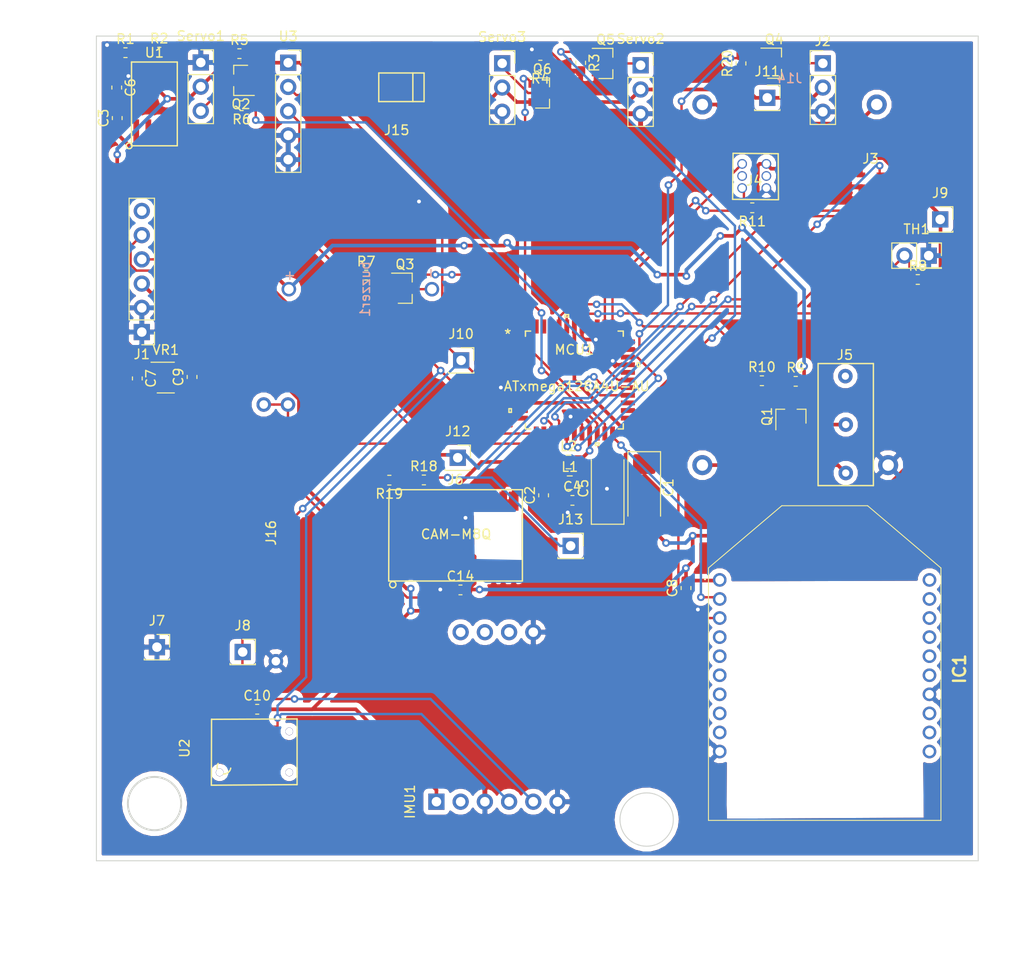
<source format=kicad_pcb>
(kicad_pcb (version 20171130) (host pcbnew "(5.0.0)")

  (general
    (thickness 1.6)
    (drawings 6)
    (tracks 569)
    (zones 0)
    (modules 61)
    (nets 102)
  )

  (page A4)
  (layers
    (0 F.Cu signal)
    (31 B.Cu signal)
    (32 B.Adhes user)
    (33 F.Adhes user)
    (34 B.Paste user)
    (35 F.Paste user)
    (36 B.SilkS user)
    (37 F.SilkS user)
    (38 B.Mask user)
    (39 F.Mask user)
    (40 Dwgs.User user)
    (41 Cmts.User user)
    (42 Eco1.User user)
    (43 Eco2.User user)
    (44 Edge.Cuts user)
    (45 Margin user)
    (46 B.CrtYd user)
    (47 F.CrtYd user)
    (48 B.Fab user)
    (49 F.Fab user)
  )

  (setup
    (last_trace_width 0.381)
    (user_trace_width 0.381)
    (trace_clearance 0.2)
    (zone_clearance 0.508)
    (zone_45_only no)
    (trace_min 0.2)
    (segment_width 0.2)
    (edge_width 0.1)
    (via_size 0.8)
    (via_drill 0.4)
    (via_min_size 0.4)
    (via_min_drill 0.3)
    (uvia_size 0.3)
    (uvia_drill 0.1)
    (uvias_allowed no)
    (uvia_min_size 0.2)
    (uvia_min_drill 0.1)
    (pcb_text_width 0.3)
    (pcb_text_size 1.5 1.5)
    (mod_edge_width 0.15)
    (mod_text_size 1 1)
    (mod_text_width 0.15)
    (pad_size 1.5 1.5)
    (pad_drill 0.6)
    (pad_to_mask_clearance 0)
    (aux_axis_origin 0 0)
    (visible_elements 7FFFFFFF)
    (pcbplotparams
      (layerselection 0x010fc_ffffffff)
      (usegerberextensions false)
      (usegerberattributes false)
      (usegerberadvancedattributes false)
      (creategerberjobfile false)
      (excludeedgelayer true)
      (linewidth 0.100000)
      (plotframeref false)
      (viasonmask false)
      (mode 1)
      (useauxorigin false)
      (hpglpennumber 1)
      (hpglpenspeed 20)
      (hpglpendiameter 15.000000)
      (psnegative false)
      (psa4output false)
      (plotreference true)
      (plotvalue true)
      (plotinvisibletext false)
      (padsonsilk false)
      (subtractmaskfromsilk false)
      (outputformat 1)
      (mirror false)
      (drillshape 1)
      (scaleselection 1)
      (outputdirectory ""))
  )

  (net 0 "")
  (net 1 "Net-(Q3-Pad1)")
  (net 2 +6V)
  (net 3 GND)
  (net 4 MCUAVCC)
  (net 5 MCUVCC)
  (net 6 +5V)
  (net 7 SDA)
  (net 8 "Net-(IC1-Pad20)")
  (net 9 "Net-(IC1-Pad19)")
  (net 10 "Net-(IC1-Pad17)")
  (net 11 "Net-(IC1-Pad16)")
  (net 12 "Net-(IC1-Pad15)")
  (net 13 "Net-(IC1-Pad13)")
  (net 14 "Net-(IC1-Pad12)")
  (net 15 "Net-(IC1-Pad11)")
  (net 16 "Net-(IC1-Pad9)")
  (net 17 "Net-(IC1-Pad8)")
  (net 18 "Net-(IC1-Pad7)")
  (net 19 "Net-(IC1-Pad6)")
  (net 20 "Net-(IC1-Pad5)")
  (net 21 "Net-(IC1-Pad4)")
  (net 22 TX_PD3)
  (net 23 RX_PD2)
  (net 24 "Net-(IMU1-Pad2)")
  (net 25 SCL)
  (net 26 "Net-(IMU1-Pad8)")
  (net 27 "Net-(IMU1-Pad9)")
  (net 28 "Net-(IMU1-Pad7)")
  (net 29 USART_RX_PC2)
  (net 30 USART_TX_PC3)
  (net 31 "Net-(J1-Pad6)")
  (net 32 "Net-(J2-Pad1)")
  (net 33 "Net-(J3-Pad5)")
  (net 34 MISO)
  (net 35 MOSI)
  (net 36 SCLK)
  (net 37 CSB)
  (net 38 PDIDATA)
  (net 39 "Net-(J4-Pad3)")
  (net 40 "Net-(J4-Pad4)")
  (net 41 PDICLK)
  (net 42 "Net-(J14-Pad4)")
  (net 43 "Net-(J5-Pad2)")
  (net 44 "Net-(J6-Pad26)")
  (net 45 "Net-(J6-Pad25)")
  (net 46 "Net-(J6-Pad2)")
  (net 47 "Net-(J6-Pad24)")
  (net 48 "Net-(J6-Pad3)")
  (net 49 "Net-(J6-Pad23)")
  (net 50 "Net-(J6-Pad6)")
  (net 51 "Net-(J6-Pad7)")
  (net 52 "Net-(J16-Pad2)")
  (net 53 "Net-(J6-Pad16)")
  (net 54 "Net-(J6-Pad29)")
  (net 55 "Net-(J6-Pad27)")
  (net 56 "Net-(J6-Pad30)")
  (net 57 "Net-(J6-Pad28)")
  (net 58 TX_PD7)
  (net 59 RX_PD6)
  (net 60 "Net-(J14-Pad1)")
  (net 61 "Net-(J15-Pad4)")
  (net 62 "Net-(J15-Pad3)")
  (net 63 "Net-(J15-Pad2)")
  (net 64 "Net-(J15-Pad6)")
  (net 65 MoterRIN2)
  (net 66 "Net-(MCU1-Pad2)")
  (net 67 "Net-(MCU1-Pad3)")
  (net 68 MotorFIN1)
  (net 69 MoterRIN1)
  (net 70 "Net-(MCU1-Pad6)")
  (net 71 "Net-(MCU1-Pad7)")
  (net 72 TC_PD0)
  (net 73 Buzzer)
  (net 74 TCD1)
  (net 75 "Net-(MCU1-Pad25)")
  (net 76 PWM)
  (net 77 "Net-(MCU1-Pad29)")
  (net 78 cameraon)
  (net 79 INT)
  (net 80 "Net-(MCU1-Pad36)")
  (net 81 "Net-(MCU1-Pad37)")
  (net 82 Therm_ADCA0)
  (net 83 ADC_A1)
  (net 84 "Net-(MCU1-Pad42)")
  (net 85 "Net-(MCU1-Pad43)")
  (net 86 MotorFIN2)
  (net 87 "Net-(Q2-Pad1)")
  (net 88 "Net-(Q5-Pad1)")
  (net 89 "Net-(Q6-Pad1)")
  (net 90 "Net-(R1-Pad2)")
  (net 91 "Net-(U1-Pad1)")
  (net 92 "Net-(U1-Pad5)")
  (net 93 "Net-(U1-Pad4)")
  (net 94 "Net-(U2-Pad4)")
  (net 95 "Net-(U2-Pad16)")
  (net 96 "Net-(U2-Pad15)")
  (net 97 "Net-(U2-Pad14)")
  (net 98 "Net-(U2-Pad13)")
  (net 99 "Net-(U2-Pad12)")
  (net 100 "Net-(VR1-Pad4)")
  (net 101 +3V3)

  (net_class Default "This is the default net class."
    (clearance 0.2)
    (trace_width 0.25)
    (via_dia 0.8)
    (via_drill 0.4)
    (uvia_dia 0.3)
    (uvia_drill 0.1)
    (add_net +3V3)
    (add_net +5V)
    (add_net +6V)
    (add_net ADC_A1)
    (add_net Buzzer)
    (add_net CSB)
    (add_net GND)
    (add_net INT)
    (add_net MCUAVCC)
    (add_net MCUVCC)
    (add_net MISO)
    (add_net MOSI)
    (add_net MoterRIN1)
    (add_net MoterRIN2)
    (add_net MotorFIN1)
    (add_net MotorFIN2)
    (add_net "Net-(IC1-Pad11)")
    (add_net "Net-(IC1-Pad12)")
    (add_net "Net-(IC1-Pad13)")
    (add_net "Net-(IC1-Pad15)")
    (add_net "Net-(IC1-Pad16)")
    (add_net "Net-(IC1-Pad17)")
    (add_net "Net-(IC1-Pad19)")
    (add_net "Net-(IC1-Pad20)")
    (add_net "Net-(IC1-Pad4)")
    (add_net "Net-(IC1-Pad5)")
    (add_net "Net-(IC1-Pad6)")
    (add_net "Net-(IC1-Pad7)")
    (add_net "Net-(IC1-Pad8)")
    (add_net "Net-(IC1-Pad9)")
    (add_net "Net-(IMU1-Pad2)")
    (add_net "Net-(IMU1-Pad7)")
    (add_net "Net-(IMU1-Pad8)")
    (add_net "Net-(IMU1-Pad9)")
    (add_net "Net-(J1-Pad6)")
    (add_net "Net-(J14-Pad1)")
    (add_net "Net-(J14-Pad4)")
    (add_net "Net-(J15-Pad2)")
    (add_net "Net-(J15-Pad3)")
    (add_net "Net-(J15-Pad4)")
    (add_net "Net-(J15-Pad6)")
    (add_net "Net-(J16-Pad2)")
    (add_net "Net-(J2-Pad1)")
    (add_net "Net-(J3-Pad5)")
    (add_net "Net-(J4-Pad3)")
    (add_net "Net-(J4-Pad4)")
    (add_net "Net-(J5-Pad2)")
    (add_net "Net-(J6-Pad16)")
    (add_net "Net-(J6-Pad2)")
    (add_net "Net-(J6-Pad23)")
    (add_net "Net-(J6-Pad24)")
    (add_net "Net-(J6-Pad25)")
    (add_net "Net-(J6-Pad26)")
    (add_net "Net-(J6-Pad27)")
    (add_net "Net-(J6-Pad28)")
    (add_net "Net-(J6-Pad29)")
    (add_net "Net-(J6-Pad3)")
    (add_net "Net-(J6-Pad30)")
    (add_net "Net-(J6-Pad6)")
    (add_net "Net-(J6-Pad7)")
    (add_net "Net-(MCU1-Pad2)")
    (add_net "Net-(MCU1-Pad25)")
    (add_net "Net-(MCU1-Pad29)")
    (add_net "Net-(MCU1-Pad3)")
    (add_net "Net-(MCU1-Pad36)")
    (add_net "Net-(MCU1-Pad37)")
    (add_net "Net-(MCU1-Pad42)")
    (add_net "Net-(MCU1-Pad43)")
    (add_net "Net-(MCU1-Pad6)")
    (add_net "Net-(MCU1-Pad7)")
    (add_net "Net-(Q2-Pad1)")
    (add_net "Net-(Q3-Pad1)")
    (add_net "Net-(Q5-Pad1)")
    (add_net "Net-(Q6-Pad1)")
    (add_net "Net-(R1-Pad2)")
    (add_net "Net-(U1-Pad1)")
    (add_net "Net-(U1-Pad4)")
    (add_net "Net-(U1-Pad5)")
    (add_net "Net-(U2-Pad12)")
    (add_net "Net-(U2-Pad13)")
    (add_net "Net-(U2-Pad14)")
    (add_net "Net-(U2-Pad15)")
    (add_net "Net-(U2-Pad16)")
    (add_net "Net-(U2-Pad4)")
    (add_net "Net-(VR1-Pad4)")
    (add_net PDICLK)
    (add_net PDIDATA)
    (add_net PWM)
    (add_net RX_PD2)
    (add_net RX_PD6)
    (add_net SCL)
    (add_net SCLK)
    (add_net SDA)
    (add_net TCD1)
    (add_net TC_PD0)
    (add_net TX_PD3)
    (add_net TX_PD7)
    (add_net Therm_ADCA0)
    (add_net USART_RX_PC2)
    (add_net USART_TX_PC3)
    (add_net cameraon)
  )

  (module valkyrie_footprints:Buzzer (layer B.Cu) (tedit 5C950652) (tstamp 5E2356BB)
    (at 102.7684 47.5996 270)
    (path /5C872BCE)
    (fp_text reference buzzer1 (at 0 -0.5 270) (layer B.SilkS)
      (effects (font (size 1 1) (thickness 0.15)) (justify mirror))
    )
    (fp_text value buzzer_MAS803Q (at 0 0.5 270) (layer B.Fab)
      (effects (font (size 1 1) (thickness 0.15)) (justify mirror))
    )
    (fp_circle (center 0 0) (end 26 0) (layer B.Fab) (width 0.15))
    (fp_text user + (at -1.42 7.47 270) (layer B.SilkS)
      (effects (font (size 1 1) (thickness 0.15)) (justify mirror))
    )
    (fp_text user - (at -1.68 -7.33 270) (layer B.SilkS)
      (effects (font (size 1 1) (thickness 0.15)) (justify mirror))
    )
    (pad 1 thru_hole circle (at 0 -7.5 270) (size 1.524 1.524) (drill 1) (layers *.Cu *.Mask)
      (net 1 "Net-(Q3-Pad1)"))
    (pad 2 thru_hole circle (at 0 7.5 270) (size 1.524 1.524) (drill 1) (layers *.Cu *.Mask)
      (net 2 +6V))
  )

  (module Capacitor_Tantalum_SMD:CP_EIA-6032-15_Kemet-U (layer F.Cu) (tedit 5B301BBE) (tstamp 5E235857)
    (at 132.5372 68.4022 270)
    (descr "Tantalum Capacitor SMD Kemet-U (6032-15 Metric), IPC_7351 nominal, (Body size from: http://www.kemet.com/Lists/ProductCatalog/Attachments/253/KEM_TC101_STD.pdf), generated with kicad-footprint-generator")
    (tags "capacitor tantalum")
    (path /5C91AF5A)
    (attr smd)
    (fp_text reference C1 (at 0 -2.55 270) (layer F.SilkS)
      (effects (font (size 1 1) (thickness 0.15)))
    )
    (fp_text value 10uF (at 0 2.55 270) (layer F.Fab)
      (effects (font (size 1 1) (thickness 0.15)))
    )
    (fp_text user %R (at 0 0 270) (layer F.Fab)
      (effects (font (size 1 1) (thickness 0.15)))
    )
    (fp_line (start 3.75 1.85) (end -3.75 1.85) (layer F.CrtYd) (width 0.05))
    (fp_line (start 3.75 -1.85) (end 3.75 1.85) (layer F.CrtYd) (width 0.05))
    (fp_line (start -3.75 -1.85) (end 3.75 -1.85) (layer F.CrtYd) (width 0.05))
    (fp_line (start -3.75 1.85) (end -3.75 -1.85) (layer F.CrtYd) (width 0.05))
    (fp_line (start -3.76 1.71) (end 3 1.71) (layer F.SilkS) (width 0.12))
    (fp_line (start -3.76 -1.71) (end -3.76 1.71) (layer F.SilkS) (width 0.12))
    (fp_line (start 3 -1.71) (end -3.76 -1.71) (layer F.SilkS) (width 0.12))
    (fp_line (start 3 1.6) (end 3 -1.6) (layer F.Fab) (width 0.1))
    (fp_line (start -3 1.6) (end 3 1.6) (layer F.Fab) (width 0.1))
    (fp_line (start -3 -0.8) (end -3 1.6) (layer F.Fab) (width 0.1))
    (fp_line (start -2.2 -1.6) (end -3 -0.8) (layer F.Fab) (width 0.1))
    (fp_line (start 3 -1.6) (end -2.2 -1.6) (layer F.Fab) (width 0.1))
    (pad 2 smd roundrect (at 2.4625 0 270) (size 2.075 2.35) (layers F.Cu F.Paste F.Mask) (roundrect_rratio 0.120482)
      (net 3 GND))
    (pad 1 smd roundrect (at -2.4625 0 270) (size 2.075 2.35) (layers F.Cu F.Paste F.Mask) (roundrect_rratio 0.120482)
      (net 4 MCUAVCC))
    (model ${KISYS3DMOD}/Capacitor_Tantalum_SMD.3dshapes/CP_EIA-6032-15_Kemet-U.wrl
      (at (xyz 0 0 0))
      (scale (xyz 1 1 1))
      (rotate (xyz 0 0 0))
    )
  )

  (module Capacitor_SMD:C_0603_1608Metric (layer F.Cu) (tedit 5B301BBE) (tstamp 5E238734)
    (at 121.9835 69.215 90)
    (descr "Capacitor SMD 0603 (1608 Metric), square (rectangular) end terminal, IPC_7351 nominal, (Body size source: http://www.tortai-tech.com/upload/download/2011102023233369053.pdf), generated with kicad-footprint-generator")
    (tags capacitor)
    (path /5C832D42)
    (attr smd)
    (fp_text reference C2 (at 0 -1.43 90) (layer F.SilkS)
      (effects (font (size 1 1) (thickness 0.15)))
    )
    (fp_text value 100nF (at 0 1.43 90) (layer F.Fab)
      (effects (font (size 1 1) (thickness 0.15)))
    )
    (fp_line (start -0.8 0.4) (end -0.8 -0.4) (layer F.Fab) (width 0.1))
    (fp_line (start -0.8 -0.4) (end 0.8 -0.4) (layer F.Fab) (width 0.1))
    (fp_line (start 0.8 -0.4) (end 0.8 0.4) (layer F.Fab) (width 0.1))
    (fp_line (start 0.8 0.4) (end -0.8 0.4) (layer F.Fab) (width 0.1))
    (fp_line (start -0.162779 -0.51) (end 0.162779 -0.51) (layer F.SilkS) (width 0.12))
    (fp_line (start -0.162779 0.51) (end 0.162779 0.51) (layer F.SilkS) (width 0.12))
    (fp_line (start -1.48 0.73) (end -1.48 -0.73) (layer F.CrtYd) (width 0.05))
    (fp_line (start -1.48 -0.73) (end 1.48 -0.73) (layer F.CrtYd) (width 0.05))
    (fp_line (start 1.48 -0.73) (end 1.48 0.73) (layer F.CrtYd) (width 0.05))
    (fp_line (start 1.48 0.73) (end -1.48 0.73) (layer F.CrtYd) (width 0.05))
    (fp_text user %R (at 0 0 90) (layer F.Fab)
      (effects (font (size 0.4 0.4) (thickness 0.06)))
    )
    (pad 1 smd roundrect (at -0.7875 0 90) (size 0.875 0.95) (layers F.Cu F.Paste F.Mask) (roundrect_rratio 0.25)
      (net 3 GND))
    (pad 2 smd roundrect (at 0.7875 0 90) (size 0.875 0.95) (layers F.Cu F.Paste F.Mask) (roundrect_rratio 0.25)
      (net 4 MCUAVCC))
    (model ${KISYS3DMOD}/Capacitor_SMD.3dshapes/C_0603_1608Metric.wrl
      (at (xyz 0 0 0))
      (scale (xyz 1 1 1))
      (rotate (xyz 0 0 0))
    )
  )

  (module Capacitor_SMD:C_0603_1608Metric (layer F.Cu) (tedit 5B301BBE) (tstamp 5E2358EB)
    (at 77.2668 29.6545 90)
    (descr "Capacitor SMD 0603 (1608 Metric), square (rectangular) end terminal, IPC_7351 nominal, (Body size source: http://www.tortai-tech.com/upload/download/2011102023233369053.pdf), generated with kicad-footprint-generator")
    (tags capacitor)
    (path /5C942D04)
    (attr smd)
    (fp_text reference C3 (at 0 -1.43 90) (layer F.SilkS)
      (effects (font (size 1 1) (thickness 0.15)))
    )
    (fp_text value 5uF (at 0 1.43 90) (layer F.Fab)
      (effects (font (size 1 1) (thickness 0.15)))
    )
    (fp_line (start -0.8 0.4) (end -0.8 -0.4) (layer F.Fab) (width 0.1))
    (fp_line (start -0.8 -0.4) (end 0.8 -0.4) (layer F.Fab) (width 0.1))
    (fp_line (start 0.8 -0.4) (end 0.8 0.4) (layer F.Fab) (width 0.1))
    (fp_line (start 0.8 0.4) (end -0.8 0.4) (layer F.Fab) (width 0.1))
    (fp_line (start -0.162779 -0.51) (end 0.162779 -0.51) (layer F.SilkS) (width 0.12))
    (fp_line (start -0.162779 0.51) (end 0.162779 0.51) (layer F.SilkS) (width 0.12))
    (fp_line (start -1.48 0.73) (end -1.48 -0.73) (layer F.CrtYd) (width 0.05))
    (fp_line (start -1.48 -0.73) (end 1.48 -0.73) (layer F.CrtYd) (width 0.05))
    (fp_line (start 1.48 -0.73) (end 1.48 0.73) (layer F.CrtYd) (width 0.05))
    (fp_line (start 1.48 0.73) (end -1.48 0.73) (layer F.CrtYd) (width 0.05))
    (fp_text user %R (at 0 0 270) (layer F.Fab)
      (effects (font (size 0.4 0.4) (thickness 0.06)))
    )
    (pad 1 smd roundrect (at -0.7875 0 90) (size 0.875 0.95) (layers F.Cu F.Paste F.Mask) (roundrect_rratio 0.25)
      (net 2 +6V))
    (pad 2 smd roundrect (at 0.7875 0 90) (size 0.875 0.95) (layers F.Cu F.Paste F.Mask) (roundrect_rratio 0.25)
      (net 3 GND))
    (model ${KISYS3DMOD}/Capacitor_SMD.3dshapes/C_0603_1608Metric.wrl
      (at (xyz 0 0 0))
      (scale (xyz 1 1 1))
      (rotate (xyz 0 0 0))
    )
  )

  (module Capacitor_SMD:C_0603_1608Metric (layer F.Cu) (tedit 5B301BBE) (tstamp 5E23914A)
    (at 125.0061 69.7484)
    (descr "Capacitor SMD 0603 (1608 Metric), square (rectangular) end terminal, IPC_7351 nominal, (Body size source: http://www.tortai-tech.com/upload/download/2011102023233369053.pdf), generated with kicad-footprint-generator")
    (tags capacitor)
    (path /5C831F75)
    (attr smd)
    (fp_text reference C4 (at 0 -1.43) (layer F.SilkS)
      (effects (font (size 1 1) (thickness 0.15)))
    )
    (fp_text value 100nF (at 0 1.43) (layer F.Fab)
      (effects (font (size 1 1) (thickness 0.15)))
    )
    (fp_text user %R (at 0 0) (layer F.Fab)
      (effects (font (size 0.4 0.4) (thickness 0.06)))
    )
    (fp_line (start 1.48 0.73) (end -1.48 0.73) (layer F.CrtYd) (width 0.05))
    (fp_line (start 1.48 -0.73) (end 1.48 0.73) (layer F.CrtYd) (width 0.05))
    (fp_line (start -1.48 -0.73) (end 1.48 -0.73) (layer F.CrtYd) (width 0.05))
    (fp_line (start -1.48 0.73) (end -1.48 -0.73) (layer F.CrtYd) (width 0.05))
    (fp_line (start -0.162779 0.51) (end 0.162779 0.51) (layer F.SilkS) (width 0.12))
    (fp_line (start -0.162779 -0.51) (end 0.162779 -0.51) (layer F.SilkS) (width 0.12))
    (fp_line (start 0.8 0.4) (end -0.8 0.4) (layer F.Fab) (width 0.1))
    (fp_line (start 0.8 -0.4) (end 0.8 0.4) (layer F.Fab) (width 0.1))
    (fp_line (start -0.8 -0.4) (end 0.8 -0.4) (layer F.Fab) (width 0.1))
    (fp_line (start -0.8 0.4) (end -0.8 -0.4) (layer F.Fab) (width 0.1))
    (pad 2 smd roundrect (at 0.7875 0) (size 0.875 0.95) (layers F.Cu F.Paste F.Mask) (roundrect_rratio 0.25)
      (net 5 MCUVCC))
    (pad 1 smd roundrect (at -0.7875 0) (size 0.875 0.95) (layers F.Cu F.Paste F.Mask) (roundrect_rratio 0.25)
      (net 3 GND))
    (model ${KISYS3DMOD}/Capacitor_SMD.3dshapes/C_0603_1608Metric.wrl
      (at (xyz 0 0 0))
      (scale (xyz 1 1 1))
      (rotate (xyz 0 0 0))
    )
  )

  (module Capacitor_Tantalum_SMD:CP_EIA-6032-15_Kemet-U (layer F.Cu) (tedit 5B301BBE) (tstamp 5E23568F)
    (at 128.7018 68.4911 90)
    (descr "Tantalum Capacitor SMD Kemet-U (6032-15 Metric), IPC_7351 nominal, (Body size from: http://www.kemet.com/Lists/ProductCatalog/Attachments/253/KEM_TC101_STD.pdf), generated with kicad-footprint-generator")
    (tags "capacitor tantalum")
    (path /5C832A4C)
    (attr smd)
    (fp_text reference C5 (at 0 -2.55 90) (layer F.SilkS)
      (effects (font (size 1 1) (thickness 0.15)))
    )
    (fp_text value 10uF (at 0 2.55 90) (layer F.Fab)
      (effects (font (size 1 1) (thickness 0.15)))
    )
    (fp_line (start 3 -1.6) (end -2.2 -1.6) (layer F.Fab) (width 0.1))
    (fp_line (start -2.2 -1.6) (end -3 -0.8) (layer F.Fab) (width 0.1))
    (fp_line (start -3 -0.8) (end -3 1.6) (layer F.Fab) (width 0.1))
    (fp_line (start -3 1.6) (end 3 1.6) (layer F.Fab) (width 0.1))
    (fp_line (start 3 1.6) (end 3 -1.6) (layer F.Fab) (width 0.1))
    (fp_line (start 3 -1.71) (end -3.76 -1.71) (layer F.SilkS) (width 0.12))
    (fp_line (start -3.76 -1.71) (end -3.76 1.71) (layer F.SilkS) (width 0.12))
    (fp_line (start -3.76 1.71) (end 3 1.71) (layer F.SilkS) (width 0.12))
    (fp_line (start -3.75 1.85) (end -3.75 -1.85) (layer F.CrtYd) (width 0.05))
    (fp_line (start -3.75 -1.85) (end 3.75 -1.85) (layer F.CrtYd) (width 0.05))
    (fp_line (start 3.75 -1.85) (end 3.75 1.85) (layer F.CrtYd) (width 0.05))
    (fp_line (start 3.75 1.85) (end -3.75 1.85) (layer F.CrtYd) (width 0.05))
    (fp_text user %R (at 0 0 90) (layer F.Fab)
      (effects (font (size 1 1) (thickness 0.15)))
    )
    (pad 1 smd roundrect (at -2.4625 0 90) (size 2.075 2.35) (layers F.Cu F.Paste F.Mask) (roundrect_rratio 0.120482)
      (net 5 MCUVCC))
    (pad 2 smd roundrect (at 2.4625 0 90) (size 2.075 2.35) (layers F.Cu F.Paste F.Mask) (roundrect_rratio 0.120482)
      (net 3 GND))
    (model ${KISYS3DMOD}/Capacitor_Tantalum_SMD.3dshapes/CP_EIA-6032-15_Kemet-U.wrl
      (at (xyz 0 0 0))
      (scale (xyz 1 1 1))
      (rotate (xyz 0 0 0))
    )
  )

  (module Capacitor_SMD:C_0603_1608Metric (layer F.Cu) (tedit 5B301BBE) (tstamp 5E23562D)
    (at 77.216 26.4541 270)
    (descr "Capacitor SMD 0603 (1608 Metric), square (rectangular) end terminal, IPC_7351 nominal, (Body size source: http://www.tortai-tech.com/upload/download/2011102023233369053.pdf), generated with kicad-footprint-generator")
    (tags capacitor)
    (path /5C942C84)
    (attr smd)
    (fp_text reference C6 (at 0 -1.43 270) (layer F.SilkS)
      (effects (font (size 1 1) (thickness 0.15)))
    )
    (fp_text value 10uF (at 0 1.43 270) (layer F.Fab)
      (effects (font (size 1 1) (thickness 0.15)))
    )
    (fp_line (start -0.8 0.4) (end -0.8 -0.4) (layer F.Fab) (width 0.1))
    (fp_line (start -0.8 -0.4) (end 0.8 -0.4) (layer F.Fab) (width 0.1))
    (fp_line (start 0.8 -0.4) (end 0.8 0.4) (layer F.Fab) (width 0.1))
    (fp_line (start 0.8 0.4) (end -0.8 0.4) (layer F.Fab) (width 0.1))
    (fp_line (start -0.162779 -0.51) (end 0.162779 -0.51) (layer F.SilkS) (width 0.12))
    (fp_line (start -0.162779 0.51) (end 0.162779 0.51) (layer F.SilkS) (width 0.12))
    (fp_line (start -1.48 0.73) (end -1.48 -0.73) (layer F.CrtYd) (width 0.05))
    (fp_line (start -1.48 -0.73) (end 1.48 -0.73) (layer F.CrtYd) (width 0.05))
    (fp_line (start 1.48 -0.73) (end 1.48 0.73) (layer F.CrtYd) (width 0.05))
    (fp_line (start 1.48 0.73) (end -1.48 0.73) (layer F.CrtYd) (width 0.05))
    (fp_text user %R (at 0 0 270) (layer F.Fab)
      (effects (font (size 0.4 0.4) (thickness 0.06)))
    )
    (pad 1 smd roundrect (at -0.7875 0 270) (size 0.875 0.95) (layers F.Cu F.Paste F.Mask) (roundrect_rratio 0.25)
      (net 6 +5V))
    (pad 2 smd roundrect (at 0.7875 0 270) (size 0.875 0.95) (layers F.Cu F.Paste F.Mask) (roundrect_rratio 0.25)
      (net 3 GND))
    (model ${KISYS3DMOD}/Capacitor_SMD.3dshapes/C_0603_1608Metric.wrl
      (at (xyz 0 0 0))
      (scale (xyz 1 1 1))
      (rotate (xyz 0 0 0))
    )
  )

  (module Capacitor_SMD:C_0603_1608Metric (layer F.Cu) (tedit 5B301BBE) (tstamp 5E2357C5)
    (at 79.375 56.9594 270)
    (descr "Capacitor SMD 0603 (1608 Metric), square (rectangular) end terminal, IPC_7351 nominal, (Body size source: http://www.tortai-tech.com/upload/download/2011102023233369053.pdf), generated with kicad-footprint-generator")
    (tags capacitor)
    (path /5C8CCD0D)
    (attr smd)
    (fp_text reference C7 (at 0 -1.43 270) (layer F.SilkS)
      (effects (font (size 1 1) (thickness 0.15)))
    )
    (fp_text value 1uF (at 0 1.43 270) (layer F.Fab)
      (effects (font (size 1 1) (thickness 0.15)))
    )
    (fp_line (start -0.8 0.4) (end -0.8 -0.4) (layer F.Fab) (width 0.1))
    (fp_line (start -0.8 -0.4) (end 0.8 -0.4) (layer F.Fab) (width 0.1))
    (fp_line (start 0.8 -0.4) (end 0.8 0.4) (layer F.Fab) (width 0.1))
    (fp_line (start 0.8 0.4) (end -0.8 0.4) (layer F.Fab) (width 0.1))
    (fp_line (start -0.162779 -0.51) (end 0.162779 -0.51) (layer F.SilkS) (width 0.12))
    (fp_line (start -0.162779 0.51) (end 0.162779 0.51) (layer F.SilkS) (width 0.12))
    (fp_line (start -1.48 0.73) (end -1.48 -0.73) (layer F.CrtYd) (width 0.05))
    (fp_line (start -1.48 -0.73) (end 1.48 -0.73) (layer F.CrtYd) (width 0.05))
    (fp_line (start 1.48 -0.73) (end 1.48 0.73) (layer F.CrtYd) (width 0.05))
    (fp_line (start 1.48 0.73) (end -1.48 0.73) (layer F.CrtYd) (width 0.05))
    (fp_text user %R (at 0 0 270) (layer F.Fab)
      (effects (font (size 0.4 0.4) (thickness 0.06)))
    )
    (pad 1 smd roundrect (at -0.7875 0 270) (size 0.875 0.95) (layers F.Cu F.Paste F.Mask) (roundrect_rratio 0.25)
      (net 6 +5V))
    (pad 2 smd roundrect (at 0.7875 0 270) (size 0.875 0.95) (layers F.Cu F.Paste F.Mask) (roundrect_rratio 0.25)
      (net 3 GND))
    (model ${KISYS3DMOD}/Capacitor_SMD.3dshapes/C_0603_1608Metric.wrl
      (at (xyz 0 0 0))
      (scale (xyz 1 1 1))
      (rotate (xyz 0 0 0))
    )
  )

  (module Capacitor_SMD:C_0603_1608Metric (layer F.Cu) (tedit 5B301BBE) (tstamp 5E2358BB)
    (at 136.9187 78.9432 90)
    (descr "Capacitor SMD 0603 (1608 Metric), square (rectangular) end terminal, IPC_7351 nominal, (Body size source: http://www.tortai-tech.com/upload/download/2011102023233369053.pdf), generated with kicad-footprint-generator")
    (tags capacitor)
    (path /5C85D54F)
    (attr smd)
    (fp_text reference C8 (at 0 -1.43 90) (layer F.SilkS)
      (effects (font (size 1 1) (thickness 0.15)))
    )
    (fp_text value 1uF (at 0 1.43 90) (layer F.Fab)
      (effects (font (size 1 1) (thickness 0.15)))
    )
    (fp_line (start -0.8 0.4) (end -0.8 -0.4) (layer F.Fab) (width 0.1))
    (fp_line (start -0.8 -0.4) (end 0.8 -0.4) (layer F.Fab) (width 0.1))
    (fp_line (start 0.8 -0.4) (end 0.8 0.4) (layer F.Fab) (width 0.1))
    (fp_line (start 0.8 0.4) (end -0.8 0.4) (layer F.Fab) (width 0.1))
    (fp_line (start -0.162779 -0.51) (end 0.162779 -0.51) (layer F.SilkS) (width 0.12))
    (fp_line (start -0.162779 0.51) (end 0.162779 0.51) (layer F.SilkS) (width 0.12))
    (fp_line (start -1.48 0.73) (end -1.48 -0.73) (layer F.CrtYd) (width 0.05))
    (fp_line (start -1.48 -0.73) (end 1.48 -0.73) (layer F.CrtYd) (width 0.05))
    (fp_line (start 1.48 -0.73) (end 1.48 0.73) (layer F.CrtYd) (width 0.05))
    (fp_line (start 1.48 0.73) (end -1.48 0.73) (layer F.CrtYd) (width 0.05))
    (fp_text user %R (at 0 0 90) (layer F.Fab)
      (effects (font (size 0.4 0.4) (thickness 0.06)))
    )
    (pad 1 smd roundrect (at -0.7875 0 90) (size 0.875 0.95) (layers F.Cu F.Paste F.Mask) (roundrect_rratio 0.25)
      (net 3 GND))
    (pad 2 smd roundrect (at 0.7875 0 90) (size 0.875 0.95) (layers F.Cu F.Paste F.Mask) (roundrect_rratio 0.25)
      (net 101 +3V3))
    (model ${KISYS3DMOD}/Capacitor_SMD.3dshapes/C_0603_1608Metric.wrl
      (at (xyz 0 0 0))
      (scale (xyz 1 1 1))
      (rotate (xyz 0 0 0))
    )
  )

  (module Capacitor_SMD:C_0603_1608Metric (layer F.Cu) (tedit 5B301BBE) (tstamp 5E23588B)
    (at 85.1154 56.807 90)
    (descr "Capacitor SMD 0603 (1608 Metric), square (rectangular) end terminal, IPC_7351 nominal, (Body size source: http://www.tortai-tech.com/upload/download/2011102023233369053.pdf), generated with kicad-footprint-generator")
    (tags capacitor)
    (path /5C8D2081)
    (attr smd)
    (fp_text reference C9 (at 0 -1.43 90) (layer F.SilkS)
      (effects (font (size 1 1) (thickness 0.15)))
    )
    (fp_text value 50uF (at 0 1.43 90) (layer F.Fab)
      (effects (font (size 1 1) (thickness 0.15)))
    )
    (fp_text user %R (at 0 0 90) (layer F.Fab)
      (effects (font (size 0.4 0.4) (thickness 0.06)))
    )
    (fp_line (start 1.48 0.73) (end -1.48 0.73) (layer F.CrtYd) (width 0.05))
    (fp_line (start 1.48 -0.73) (end 1.48 0.73) (layer F.CrtYd) (width 0.05))
    (fp_line (start -1.48 -0.73) (end 1.48 -0.73) (layer F.CrtYd) (width 0.05))
    (fp_line (start -1.48 0.73) (end -1.48 -0.73) (layer F.CrtYd) (width 0.05))
    (fp_line (start -0.162779 0.51) (end 0.162779 0.51) (layer F.SilkS) (width 0.12))
    (fp_line (start -0.162779 -0.51) (end 0.162779 -0.51) (layer F.SilkS) (width 0.12))
    (fp_line (start 0.8 0.4) (end -0.8 0.4) (layer F.Fab) (width 0.1))
    (fp_line (start 0.8 -0.4) (end 0.8 0.4) (layer F.Fab) (width 0.1))
    (fp_line (start -0.8 -0.4) (end 0.8 -0.4) (layer F.Fab) (width 0.1))
    (fp_line (start -0.8 0.4) (end -0.8 -0.4) (layer F.Fab) (width 0.1))
    (pad 2 smd roundrect (at 0.7875 0 90) (size 0.875 0.95) (layers F.Cu F.Paste F.Mask) (roundrect_rratio 0.25)
      (net 101 +3V3))
    (pad 1 smd roundrect (at -0.7875 0 90) (size 0.875 0.95) (layers F.Cu F.Paste F.Mask) (roundrect_rratio 0.25)
      (net 3 GND))
    (model ${KISYS3DMOD}/Capacitor_SMD.3dshapes/C_0603_1608Metric.wrl
      (at (xyz 0 0 0))
      (scale (xyz 1 1 1))
      (rotate (xyz 0 0 0))
    )
  )

  (module Capacitor_SMD:C_0603_1608Metric (layer F.Cu) (tedit 5B301BBE) (tstamp 5E2357F5)
    (at 91.948 91.6559)
    (descr "Capacitor SMD 0603 (1608 Metric), square (rectangular) end terminal, IPC_7351 nominal, (Body size source: http://www.tortai-tech.com/upload/download/2011102023233369053.pdf), generated with kicad-footprint-generator")
    (tags capacitor)
    (path /5DE4E3B5)
    (attr smd)
    (fp_text reference C10 (at 0 -1.43) (layer F.SilkS)
      (effects (font (size 1 1) (thickness 0.15)))
    )
    (fp_text value 100nF (at 0 1.43) (layer F.Fab)
      (effects (font (size 1 1) (thickness 0.15)))
    )
    (fp_text user %R (at 0 0) (layer F.Fab)
      (effects (font (size 0.4 0.4) (thickness 0.06)))
    )
    (fp_line (start 1.48 0.73) (end -1.48 0.73) (layer F.CrtYd) (width 0.05))
    (fp_line (start 1.48 -0.73) (end 1.48 0.73) (layer F.CrtYd) (width 0.05))
    (fp_line (start -1.48 -0.73) (end 1.48 -0.73) (layer F.CrtYd) (width 0.05))
    (fp_line (start -1.48 0.73) (end -1.48 -0.73) (layer F.CrtYd) (width 0.05))
    (fp_line (start -0.162779 0.51) (end 0.162779 0.51) (layer F.SilkS) (width 0.12))
    (fp_line (start -0.162779 -0.51) (end 0.162779 -0.51) (layer F.SilkS) (width 0.12))
    (fp_line (start 0.8 0.4) (end -0.8 0.4) (layer F.Fab) (width 0.1))
    (fp_line (start 0.8 -0.4) (end 0.8 0.4) (layer F.Fab) (width 0.1))
    (fp_line (start -0.8 -0.4) (end 0.8 -0.4) (layer F.Fab) (width 0.1))
    (fp_line (start -0.8 0.4) (end -0.8 -0.4) (layer F.Fab) (width 0.1))
    (pad 2 smd roundrect (at 0.7875 0) (size 0.875 0.95) (layers F.Cu F.Paste F.Mask) (roundrect_rratio 0.25)
      (net 101 +3V3))
    (pad 1 smd roundrect (at -0.7875 0) (size 0.875 0.95) (layers F.Cu F.Paste F.Mask) (roundrect_rratio 0.25)
      (net 3 GND))
    (model ${KISYS3DMOD}/Capacitor_SMD.3dshapes/C_0603_1608Metric.wrl
      (at (xyz 0 0 0))
      (scale (xyz 1 1 1))
      (rotate (xyz 0 0 0))
    )
  )

  (module Capacitor_SMD:C_0603_1608Metric (layer F.Cu) (tedit 5B301BBE) (tstamp 5E235795)
    (at 113.26368 79.13878)
    (descr "Capacitor SMD 0603 (1608 Metric), square (rectangular) end terminal, IPC_7351 nominal, (Body size source: http://www.tortai-tech.com/upload/download/2011102023233369053.pdf), generated with kicad-footprint-generator")
    (tags capacitor)
    (path /5C9EDA03)
    (attr smd)
    (fp_text reference C14 (at 0 -1.43) (layer F.SilkS)
      (effects (font (size 1 1) (thickness 0.15)))
    )
    (fp_text value 5uF (at 0 1.43) (layer F.Fab)
      (effects (font (size 1 1) (thickness 0.15)))
    )
    (fp_text user %R (at 0 0) (layer F.Fab)
      (effects (font (size 0.4 0.4) (thickness 0.06)))
    )
    (fp_line (start 1.48 0.73) (end -1.48 0.73) (layer F.CrtYd) (width 0.05))
    (fp_line (start 1.48 -0.73) (end 1.48 0.73) (layer F.CrtYd) (width 0.05))
    (fp_line (start -1.48 -0.73) (end 1.48 -0.73) (layer F.CrtYd) (width 0.05))
    (fp_line (start -1.48 0.73) (end -1.48 -0.73) (layer F.CrtYd) (width 0.05))
    (fp_line (start -0.162779 0.51) (end 0.162779 0.51) (layer F.SilkS) (width 0.12))
    (fp_line (start -0.162779 -0.51) (end 0.162779 -0.51) (layer F.SilkS) (width 0.12))
    (fp_line (start 0.8 0.4) (end -0.8 0.4) (layer F.Fab) (width 0.1))
    (fp_line (start 0.8 -0.4) (end 0.8 0.4) (layer F.Fab) (width 0.1))
    (fp_line (start -0.8 -0.4) (end 0.8 -0.4) (layer F.Fab) (width 0.1))
    (fp_line (start -0.8 0.4) (end -0.8 -0.4) (layer F.Fab) (width 0.1))
    (pad 2 smd roundrect (at 0.7875 0) (size 0.875 0.95) (layers F.Cu F.Paste F.Mask) (roundrect_rratio 0.25)
      (net 101 +3V3))
    (pad 1 smd roundrect (at -0.7875 0) (size 0.875 0.95) (layers F.Cu F.Paste F.Mask) (roundrect_rratio 0.25)
      (net 3 GND))
    (model ${KISYS3DMOD}/Capacitor_SMD.3dshapes/C_0603_1608Metric.wrl
      (at (xyz 0 0 0))
      (scale (xyz 1 1 1))
      (rotate (xyz 0 0 0))
    )
  )

  (module valkyrie_footprints:XBP9BXCWT001 (layer F.Cu) (tedit 5C96A7FA) (tstamp 5E235727)
    (at 140.462 78.0288)
    (descr XBP9B-XCWT-001-2)
    (tags "Integrated Circuit")
    (path /5C847A31)
    (fp_text reference IC1 (at 25.146 9.398 270) (layer F.SilkS)
      (effects (font (size 1.27 1.27) (thickness 0.254)))
    )
    (fp_text value XBP9B-XCWT-001 (at 10.795 8.78) (layer F.SilkS) hide
      (effects (font (size 1.27 1.27) (thickness 0.254)))
    )
    (fp_arc (start -1.55 0) (end -1.6 0) (angle 180) (layer F.SilkS) (width 0.1))
    (fp_arc (start -1.55 0) (end -1.5 0) (angle 180) (layer F.SilkS) (width 0.1))
    (fp_line (start -1.6 0) (end -1.6 0) (layer F.SilkS) (width 0.1))
    (fp_line (start -1.5 0) (end -1.5 0) (layer F.SilkS) (width 0.1))
    (fp_line (start 6.5 -7.72) (end -1.19 -1.19) (layer F.SilkS) (width 0.1))
    (fp_line (start 15.5 -7.72) (end 6.5 -7.72) (layer F.SilkS) (width 0.1))
    (fp_line (start 23.19 -1.19) (end 15.5 -7.72) (layer F.SilkS) (width 0.1))
    (fp_line (start 23.19 25.28) (end 23.19 -1.19) (layer F.SilkS) (width 0.1))
    (fp_line (start -1.19 25.28) (end 23.19 25.28) (layer F.SilkS) (width 0.1))
    (fp_line (start -1.19 -1.19) (end -1.19 25.28) (layer F.SilkS) (width 0.1))
    (fp_line (start 6.5 -7.72) (end -1.19 -1.19) (layer Dwgs.User) (width 0.2))
    (fp_line (start 15.5 -7.72) (end 6.5 -7.72) (layer Dwgs.User) (width 0.2))
    (fp_line (start 23.19 -1.19) (end 15.5 -7.72) (layer Dwgs.User) (width 0.2))
    (fp_line (start 23.19 25.28) (end 23.19 -1.19) (layer Dwgs.User) (width 0.2))
    (fp_line (start -1.19 25.28) (end 23.19 25.28) (layer Dwgs.User) (width 0.2))
    (fp_line (start -1.19 -1.19) (end -1.19 25.28) (layer Dwgs.User) (width 0.2))
    (fp_line (start -2.6 26.28) (end -2.6 -8.72) (layer Dwgs.User) (width 0.1))
    (fp_line (start 24.19 26.28) (end -2.6 26.28) (layer Dwgs.User) (width 0.1))
    (fp_line (start 24.19 -8.72) (end 24.19 26.28) (layer Dwgs.User) (width 0.1))
    (fp_line (start -2.6 -8.72) (end 24.19 -8.72) (layer Dwgs.User) (width 0.1))
    (fp_line (start 0.75 0) (end 0.75 25.25) (layer F.Fab) (width 0.15))
    (fp_line (start 0.75 25.25) (end 21.75 25.25) (layer F.Fab) (width 0.15))
    (fp_line (start 21.75 25.25) (end 21.5 0) (layer F.Fab) (width 0.15))
    (fp_line (start 21.5 0) (end 0.75 0) (layer F.Fab) (width 0.15))
    (pad 20 thru_hole circle (at 21.99 0.06 90) (size 1.431 1.431) (drill 0.92) (layers *.Cu *.Mask)
      (net 8 "Net-(IC1-Pad20)"))
    (pad 19 thru_hole circle (at 21.99 2.06 90) (size 1.431 1.431) (drill 0.92) (layers *.Cu *.Mask)
      (net 9 "Net-(IC1-Pad19)"))
    (pad 18 thru_hole circle (at 21.99 4.06 90) (size 1.431 1.431) (drill 0.92) (layers *.Cu *.Mask))
    (pad 17 thru_hole circle (at 21.99 6.06 90) (size 1.431 1.431) (drill 0.92) (layers *.Cu *.Mask)
      (net 10 "Net-(IC1-Pad17)"))
    (pad 16 thru_hole circle (at 21.99 8.06 90) (size 1.431 1.431) (drill 0.92) (layers *.Cu *.Mask)
      (net 11 "Net-(IC1-Pad16)"))
    (pad 15 thru_hole circle (at 21.99 10.06 90) (size 1.431 1.431) (drill 0.92) (layers *.Cu *.Mask)
      (net 12 "Net-(IC1-Pad15)"))
    (pad 14 thru_hole circle (at 21.99 12.06 90) (size 1.431 1.431) (drill 0.92) (layers *.Cu *.Mask)
      (net 3 GND))
    (pad 13 thru_hole circle (at 21.99 14.06 90) (size 1.431 1.431) (drill 0.92) (layers *.Cu *.Mask)
      (net 13 "Net-(IC1-Pad13)"))
    (pad 12 thru_hole circle (at 21.99 16.06 90) (size 1.431 1.431) (drill 0.92) (layers *.Cu *.Mask)
      (net 14 "Net-(IC1-Pad12)"))
    (pad 11 thru_hole circle (at 21.99 18.06 90) (size 1.431 1.431) (drill 0.92) (layers *.Cu *.Mask)
      (net 15 "Net-(IC1-Pad11)"))
    (pad 10 thru_hole circle (at -0.01 18.06 90) (size 1.431 1.431) (drill 0.92) (layers *.Cu *.Mask)
      (net 3 GND))
    (pad 9 thru_hole circle (at -0.01 16.06 90) (size 1.431 1.431) (drill 0.92) (layers *.Cu *.Mask)
      (net 16 "Net-(IC1-Pad9)"))
    (pad 8 thru_hole circle (at -0.01 14.06 90) (size 1.431 1.431) (drill 0.92) (layers *.Cu *.Mask)
      (net 17 "Net-(IC1-Pad8)"))
    (pad 7 thru_hole circle (at -0.01 12.06 90) (size 1.431 1.431) (drill 0.92) (layers *.Cu *.Mask)
      (net 18 "Net-(IC1-Pad7)"))
    (pad 6 thru_hole circle (at -0.01 10.06 90) (size 1.431 1.431) (drill 0.92) (layers *.Cu *.Mask)
      (net 19 "Net-(IC1-Pad6)"))
    (pad 5 thru_hole circle (at -0.01 8.06 90) (size 1.431 1.431) (drill 0.92) (layers *.Cu *.Mask)
      (net 20 "Net-(IC1-Pad5)"))
    (pad 4 thru_hole circle (at -0.01 6.06 90) (size 1.431 1.431) (drill 0.92) (layers *.Cu *.Mask)
      (net 21 "Net-(IC1-Pad4)"))
    (pad 3 thru_hole circle (at -0.01 4.06 90) (size 1.431 1.431) (drill 0.92) (layers *.Cu *.Mask)
      (net 22 TX_PD3))
    (pad 2 thru_hole circle (at -0.01 2.06 90) (size 1.431 1.431) (drill 0.92) (layers *.Cu *.Mask)
      (net 23 RX_PD2))
    (pad 1 thru_hole circle (at -0.01 0.06 90) (size 1.431 1.431) (drill 0.92) (layers *.Cu *.Mask)
      (net 101 +3V3))
  )

  (module valkyrie_footprints:BNO055breakout (layer F.Cu) (tedit 5C911816) (tstamp 5E2356DA)
    (at 103.759 101.35108 90)
    (descr "Through hole straight socket strip, 1x06, 2.54mm pitch, single row (from Kicad 4.0.7), script generated")
    (tags "Through hole socket strip THT 1x06 2.54mm single row")
    (path /5C8A05A8)
    (fp_text reference IMU1 (at 0 4.215 90) (layer F.SilkS)
      (effects (font (size 1 1) (thickness 0.15)))
    )
    (fp_text value BN0055breakout (at 0 22.455 90) (layer F.Fab)
      (effects (font (size 1 1) (thickness 0.15)))
    )
    (fp_text user %R (at 0 13.335 180) (layer F.Fab)
      (effects (font (size 1 1) (thickness 0.15)))
    )
    (fp_text user %R (at 17.78 15.875) (layer F.Fab)
      (effects (font (size 1 1) (thickness 0.15)))
    )
    (pad 1 thru_hole rect (at 0 6.985 90) (size 1.7 1.7) (drill 1) (layers *.Cu *.Mask)
      (net 101 +3V3))
    (pad 2 thru_hole oval (at 0 9.525 90) (size 1.7 1.7) (drill 1) (layers *.Cu *.Mask)
      (net 24 "Net-(IMU1-Pad2)"))
    (pad 3 thru_hole oval (at 0 12.065 90) (size 1.7 1.7) (drill 1) (layers *.Cu *.Mask)
      (net 3 GND))
    (pad 4 thru_hole oval (at 0 14.605 90) (size 1.7 1.7) (drill 1) (layers *.Cu *.Mask)
      (net 7 SDA))
    (pad 5 thru_hole oval (at 0 17.145 90) (size 1.7 1.7) (drill 1) (layers *.Cu *.Mask)
      (net 25 SCL))
    (pad 6 thru_hole oval (at 0 19.685 90) (size 1.7 1.7) (drill 1) (layers *.Cu *.Mask)
      (net 3 GND))
    (pad 8 thru_hole oval (at 17.78 12.065 270) (size 1.7 1.7) (drill 1) (layers *.Cu *.Mask)
      (net 26 "Net-(IMU1-Pad8)"))
    (pad 9 thru_hole oval (at 17.78 14.605 270) (size 1.7 1.7) (drill 1) (layers *.Cu *.Mask)
      (net 27 "Net-(IMU1-Pad9)"))
    (pad 7 thru_hole oval (at 17.78 9.525 270) (size 1.7 1.7) (drill 1) (layers *.Cu *.Mask)
      (net 28 "Net-(IMU1-Pad7)"))
    (pad 10 thru_hole oval (at 17.78 17.145 270) (size 1.7 1.7) (drill 1) (layers *.Cu *.Mask)
      (net 3 GND))
    (model ${KISYS3DMOD}/Connector_PinSocket_2.54mm.3dshapes/PinSocket_1x06_P2.54mm_Vertical.wrl
      (at (xyz 0 0 0))
      (scale (xyz 1 1 1))
      (rotate (xyz 0 0 0))
    )
  )

  (module valkyrie_footprints:PinHeader_1x06_P2.54mm_Vertical (layer F.Cu) (tedit 59FED5CC) (tstamp 5E235E25)
    (at 79.8449 52.0954 180)
    (descr "Through hole straight pin header, 1x06, 2.54mm pitch, single row")
    (tags "Through hole pin header THT 1x06 2.54mm single row")
    (path /5C83CABD)
    (fp_text reference J1 (at 0 -2.33 180) (layer F.SilkS)
      (effects (font (size 1 1) (thickness 0.15)))
    )
    (fp_text value OpenlogBreakout (at 0 15.03 180) (layer F.Fab)
      (effects (font (size 1 1) (thickness 0.15)))
    )
    (fp_line (start -0.635 -1.27) (end 1.27 -1.27) (layer F.Fab) (width 0.1))
    (fp_line (start 1.27 -1.27) (end 1.27 13.97) (layer F.Fab) (width 0.1))
    (fp_line (start 1.27 13.97) (end -1.27 13.97) (layer F.Fab) (width 0.1))
    (fp_line (start -1.27 13.97) (end -1.27 -0.635) (layer F.Fab) (width 0.1))
    (fp_line (start -1.27 -0.635) (end -0.635 -1.27) (layer F.Fab) (width 0.1))
    (fp_line (start -1.33 14.03) (end 1.33 14.03) (layer F.SilkS) (width 0.12))
    (fp_line (start -1.33 1.27) (end -1.33 14.03) (layer F.SilkS) (width 0.12))
    (fp_line (start 1.33 1.27) (end 1.33 14.03) (layer F.SilkS) (width 0.12))
    (fp_line (start -1.33 1.27) (end 1.33 1.27) (layer F.SilkS) (width 0.12))
    (fp_line (start -1.33 0) (end -1.33 -1.33) (layer F.SilkS) (width 0.12))
    (fp_line (start -1.33 -1.33) (end 0 -1.33) (layer F.SilkS) (width 0.12))
    (fp_line (start -1.8 -1.8) (end -1.8 14.5) (layer F.CrtYd) (width 0.05))
    (fp_line (start -1.8 14.5) (end 1.8 14.5) (layer F.CrtYd) (width 0.05))
    (fp_line (start 1.8 14.5) (end 1.8 -1.8) (layer F.CrtYd) (width 0.05))
    (fp_line (start 1.8 -1.8) (end -1.8 -1.8) (layer F.CrtYd) (width 0.05))
    (fp_text user %R (at 0 6.35 270) (layer F.Fab)
      (effects (font (size 1 1) (thickness 0.15)))
    )
    (pad 1 thru_hole rect (at 0 0 180) (size 1.7 1.7) (drill 1) (layers *.Cu *.Mask)
      (net 3 GND))
    (pad 2 thru_hole oval (at 0 2.54 180) (size 1.7 1.7) (drill 1) (layers *.Cu *.Mask)
      (net 3 GND))
    (pad 3 thru_hole oval (at 0 5.08 180) (size 1.7 1.7) (drill 1) (layers *.Cu *.Mask)
      (net 101 +3V3))
    (pad 4 thru_hole oval (at 0 7.62 180) (size 1.7 1.7) (drill 1) (layers *.Cu *.Mask)
      (net 29 USART_RX_PC2))
    (pad 5 thru_hole oval (at 0 10.16 180) (size 1.7 1.7) (drill 1) (layers *.Cu *.Mask)
      (net 30 USART_TX_PC3))
    (pad 6 thru_hole oval (at 0 12.7 180) (size 1.7 1.7) (drill 1) (layers *.Cu *.Mask)
      (net 31 "Net-(J1-Pad6)"))
    (model ${KISYS3DMOD}/Connector_PinHeader_2.54mm.3dshapes/PinHeader_1x06_P2.54mm_Vertical.wrl
      (at (xyz 0 0 0))
      (scale (xyz 1 1 1))
      (rotate (xyz 0 0 0))
    )
  )

  (module valkyrie_footprints:PinHeader_1x03_P2.54mm_Vertical (layer F.Cu) (tedit 59FED5CC) (tstamp 5E236011)
    (at 151.2697 23.9141)
    (descr "Through hole straight pin header, 1x03, 2.54mm pitch, single row")
    (tags "Through hole pin header THT 1x03 2.54mm single row")
    (path /5C99FF9D)
    (fp_text reference J2 (at 0 -2.33) (layer F.SilkS)
      (effects (font (size 1 1) (thickness 0.15)))
    )
    (fp_text value Camera (at 0 7.41) (layer F.Fab)
      (effects (font (size 1 1) (thickness 0.15)))
    )
    (fp_line (start -0.635 -1.27) (end 1.27 -1.27) (layer F.Fab) (width 0.1))
    (fp_line (start 1.27 -1.27) (end 1.27 6.35) (layer F.Fab) (width 0.1))
    (fp_line (start 1.27 6.35) (end -1.27 6.35) (layer F.Fab) (width 0.1))
    (fp_line (start -1.27 6.35) (end -1.27 -0.635) (layer F.Fab) (width 0.1))
    (fp_line (start -1.27 -0.635) (end -0.635 -1.27) (layer F.Fab) (width 0.1))
    (fp_line (start -1.33 6.41) (end 1.33 6.41) (layer F.SilkS) (width 0.12))
    (fp_line (start -1.33 1.27) (end -1.33 6.41) (layer F.SilkS) (width 0.12))
    (fp_line (start 1.33 1.27) (end 1.33 6.41) (layer F.SilkS) (width 0.12))
    (fp_line (start -1.33 1.27) (end 1.33 1.27) (layer F.SilkS) (width 0.12))
    (fp_line (start -1.33 0) (end -1.33 -1.33) (layer F.SilkS) (width 0.12))
    (fp_line (start -1.33 -1.33) (end 0 -1.33) (layer F.SilkS) (width 0.12))
    (fp_line (start -1.8 -1.8) (end -1.8 6.85) (layer F.CrtYd) (width 0.05))
    (fp_line (start -1.8 6.85) (end 1.8 6.85) (layer F.CrtYd) (width 0.05))
    (fp_line (start 1.8 6.85) (end 1.8 -1.8) (layer F.CrtYd) (width 0.05))
    (fp_line (start 1.8 -1.8) (end -1.8 -1.8) (layer F.CrtYd) (width 0.05))
    (fp_text user %R (at 0 2.54 90) (layer F.Fab)
      (effects (font (size 1 1) (thickness 0.15)))
    )
    (pad 1 thru_hole rect (at 0 0) (size 1.7 1.7) (drill 1) (layers *.Cu *.Mask)
      (net 32 "Net-(J2-Pad1)"))
    (pad 2 thru_hole oval (at 0 2.54) (size 1.7 1.7) (drill 1) (layers *.Cu *.Mask)
      (net 6 +5V))
    (pad 3 thru_hole oval (at 0 5.08) (size 1.7 1.7) (drill 1) (layers *.Cu *.Mask)
      (net 3 GND))
    (model ${KISYS3DMOD}/Connector_PinHeader_2.54mm.3dshapes/PinHeader_1x03_P2.54mm_Vertical.wrl
      (at (xyz 0 0 0))
      (scale (xyz 1 1 1))
      (rotate (xyz 0 0 0))
    )
  )

  (module valkyrie_footprints:pressure_MS5607 (layer F.Cu) (tedit 5DC5F67C) (tstamp 5E236613)
    (at 156.3116 37.4904)
    (path /5C8FC930)
    (fp_text reference J3 (at -0.04 -3.57) (layer F.SilkS)
      (effects (font (size 1 1) (thickness 0.15)))
    )
    (fp_text value Pressure_MS5607 (at 0.44 3.32) (layer F.Fab)
      (effects (font (size 1 1) (thickness 0.15)))
    )
    (fp_line (start -1.5 2.5) (end -1.5 -2.5) (layer F.Fab) (width 0.1))
    (fp_line (start -1.5 2.5) (end 1.5 2.5) (layer F.Fab) (width 0.1))
    (fp_line (start 1.5 -2.5) (end 1.5 2.5) (layer F.Fab) (width 0.1))
    (fp_line (start -1.5 -2.5) (end 1.5 -2.5) (layer F.Fab) (width 0.1))
    (pad 5 smd rect (at 1.05 1.875) (size 0.9 0.5) (layers F.Cu F.Paste F.Mask)
      (net 33 "Net-(J3-Pad5)"))
    (pad 6 smd rect (at 1.05 0.625) (size 0.9 0.5) (layers F.Cu F.Paste F.Mask)
      (net 34 MISO))
    (pad 7 smd rect (at 1.05 -0.625) (size 0.9 0.5) (layers F.Cu F.Paste F.Mask)
      (net 35 MOSI))
    (pad 8 smd rect (at 1.05 -1.875) (size 0.9 0.5) (layers F.Cu F.Paste F.Mask)
      (net 36 SCLK))
    (pad 4 smd rect (at -1.05 1.875) (size 0.9 0.5) (layers F.Cu F.Paste F.Mask)
      (net 37 CSB))
    (pad 3 smd rect (at -1.05 0.625) (size 0.9 0.5) (layers F.Cu F.Paste F.Mask)
      (net 3 GND))
    (pad 2 smd rect (at -1.05 -0.625) (size 0.9 0.5) (layers F.Cu F.Paste F.Mask)
      (net 3 GND))
    (pad 1 smd rect (at -1.05 -1.875) (size 0.9 0.5) (layers F.Cu F.Paste F.Mask)
      (net 101 +3V3))
  )

  (module "valkyrie_footprints:PDI connector" (layer F.Cu) (tedit 5E20C2BB) (tstamp 5E235EB6)
    (at 144.075401 35.729001)
    (path /5C857DF2)
    (fp_text reference J4 (at 0 0.5) (layer F.SilkS)
      (effects (font (size 1 1) (thickness 0.15)))
    )
    (fp_text value Debugger (at 0 -0.5) (layer F.Fab)
      (effects (font (size 1 1) (thickness 0.15)))
    )
    (fp_line (start 2.54 2.45) (end 2.51 -2.34) (layer F.SilkS) (width 0.15))
    (fp_line (start 2.51 -2.34) (end -2.22 -2.38) (layer F.SilkS) (width 0.15))
    (fp_line (start -2.22 -2.38) (end -2.27 2.45) (layer F.SilkS) (width 0.15))
    (fp_line (start -2.27 2.45) (end 2.54 2.49) (layer F.SilkS) (width 0.15))
    (fp_line (start 2.49 2.45) (end 2.51 -2.29) (layer F.CrtYd) (width 0.15))
    (fp_line (start 2.51 -2.29) (end -2.13 -2.29) (layer F.CrtYd) (width 0.15))
    (fp_line (start -2.13 -2.29) (end -2.25 2.42) (layer F.CrtYd) (width 0.15))
    (fp_line (start -2.25 2.42) (end 2.44 2.45) (layer F.CrtYd) (width 0.15))
    (pad 1 thru_hole circle (at -1.27 -1.27) (size 1.016 1.016) (drill 0.762) (layers *.Cu *.Mask)
      (net 38 PDIDATA))
    (pad 2 thru_hole circle (at 1.27 -1.27) (size 1.016 1.016) (drill 0.762) (layers *.Cu *.Mask)
      (net 101 +3V3))
    (pad 3 thru_hole circle (at -1.27 0) (size 1.016 1.016) (drill 0.762) (layers *.Cu *.Mask)
      (net 39 "Net-(J4-Pad3)"))
    (pad 4 thru_hole circle (at 1.27 0) (size 1.016 1.016) (drill 0.762) (layers *.Cu *.Mask)
      (net 40 "Net-(J4-Pad4)"))
    (pad 5 thru_hole circle (at -1.27 1.27) (size 1.016 1.016) (drill 0.762) (layers *.Cu *.Mask)
      (net 41 PDICLK))
    (pad 6 thru_hole circle (at 1.27 1.27) (size 1.016 1.016) (drill 0.762) (layers *.Cu *.Mask)
      (net 3 GND))
  )

  (module valkyrie_footprints:RBF_SS0750301F020P1A (layer F.Cu) (tedit 5E1601AC) (tstamp 5E235D0F)
    (at 153.67 61.7982)
    (path /5E18D93B)
    (fp_text reference J5 (at -0.09 -7.3) (layer F.SilkS)
      (effects (font (size 1 1) (thickness 0.15)))
    )
    (fp_text value RBF (at 0 -0.5) (layer F.Fab)
      (effects (font (size 1 1) (thickness 0.15)))
    )
    (fp_line (start -2.9 -6.4) (end 2.9 -6.4) (layer F.CrtYd) (width 0.15))
    (fp_line (start 2.9 -6.4) (end 2.9 6.4) (layer F.CrtYd) (width 0.15))
    (fp_line (start -2.9 -6.4) (end -2.9 6.4) (layer F.CrtYd) (width 0.15))
    (fp_line (start -2.9 6.4) (end 2.9 6.4) (layer F.CrtYd) (width 0.15))
    (fp_line (start -2.9 -6.4) (end 2.9 -6.4) (layer F.SilkS) (width 0.15))
    (fp_line (start 2.9 -6.4) (end 2.9 6.4) (layer F.SilkS) (width 0.15))
    (fp_line (start 2.9 6.4) (end -2.9 6.4) (layer F.SilkS) (width 0.15))
    (fp_line (start -2.9 6.4) (end -2.9 -6.4) (layer F.SilkS) (width 0.15))
    (pad 1 thru_hole circle (at 0 5.08) (size 1.524 1.524) (drill 0.762) (layers *.Cu *.Mask)
      (net 42 "Net-(J14-Pad4)"))
    (pad 2 thru_hole circle (at 0 0) (size 1.524 1.524) (drill 0.762) (layers *.Cu *.Mask)
      (net 43 "Net-(J5-Pad2)"))
    (pad 3 thru_hole circle (at -0.04 -5.08) (size 1.524 1.524) (drill 0.762) (layers *.Cu *.Mask))
  )

  (module valkyrie_footprints:CAM-M8Q (layer F.Cu) (tedit 5C85BE50) (tstamp 5E236594)
    (at 112.74908 73.42968)
    (descr ConnectorMicromatch-26)
    (path /5C86C93F)
    (attr smd)
    (fp_text reference J6 (at 0 -5.85) (layer F.SilkS)
      (effects (font (size 1 1) (thickness 0.15)))
    )
    (fp_text value CAM-M8Q-GPS (at 0 5.85) (layer F.Fab)
      (effects (font (size 1 1) (thickness 0.15)))
    )
    (fp_line (start -7 -4.8) (end 7 -4.8) (layer F.CrtYd) (width 0.05))
    (fp_line (start 7 -4.8) (end 7 4.8) (layer F.CrtYd) (width 0.05))
    (fp_line (start -7 4.8) (end -7 -4.8) (layer F.CrtYd) (width 0.05))
    (fp_line (start -7 4.8) (end 7 4.8) (layer F.CrtYd) (width 0.05))
    (fp_line (start 1.905 -2.54) (end 6.985 -2.54) (layer F.Fab) (width 0.15))
    (fp_line (start 6.985 -2.54) (end 6.985 2.54) (layer F.Fab) (width 0.15))
    (fp_line (start 6.985 2.54) (end 1.905 2.54) (layer F.Fab) (width 0.15))
    (fp_line (start 1.905 2.54) (end 1.905 -2.54) (layer F.Fab) (width 0.15))
    (fp_line (start 1.905 -2.54) (end 6.985 -2.54) (layer B.Fab) (width 0.15))
    (fp_line (start 6.985 -2.54) (end 6.985 2.54) (layer B.Fab) (width 0.15))
    (fp_line (start 6.985 2.54) (end 1.905 2.54) (layer B.Fab) (width 0.15))
    (fp_line (start 1.905 2.54) (end 1.905 -2.54) (layer B.Fab) (width 0.15))
    (fp_text user "no copper in here please" (at 4.445 1.27) (layer B.Fab)
      (effects (font (size 0.2 0.2) (thickness 0.01)) (justify mirror))
    )
    (fp_text user "no copper in here please" (at 4.445 1.905) (layer F.Fab)
      (effects (font (size 0.2 0.2) (thickness 0.01)))
    )
    (fp_text user "No Fill Zone" (at 4.445 -0.635) (layer F.Fab)
      (effects (font (size 0.3 0.3) (thickness 0.05)))
    )
    (fp_text user "No Fill Zone" (at 4.445 -1.27) (layer B.Fab)
      (effects (font (size 0.3 0.3) (thickness 0.05)) (justify mirror))
    )
    (fp_line (start 7.0104 -4.8006) (end 7.0104 4.7752) (layer F.SilkS) (width 0.15))
    (fp_line (start 7.0104 4.7752) (end -7.0104 4.7752) (layer F.SilkS) (width 0.15))
    (fp_line (start -7.0104 4.7752) (end -6.985 -4.8006) (layer F.SilkS) (width 0.15))
    (fp_line (start -6.985 -4.8006) (end 7.0104 -4.8006) (layer F.SilkS) (width 0.15))
    (fp_circle (center -6.5786 5.1562) (end -6.4008 4.8768) (layer F.SilkS) (width 0.15))
    (fp_text user CAM-M8Q (at 0.0508 -0.127) (layer F.SilkS)
      (effects (font (size 1 1) (thickness 0.15)))
    )
    (pad 26 smd rect (at -6 -3.6) (size 0.8 2) (layers F.Cu F.Paste F.Mask)
      (net 44 "Net-(J6-Pad26)"))
    (pad 1 smd rect (at -6 3.6) (size 0.8 2) (layers F.Cu F.Paste F.Mask)
      (net 101 +3V3))
    (pad 25 smd rect (at -5 -3.6) (size 0.8 2) (layers F.Cu F.Paste F.Mask)
      (net 45 "Net-(J6-Pad25)"))
    (pad 2 smd rect (at -5 3.6) (size 0.8 2) (layers F.Cu F.Paste F.Mask)
      (net 46 "Net-(J6-Pad2)"))
    (pad 24 smd rect (at -4 -3.6) (size 0.8 2) (layers F.Cu F.Paste F.Mask)
      (net 47 "Net-(J6-Pad24)"))
    (pad 3 smd rect (at -4 3.6) (size 0.8 2) (layers F.Cu F.Paste F.Mask)
      (net 48 "Net-(J6-Pad3)"))
    (pad 23 smd rect (at -3 -3.6) (size 0.8 2) (layers F.Cu F.Paste F.Mask)
      (net 49 "Net-(J6-Pad23)"))
    (pad 4 smd rect (at -3 3.6) (size 0.8 2) (layers F.Cu F.Paste F.Mask)
      (net 3 GND))
    (pad 22 smd rect (at -2 -3.6) (size 0.8 2) (layers F.Cu F.Paste F.Mask)
      (net 3 GND))
    (pad 5 smd rect (at -2 3.6) (size 0.8 2) (layers F.Cu F.Paste F.Mask)
      (net 3 GND))
    (pad 21 smd rect (at -1 -3.6) (size 0.8 2) (layers F.Cu F.Paste F.Mask)
      (net 3 GND))
    (pad 6 smd rect (at -1 3.6) (size 0.8 2) (layers F.Cu F.Paste F.Mask)
      (net 50 "Net-(J6-Pad6)"))
    (pad 20 smd rect (at 0 -3.6) (size 0.8 2) (layers F.Cu F.Paste F.Mask)
      (net 101 +3V3))
    (pad 7 smd rect (at 0 3.6) (size 0.8 2) (layers F.Cu F.Paste F.Mask)
      (net 51 "Net-(J6-Pad7)"))
    (pad 19 smd rect (at 1 -3.6) (size 0.8 2) (layers F.Cu F.Paste F.Mask)
      (net 3 GND))
    (pad 8 smd rect (at 1 3.6) (size 0.8 2) (layers F.Cu F.Paste F.Mask)
      (net 52 "Net-(J16-Pad2)"))
    (pad 18 smd rect (at 2 -3.6) (size 0.8 2) (layers F.Cu F.Paste F.Mask)
      (net 3 GND))
    (pad 9 smd rect (at 2 3.6) (size 0.8 2) (layers F.Cu F.Paste F.Mask)
      (net 101 +3V3))
    (pad 17 smd rect (at 3 -3.6) (size 0.8 2) (layers F.Cu F.Paste F.Mask)
      (net 53 "Net-(J6-Pad16)"))
    (pad 10 smd rect (at 3 3.6) (size 0.8 2) (layers F.Cu F.Paste F.Mask)
      (net 3 GND))
    (pad 16 smd rect (at 4 -3.6) (size 0.8 2) (layers F.Cu F.Paste F.Mask)
      (net 53 "Net-(J6-Pad16)"))
    (pad 11 smd rect (at 4 3.6) (size 0.8 2) (layers F.Cu F.Paste F.Mask)
      (net 3 GND))
    (pad 15 smd rect (at 5 -3.6) (size 0.8 2) (layers F.Cu F.Paste F.Mask)
      (net 3 GND))
    (pad 12 smd rect (at 5 3.6) (size 0.8 2) (layers F.Cu F.Paste F.Mask)
      (net 3 GND))
    (pad 14 smd rect (at 6.1 -3.6) (size 1 2) (layers F.Cu F.Paste F.Mask)
      (net 3 GND))
    (pad 13 smd rect (at 6.1 3.6) (size 1 2) (layers F.Cu F.Paste F.Mask)
      (net 3 GND))
    (pad 29 smd rect (at -6.56 0 90) (size 0.8 2) (layers F.Cu F.Paste F.Mask)
      (net 54 "Net-(J6-Pad29)"))
    (pad 27 smd rect (at -6.56 -2 90) (size 0.8 2) (layers F.Cu F.Paste F.Mask)
      (net 55 "Net-(J6-Pad27)"))
    (pad 31 smd rect (at -6.56 2 90) (size 0.8 2) (layers F.Cu F.Paste F.Mask)
      (net 3 GND))
    (pad 30 smd rect (at -6.56 1 90) (size 0.8 2) (layers F.Cu F.Paste F.Mask)
      (net 56 "Net-(J6-Pad30)"))
    (pad 28 smd rect (at -6.56 -1 90) (size 0.8 2) (layers F.Cu F.Paste F.Mask)
      (net 57 "Net-(J6-Pad28)"))
  )

  (module Connector_PinSocket_2.54mm:PinSocket_1x01_P2.54mm_Vertical (layer F.Cu) (tedit 5A19A434) (tstamp 5E23611F)
    (at 81.4324 85.1408)
    (descr "Through hole straight socket strip, 1x01, 2.54mm pitch, single row (from Kicad 4.0.7), script generated")
    (tags "Through hole socket strip THT 1x01 2.54mm single row")
    (path /5C92EF26)
    (fp_text reference J7 (at 0 -2.77) (layer F.SilkS)
      (effects (font (size 1 1) (thickness 0.15)))
    )
    (fp_text value GND (at 0 2.77) (layer F.Fab)
      (effects (font (size 1 1) (thickness 0.15)))
    )
    (fp_text user %R (at 0 0) (layer F.Fab)
      (effects (font (size 1 1) (thickness 0.15)))
    )
    (fp_line (start -1.8 1.75) (end -1.8 -1.8) (layer F.CrtYd) (width 0.05))
    (fp_line (start 1.75 1.75) (end -1.8 1.75) (layer F.CrtYd) (width 0.05))
    (fp_line (start 1.75 -1.8) (end 1.75 1.75) (layer F.CrtYd) (width 0.05))
    (fp_line (start -1.8 -1.8) (end 1.75 -1.8) (layer F.CrtYd) (width 0.05))
    (fp_line (start 0 -1.33) (end 1.33 -1.33) (layer F.SilkS) (width 0.12))
    (fp_line (start 1.33 -1.33) (end 1.33 0) (layer F.SilkS) (width 0.12))
    (fp_line (start 1.33 1.21) (end 1.33 1.33) (layer F.SilkS) (width 0.12))
    (fp_line (start -1.33 1.21) (end -1.33 1.33) (layer F.SilkS) (width 0.12))
    (fp_line (start -1.33 1.33) (end 1.33 1.33) (layer F.SilkS) (width 0.12))
    (fp_line (start -1.27 1.27) (end -1.27 -1.27) (layer F.Fab) (width 0.1))
    (fp_line (start 1.27 1.27) (end -1.27 1.27) (layer F.Fab) (width 0.1))
    (fp_line (start 1.27 -0.635) (end 1.27 1.27) (layer F.Fab) (width 0.1))
    (fp_line (start 0.635 -1.27) (end 1.27 -0.635) (layer F.Fab) (width 0.1))
    (fp_line (start -1.27 -1.27) (end 0.635 -1.27) (layer F.Fab) (width 0.1))
    (pad 1 thru_hole rect (at 0 0) (size 1.7 1.7) (drill 1) (layers *.Cu *.Mask)
      (net 3 GND))
    (model ${KISYS3DMOD}/Connector_PinSocket_2.54mm.3dshapes/PinSocket_1x01_P2.54mm_Vertical.wrl
      (at (xyz 0 0 0))
      (scale (xyz 1 1 1))
      (rotate (xyz 0 0 0))
    )
  )

  (module Connector_PinSocket_2.54mm:PinSocket_1x01_P2.54mm_Vertical (layer F.Cu) (tedit 5A19A434) (tstamp 5E236536)
    (at 90.424 85.6488)
    (descr "Through hole straight socket strip, 1x01, 2.54mm pitch, single row (from Kicad 4.0.7), script generated")
    (tags "Through hole socket strip THT 1x01 2.54mm single row")
    (path /5C92EE9C)
    (fp_text reference J8 (at 0 -2.77) (layer F.SilkS)
      (effects (font (size 1 1) (thickness 0.15)))
    )
    (fp_text value SCL (at 0 2.77) (layer F.Fab)
      (effects (font (size 1 1) (thickness 0.15)))
    )
    (fp_line (start -1.27 -1.27) (end 0.635 -1.27) (layer F.Fab) (width 0.1))
    (fp_line (start 0.635 -1.27) (end 1.27 -0.635) (layer F.Fab) (width 0.1))
    (fp_line (start 1.27 -0.635) (end 1.27 1.27) (layer F.Fab) (width 0.1))
    (fp_line (start 1.27 1.27) (end -1.27 1.27) (layer F.Fab) (width 0.1))
    (fp_line (start -1.27 1.27) (end -1.27 -1.27) (layer F.Fab) (width 0.1))
    (fp_line (start -1.33 1.33) (end 1.33 1.33) (layer F.SilkS) (width 0.12))
    (fp_line (start -1.33 1.21) (end -1.33 1.33) (layer F.SilkS) (width 0.12))
    (fp_line (start 1.33 1.21) (end 1.33 1.33) (layer F.SilkS) (width 0.12))
    (fp_line (start 1.33 -1.33) (end 1.33 0) (layer F.SilkS) (width 0.12))
    (fp_line (start 0 -1.33) (end 1.33 -1.33) (layer F.SilkS) (width 0.12))
    (fp_line (start -1.8 -1.8) (end 1.75 -1.8) (layer F.CrtYd) (width 0.05))
    (fp_line (start 1.75 -1.8) (end 1.75 1.75) (layer F.CrtYd) (width 0.05))
    (fp_line (start 1.75 1.75) (end -1.8 1.75) (layer F.CrtYd) (width 0.05))
    (fp_line (start -1.8 1.75) (end -1.8 -1.8) (layer F.CrtYd) (width 0.05))
    (fp_text user %R (at 0 0) (layer F.Fab)
      (effects (font (size 1 1) (thickness 0.15)))
    )
    (pad 1 thru_hole rect (at 0 0) (size 1.7 1.7) (drill 1) (layers *.Cu *.Mask)
      (net 25 SCL))
    (model ${KISYS3DMOD}/Connector_PinSocket_2.54mm.3dshapes/PinSocket_1x01_P2.54mm_Vertical.wrl
      (at (xyz 0 0 0))
      (scale (xyz 1 1 1))
      (rotate (xyz 0 0 0))
    )
  )

  (module Connector_PinSocket_2.54mm:PinSocket_1x01_P2.54mm_Vertical (layer F.Cu) (tedit 5A19A434) (tstamp 5E235C3F)
    (at 163.576 40.2844)
    (descr "Through hole straight socket strip, 1x01, 2.54mm pitch, single row (from Kicad 4.0.7), script generated")
    (tags "Through hole socket strip THT 1x01 2.54mm single row")
    (path /5C92ECB5)
    (fp_text reference J9 (at 0 -2.77) (layer F.SilkS)
      (effects (font (size 1 1) (thickness 0.15)))
    )
    (fp_text value 3v (at 0 2.77) (layer F.Fab)
      (effects (font (size 1 1) (thickness 0.15)))
    )
    (fp_line (start -1.27 -1.27) (end 0.635 -1.27) (layer F.Fab) (width 0.1))
    (fp_line (start 0.635 -1.27) (end 1.27 -0.635) (layer F.Fab) (width 0.1))
    (fp_line (start 1.27 -0.635) (end 1.27 1.27) (layer F.Fab) (width 0.1))
    (fp_line (start 1.27 1.27) (end -1.27 1.27) (layer F.Fab) (width 0.1))
    (fp_line (start -1.27 1.27) (end -1.27 -1.27) (layer F.Fab) (width 0.1))
    (fp_line (start -1.33 1.33) (end 1.33 1.33) (layer F.SilkS) (width 0.12))
    (fp_line (start -1.33 1.21) (end -1.33 1.33) (layer F.SilkS) (width 0.12))
    (fp_line (start 1.33 1.21) (end 1.33 1.33) (layer F.SilkS) (width 0.12))
    (fp_line (start 1.33 -1.33) (end 1.33 0) (layer F.SilkS) (width 0.12))
    (fp_line (start 0 -1.33) (end 1.33 -1.33) (layer F.SilkS) (width 0.12))
    (fp_line (start -1.8 -1.8) (end 1.75 -1.8) (layer F.CrtYd) (width 0.05))
    (fp_line (start 1.75 -1.8) (end 1.75 1.75) (layer F.CrtYd) (width 0.05))
    (fp_line (start 1.75 1.75) (end -1.8 1.75) (layer F.CrtYd) (width 0.05))
    (fp_line (start -1.8 1.75) (end -1.8 -1.8) (layer F.CrtYd) (width 0.05))
    (fp_text user %R (at 0 0) (layer F.Fab)
      (effects (font (size 1 1) (thickness 0.15)))
    )
    (pad 1 thru_hole rect (at 0 0) (size 1.7 1.7) (drill 1) (layers *.Cu *.Mask)
      (net 101 +3V3))
    (model ${KISYS3DMOD}/Connector_PinSocket_2.54mm.3dshapes/PinSocket_1x01_P2.54mm_Vertical.wrl
      (at (xyz 0 0 0))
      (scale (xyz 1 1 1))
      (rotate (xyz 0 0 0))
    )
  )

  (module Connector_PinSocket_2.54mm:PinSocket_1x01_P2.54mm_Vertical (layer F.Cu) (tedit 5A19A434) (tstamp 5E235EEB)
    (at 113.3348 55.0672)
    (descr "Through hole straight socket strip, 1x01, 2.54mm pitch, single row (from Kicad 4.0.7), script generated")
    (tags "Through hole socket strip THT 1x01 2.54mm single row")
    (path /5C92EE16)
    (fp_text reference J10 (at 0 -2.77) (layer F.SilkS)
      (effects (font (size 1 1) (thickness 0.15)))
    )
    (fp_text value SDA (at 0 2.77) (layer F.Fab)
      (effects (font (size 1 1) (thickness 0.15)))
    )
    (fp_text user %R (at 0 0) (layer F.Fab)
      (effects (font (size 1 1) (thickness 0.15)))
    )
    (fp_line (start -1.8 1.75) (end -1.8 -1.8) (layer F.CrtYd) (width 0.05))
    (fp_line (start 1.75 1.75) (end -1.8 1.75) (layer F.CrtYd) (width 0.05))
    (fp_line (start 1.75 -1.8) (end 1.75 1.75) (layer F.CrtYd) (width 0.05))
    (fp_line (start -1.8 -1.8) (end 1.75 -1.8) (layer F.CrtYd) (width 0.05))
    (fp_line (start 0 -1.33) (end 1.33 -1.33) (layer F.SilkS) (width 0.12))
    (fp_line (start 1.33 -1.33) (end 1.33 0) (layer F.SilkS) (width 0.12))
    (fp_line (start 1.33 1.21) (end 1.33 1.33) (layer F.SilkS) (width 0.12))
    (fp_line (start -1.33 1.21) (end -1.33 1.33) (layer F.SilkS) (width 0.12))
    (fp_line (start -1.33 1.33) (end 1.33 1.33) (layer F.SilkS) (width 0.12))
    (fp_line (start -1.27 1.27) (end -1.27 -1.27) (layer F.Fab) (width 0.1))
    (fp_line (start 1.27 1.27) (end -1.27 1.27) (layer F.Fab) (width 0.1))
    (fp_line (start 1.27 -0.635) (end 1.27 1.27) (layer F.Fab) (width 0.1))
    (fp_line (start 0.635 -1.27) (end 1.27 -0.635) (layer F.Fab) (width 0.1))
    (fp_line (start -1.27 -1.27) (end 0.635 -1.27) (layer F.Fab) (width 0.1))
    (pad 1 thru_hole rect (at 0 0) (size 1.7 1.7) (drill 1) (layers *.Cu *.Mask)
      (net 7 SDA))
    (model ${KISYS3DMOD}/Connector_PinSocket_2.54mm.3dshapes/PinSocket_1x01_P2.54mm_Vertical.wrl
      (at (xyz 0 0 0))
      (scale (xyz 1 1 1))
      (rotate (xyz 0 0 0))
    )
  )

  (module Connector_PinSocket_2.54mm:PinSocket_1x01_P2.54mm_Vertical (layer F.Cu) (tedit 5A19A434) (tstamp 5E238A48)
    (at 145.4404 27.5336)
    (descr "Through hole straight socket strip, 1x01, 2.54mm pitch, single row (from Kicad 4.0.7), script generated")
    (tags "Through hole socket strip THT 1x01 2.54mm single row")
    (path /5C930677)
    (fp_text reference J11 (at 0 -2.77) (layer F.SilkS)
      (effects (font (size 1 1) (thickness 0.15)))
    )
    (fp_text value 5V (at 0 2.77) (layer F.Fab)
      (effects (font (size 1 1) (thickness 0.15)))
    )
    (fp_line (start -1.27 -1.27) (end 0.635 -1.27) (layer F.Fab) (width 0.1))
    (fp_line (start 0.635 -1.27) (end 1.27 -0.635) (layer F.Fab) (width 0.1))
    (fp_line (start 1.27 -0.635) (end 1.27 1.27) (layer F.Fab) (width 0.1))
    (fp_line (start 1.27 1.27) (end -1.27 1.27) (layer F.Fab) (width 0.1))
    (fp_line (start -1.27 1.27) (end -1.27 -1.27) (layer F.Fab) (width 0.1))
    (fp_line (start -1.33 1.33) (end 1.33 1.33) (layer F.SilkS) (width 0.12))
    (fp_line (start -1.33 1.21) (end -1.33 1.33) (layer F.SilkS) (width 0.12))
    (fp_line (start 1.33 1.21) (end 1.33 1.33) (layer F.SilkS) (width 0.12))
    (fp_line (start 1.33 -1.33) (end 1.33 0) (layer F.SilkS) (width 0.12))
    (fp_line (start 0 -1.33) (end 1.33 -1.33) (layer F.SilkS) (width 0.12))
    (fp_line (start -1.8 -1.8) (end 1.75 -1.8) (layer F.CrtYd) (width 0.05))
    (fp_line (start 1.75 -1.8) (end 1.75 1.75) (layer F.CrtYd) (width 0.05))
    (fp_line (start 1.75 1.75) (end -1.8 1.75) (layer F.CrtYd) (width 0.05))
    (fp_line (start -1.8 1.75) (end -1.8 -1.8) (layer F.CrtYd) (width 0.05))
    (fp_text user %R (at 0.6604 0.4572) (layer F.Fab)
      (effects (font (size 1 1) (thickness 0.15)))
    )
    (pad 1 thru_hole rect (at 0 0) (size 1.7 1.7) (drill 1) (layers *.Cu *.Mask)
      (net 6 +5V))
    (model ${KISYS3DMOD}/Connector_PinSocket_2.54mm.3dshapes/PinSocket_1x01_P2.54mm_Vertical.wrl
      (at (xyz 0 0 0))
      (scale (xyz 1 1 1))
      (rotate (xyz 0 0 0))
    )
  )

  (module Connector_PinSocket_2.54mm:PinSocket_1x01_P2.54mm_Vertical (layer F.Cu) (tedit 5A19A434) (tstamp 5E235F90)
    (at 112.9792 65.278)
    (descr "Through hole straight socket strip, 1x01, 2.54mm pitch, single row (from Kicad 4.0.7), script generated")
    (tags "Through hole socket strip THT 1x01 2.54mm single row")
    (path /5C9313B4)
    (fp_text reference J12 (at 0 -2.77) (layer F.SilkS)
      (effects (font (size 1 1) (thickness 0.15)))
    )
    (fp_text value Tx (at 0 2.77) (layer F.Fab)
      (effects (font (size 1 1) (thickness 0.15)))
    )
    (fp_text user %R (at 0 0) (layer F.Fab)
      (effects (font (size 1 1) (thickness 0.15)))
    )
    (fp_line (start -1.8 1.75) (end -1.8 -1.8) (layer F.CrtYd) (width 0.05))
    (fp_line (start 1.75 1.75) (end -1.8 1.75) (layer F.CrtYd) (width 0.05))
    (fp_line (start 1.75 -1.8) (end 1.75 1.75) (layer F.CrtYd) (width 0.05))
    (fp_line (start -1.8 -1.8) (end 1.75 -1.8) (layer F.CrtYd) (width 0.05))
    (fp_line (start 0 -1.33) (end 1.33 -1.33) (layer F.SilkS) (width 0.12))
    (fp_line (start 1.33 -1.33) (end 1.33 0) (layer F.SilkS) (width 0.12))
    (fp_line (start 1.33 1.21) (end 1.33 1.33) (layer F.SilkS) (width 0.12))
    (fp_line (start -1.33 1.21) (end -1.33 1.33) (layer F.SilkS) (width 0.12))
    (fp_line (start -1.33 1.33) (end 1.33 1.33) (layer F.SilkS) (width 0.12))
    (fp_line (start -1.27 1.27) (end -1.27 -1.27) (layer F.Fab) (width 0.1))
    (fp_line (start 1.27 1.27) (end -1.27 1.27) (layer F.Fab) (width 0.1))
    (fp_line (start 1.27 -0.635) (end 1.27 1.27) (layer F.Fab) (width 0.1))
    (fp_line (start 0.635 -1.27) (end 1.27 -0.635) (layer F.Fab) (width 0.1))
    (fp_line (start -1.27 -1.27) (end 0.635 -1.27) (layer F.Fab) (width 0.1))
    (pad 1 thru_hole rect (at 0 0) (size 1.7 1.7) (drill 1) (layers *.Cu *.Mask)
      (net 58 TX_PD7))
    (model ${KISYS3DMOD}/Connector_PinSocket_2.54mm.3dshapes/PinSocket_1x01_P2.54mm_Vertical.wrl
      (at (xyz 0 0 0))
      (scale (xyz 1 1 1))
      (rotate (xyz 0 0 0))
    )
  )

  (module Connector_PinSocket_2.54mm:PinSocket_1x01_P2.54mm_Vertical (layer F.Cu) (tedit 5A19A434) (tstamp 5E235D3E)
    (at 124.8156 74.5236)
    (descr "Through hole straight socket strip, 1x01, 2.54mm pitch, single row (from Kicad 4.0.7), script generated")
    (tags "Through hole socket strip THT 1x01 2.54mm single row")
    (path /5C931444)
    (fp_text reference J13 (at 0 -2.77) (layer F.SilkS)
      (effects (font (size 1 1) (thickness 0.15)))
    )
    (fp_text value Rx (at 0 2.77) (layer F.Fab)
      (effects (font (size 1 1) (thickness 0.15)))
    )
    (fp_line (start -1.27 -1.27) (end 0.635 -1.27) (layer F.Fab) (width 0.1))
    (fp_line (start 0.635 -1.27) (end 1.27 -0.635) (layer F.Fab) (width 0.1))
    (fp_line (start 1.27 -0.635) (end 1.27 1.27) (layer F.Fab) (width 0.1))
    (fp_line (start 1.27 1.27) (end -1.27 1.27) (layer F.Fab) (width 0.1))
    (fp_line (start -1.27 1.27) (end -1.27 -1.27) (layer F.Fab) (width 0.1))
    (fp_line (start -1.33 1.33) (end 1.33 1.33) (layer F.SilkS) (width 0.12))
    (fp_line (start -1.33 1.21) (end -1.33 1.33) (layer F.SilkS) (width 0.12))
    (fp_line (start 1.33 1.21) (end 1.33 1.33) (layer F.SilkS) (width 0.12))
    (fp_line (start 1.33 -1.33) (end 1.33 0) (layer F.SilkS) (width 0.12))
    (fp_line (start 0 -1.33) (end 1.33 -1.33) (layer F.SilkS) (width 0.12))
    (fp_line (start -1.8 -1.8) (end 1.75 -1.8) (layer F.CrtYd) (width 0.05))
    (fp_line (start 1.75 -1.8) (end 1.75 1.75) (layer F.CrtYd) (width 0.05))
    (fp_line (start 1.75 1.75) (end -1.8 1.75) (layer F.CrtYd) (width 0.05))
    (fp_line (start -1.8 1.75) (end -1.8 -1.8) (layer F.CrtYd) (width 0.05))
    (fp_text user %R (at 0 0) (layer F.Fab)
      (effects (font (size 1 1) (thickness 0.15)))
    )
    (pad 1 thru_hole rect (at 0 0) (size 1.7 1.7) (drill 1) (layers *.Cu *.Mask)
      (net 59 RX_PD6))
    (model ${KISYS3DMOD}/Connector_PinSocket_2.54mm.3dshapes/PinSocket_1x01_P2.54mm_Vertical.wrl
      (at (xyz 0 0 0))
      (scale (xyz 1 1 1))
      (rotate (xyz 0 0 0))
    )
  )

  (module valkyrie_footprints:BatteryHolder (layer B.Cu) (tedit 5E2258A6) (tstamp 5E236048)
    (at 147.7772 47.1424 180)
    (descr ConnectorMicromatch-4)
    (path /5C983CC0)
    (attr smd)
    (fp_text reference J14 (at 0 21.66 180) (layer B.SilkS)
      (effects (font (size 1 1) (thickness 0.15)) (justify mirror))
    )
    (fp_text value "Battery_Holder_keystone 1079" (at -0.02 -22.39 180) (layer B.Fab)
      (effects (font (size 1 1) (thickness 0.15)) (justify mirror))
    )
    (fp_line (start 18.29 21.47) (end 18.29 -21.47) (layer B.CrtYd) (width 0.05))
    (fp_line (start -18.29 21.47) (end -18.29 -21.47) (layer B.CrtYd) (width 0.05))
    (fp_line (start 18.29 -21.47) (end -18.29 -21.47) (layer B.CrtYd) (width 0.05))
    (fp_line (start -18.29 21.47) (end 18.29 21.47) (layer B.CrtYd) (width 0.05))
    (pad 1 thru_hole circle (at -9.145 18.91 180) (size 2.1 2.1) (drill 1.2) (layers *.Cu *.Mask)
      (net 60 "Net-(J14-Pad1)"))
    (pad 2 thru_hole circle (at 9.145 18.91 180) (size 2.1 2.1) (drill 1.2) (layers *.Cu *.Mask)
      (net 60 "Net-(J14-Pad1)"))
    (pad 4 thru_hole circle (at 9.145 -18.91 180) (size 2.1 2.1) (drill 1.2) (layers *.Cu *.Mask)
      (net 42 "Net-(J14-Pad4)"))
    (pad 3 thru_hole circle (at -10.34 -18.91 180) (size 2.1 2.1) (drill 1.2) (layers *.Cu *.Mask)
      (net 3 GND))
  )

  (module CanSAT2ndtry:USB-Mini (layer F.Cu) (tedit 5C9DA2E7) (tstamp 5E235E6A)
    (at 107.072 26.4252 180)
    (path /5C9F0C34)
    (fp_text reference J15 (at 0.5 -4.5 180) (layer F.SilkS)
      (effects (font (size 1 1) (thickness 0.15)))
    )
    (fp_text value USB_B_Mini (at 0 -2.5 180) (layer F.Fab)
      (effects (font (size 1 1) (thickness 0.15)))
    )
    (fp_line (start -2.375 -1.5) (end 2.375 -1.5) (layer F.SilkS) (width 0.15))
    (fp_line (start 2.375 -1.5) (end 2.375 1.5) (layer F.SilkS) (width 0.15))
    (fp_line (start 2.375 1.5) (end -2.375 1.5) (layer F.SilkS) (width 0.15))
    (fp_line (start -2.375 1.5) (end -2.375 -1.5) (layer F.SilkS) (width 0.15))
    (fp_line (start -1.2 -1.5) (end -1.2 1.5) (layer F.SilkS) (width 0.15))
    (fp_line (start -2.55 -1.65) (end 2.55 -1.65) (layer F.CrtYd) (width 0.05))
    (fp_line (start 2.55 -1.65) (end 2.55 1.65) (layer F.CrtYd) (width 0.05))
    (fp_line (start 2.55 1.65) (end -2.55 1.65) (layer F.CrtYd) (width 0.05))
    (fp_line (start -2.55 1.65) (end -2.55 -1.65) (layer F.CrtYd) (width 0.05))
    (pad 5 smd rect (at -1.6 0 180) (size 0.55 2) (layers F.Cu F.Paste F.Mask)
      (net 3 GND))
    (pad 4 smd rect (at -0.8 0 180) (size 0.55 2) (layers F.Cu F.Paste F.Mask)
      (net 61 "Net-(J15-Pad4)"))
    (pad 3 smd rect (at 0 0 180) (size 0.55 2) (layers F.Cu F.Paste F.Mask)
      (net 62 "Net-(J15-Pad3)"))
    (pad 2 smd rect (at 0.8 0 180) (size 0.55 2) (layers F.Cu F.Paste F.Mask)
      (net 63 "Net-(J15-Pad2)"))
    (pad 1 smd rect (at 1.6 0 180) (size 0.55 2) (layers F.Cu F.Paste F.Mask)
      (net 6 +5V))
    (pad 7 smd rect (at 5.45 2.6 180) (size 3.2 3.8) (layers F.Cu F.Paste F.Mask))
    (pad 6 smd rect (at -5.45 2.6 180) (size 3.2 3.8) (layers F.Cu F.Paste F.Mask)
      (net 64 "Net-(J15-Pad6)"))
  )

  (module valkyrie_footprints:coin_Battery_120591-1 (layer F.Cu) (tedit 5C9D8B35) (tstamp 5E239C80)
    (at 93.9038 73.15708 270)
    (path /5C9F0A92)
    (fp_text reference J16 (at 0 0.5 270) (layer F.SilkS)
      (effects (font (size 1 1) (thickness 0.15)))
    )
    (fp_text value coinBattery (at 0 -0.5 270) (layer F.Fab)
      (effects (font (size 1 1) (thickness 0.15)))
    )
    (fp_circle (center 0 0) (end 10 0) (layer F.CrtYd) (width 0.15))
    (pad 1 thru_hole circle (at 13.46 0 270) (size 1.524 1.524) (drill 0.9) (layers *.Cu *.Mask)
      (net 3 GND))
    (pad 2 thru_hole circle (at -13.46 1.27 270) (size 1.524 1.524) (drill 0.9) (layers *.Cu *.Mask)
      (net 52 "Net-(J16-Pad2)"))
    (pad 3 thru_hole circle (at -13.46 -1.27 270) (size 1.524 1.524) (drill 0.9) (layers *.Cu *.Mask)
      (net 52 "Net-(J16-Pad2)"))
  )

  (module Inductor_SMD:L_0805_2012Metric_Pad1.15x1.40mm_HandSolder (layer F.Cu) (tedit 5B36C52B) (tstamp 5E2364CA)
    (at 124.7267 67.8942)
    (descr "Capacitor SMD 0805 (2012 Metric), square (rectangular) end terminal, IPC_7351 nominal with elongated pad for handsoldering. (Body size source: https://docs.google.com/spreadsheets/d/1BsfQQcO9C6DZCsRaXUlFlo91Tg2WpOkGARC1WS5S8t0/edit?usp=sharing), generated with kicad-footprint-generator")
    (tags "inductor handsolder")
    (path /5C832040)
    (attr smd)
    (fp_text reference L1 (at 0 -1.65) (layer F.SilkS)
      (effects (font (size 1 1) (thickness 0.15)))
    )
    (fp_text value 10uH (at 0 1.65) (layer F.Fab)
      (effects (font (size 1 1) (thickness 0.15)))
    )
    (fp_line (start -1 0.6) (end -1 -0.6) (layer F.Fab) (width 0.1))
    (fp_line (start -1 -0.6) (end 1 -0.6) (layer F.Fab) (width 0.1))
    (fp_line (start 1 -0.6) (end 1 0.6) (layer F.Fab) (width 0.1))
    (fp_line (start 1 0.6) (end -1 0.6) (layer F.Fab) (width 0.1))
    (fp_line (start -0.261252 -0.71) (end 0.261252 -0.71) (layer F.SilkS) (width 0.12))
    (fp_line (start -0.261252 0.71) (end 0.261252 0.71) (layer F.SilkS) (width 0.12))
    (fp_line (start -1.85 0.95) (end -1.85 -0.95) (layer F.CrtYd) (width 0.05))
    (fp_line (start -1.85 -0.95) (end 1.85 -0.95) (layer F.CrtYd) (width 0.05))
    (fp_line (start 1.85 -0.95) (end 1.85 0.95) (layer F.CrtYd) (width 0.05))
    (fp_line (start 1.85 0.95) (end -1.85 0.95) (layer F.CrtYd) (width 0.05))
    (fp_text user %R (at 0 0) (layer F.Fab)
      (effects (font (size 0.5 0.5) (thickness 0.08)))
    )
    (pad 1 smd roundrect (at -1.025 0) (size 1.15 1.4) (layers F.Cu F.Paste F.Mask) (roundrect_rratio 0.217391)
      (net 4 MCUAVCC))
    (pad 2 smd roundrect (at 1.025 0) (size 1.15 1.4) (layers F.Cu F.Paste F.Mask) (roundrect_rratio 0.217391)
      (net 5 MCUVCC))
    (model ${KISYS3DMOD}/Inductor_SMD.3dshapes/L_0805_2012Metric.wrl
      (at (xyz 0 0 0))
      (scale (xyz 1 1 1))
      (rotate (xyz 0 0 0))
    )
  )

  (module Inductor_SMD:L_0805_2012Metric_Pad1.15x1.40mm_HandSolder (layer F.Cu) (tedit 5B36C52B) (tstamp 5E2390D6)
    (at 124.5997 65.7225)
    (descr "Capacitor SMD 0805 (2012 Metric), square (rectangular) end terminal, IPC_7351 nominal with elongated pad for handsoldering. (Body size source: https://docs.google.com/spreadsheets/d/1BsfQQcO9C6DZCsRaXUlFlo91Tg2WpOkGARC1WS5S8t0/edit?usp=sharing), generated with kicad-footprint-generator")
    (tags "inductor handsolder")
    (path /5C911D72)
    (attr smd)
    (fp_text reference L2 (at 0 -1.65) (layer F.SilkS)
      (effects (font (size 1 1) (thickness 0.15)))
    )
    (fp_text value 10uH (at 0 1.65) (layer F.Fab)
      (effects (font (size 1 1) (thickness 0.15)))
    )
    (fp_text user %R (at 0 0) (layer F.Fab)
      (effects (font (size 0.5 0.5) (thickness 0.08)))
    )
    (fp_line (start 1.85 0.95) (end -1.85 0.95) (layer F.CrtYd) (width 0.05))
    (fp_line (start 1.85 -0.95) (end 1.85 0.95) (layer F.CrtYd) (width 0.05))
    (fp_line (start -1.85 -0.95) (end 1.85 -0.95) (layer F.CrtYd) (width 0.05))
    (fp_line (start -1.85 0.95) (end -1.85 -0.95) (layer F.CrtYd) (width 0.05))
    (fp_line (start -0.261252 0.71) (end 0.261252 0.71) (layer F.SilkS) (width 0.12))
    (fp_line (start -0.261252 -0.71) (end 0.261252 -0.71) (layer F.SilkS) (width 0.12))
    (fp_line (start 1 0.6) (end -1 0.6) (layer F.Fab) (width 0.1))
    (fp_line (start 1 -0.6) (end 1 0.6) (layer F.Fab) (width 0.1))
    (fp_line (start -1 -0.6) (end 1 -0.6) (layer F.Fab) (width 0.1))
    (fp_line (start -1 0.6) (end -1 -0.6) (layer F.Fab) (width 0.1))
    (pad 2 smd roundrect (at 1.025 0) (size 1.15 1.4) (layers F.Cu F.Paste F.Mask) (roundrect_rratio 0.217391)
      (net 5 MCUVCC))
    (pad 1 smd roundrect (at -1.025 0) (size 1.15 1.4) (layers F.Cu F.Paste F.Mask) (roundrect_rratio 0.217391)
      (net 101 +3V3))
    (model ${KISYS3DMOD}/Inductor_SMD.3dshapes/L_0805_2012Metric.wrl
      (at (xyz 0 0 0))
      (scale (xyz 1 1 1))
      (rotate (xyz 0 0 0))
    )
  )

  (module valkyrie_footprints:ATXMEGA128A4U-AU (layer F.Cu) (tedit 5C859725) (tstamp 5E2381D9)
    (at 125.2093 57.1246)
    (path /5C831B3F)
    (fp_text reference MCU1 (at 0 -3.175) (layer F.SilkS)
      (effects (font (size 1 1) (thickness 0.15)))
    )
    (fp_text value ATxmega128A4U-AU (at 0.248999 0.656599) (layer F.SilkS)
      (effects (font (size 1 1) (thickness 0.15)))
    )
    (fp_text user "Copyright 2016 Accelerated Designs. All rights reserved." (at 0 0) (layer Cmts.User)
      (effects (font (size 0.127 0.127) (thickness 0.002)))
    )
    (fp_text user * (at -6.985 -4.781) (layer F.SilkS)
      (effects (font (size 1 1) (thickness 0.15)))
    )
    (fp_text user * (at -4.6228 -4.4) (layer F.Fab)
      (effects (font (size 1 1) (thickness 0.15)))
    )
    (fp_line (start 3.7714 -5.0038) (end 4.2286 -5.0038) (layer F.Fab) (width 0.1524))
    (fp_line (start 4.2286 -5.0038) (end 4.2286 -5.9944) (layer F.Fab) (width 0.1524))
    (fp_line (start 4.2286 -5.9944) (end 3.7714 -5.9944) (layer F.Fab) (width 0.1524))
    (fp_line (start 3.7714 -5.9944) (end 3.7714 -5.0038) (layer F.Fab) (width 0.1524))
    (fp_line (start 2.9714 -5.0038) (end 3.4286 -5.0038) (layer F.Fab) (width 0.1524))
    (fp_line (start 3.4286 -5.0038) (end 3.4286 -5.9944) (layer F.Fab) (width 0.1524))
    (fp_line (start 3.4286 -5.9944) (end 2.9714 -5.9944) (layer F.Fab) (width 0.1524))
    (fp_line (start 2.9714 -5.9944) (end 2.9714 -5.0038) (layer F.Fab) (width 0.1524))
    (fp_line (start 2.1714 -5.0038) (end 2.6286 -5.0038) (layer F.Fab) (width 0.1524))
    (fp_line (start 2.6286 -5.0038) (end 2.6286 -5.9944) (layer F.Fab) (width 0.1524))
    (fp_line (start 2.6286 -5.9944) (end 2.1714 -5.9944) (layer F.Fab) (width 0.1524))
    (fp_line (start 2.1714 -5.9944) (end 2.1714 -5.0038) (layer F.Fab) (width 0.1524))
    (fp_line (start 1.3714 -5.0038) (end 1.8286 -5.0038) (layer F.Fab) (width 0.1524))
    (fp_line (start 1.8286 -5.0038) (end 1.8286 -5.9944) (layer F.Fab) (width 0.1524))
    (fp_line (start 1.8286 -5.9944) (end 1.3714 -5.9944) (layer F.Fab) (width 0.1524))
    (fp_line (start 1.3714 -5.9944) (end 1.3714 -5.0038) (layer F.Fab) (width 0.1524))
    (fp_line (start 0.5714 -5.0038) (end 1.0286 -5.0038) (layer F.Fab) (width 0.1524))
    (fp_line (start 1.0286 -5.0038) (end 1.0286 -5.9944) (layer F.Fab) (width 0.1524))
    (fp_line (start 1.0286 -5.9944) (end 0.5714 -5.9944) (layer F.Fab) (width 0.1524))
    (fp_line (start 0.5714 -5.9944) (end 0.5714 -5.0038) (layer F.Fab) (width 0.1524))
    (fp_line (start -0.2286 -5.0038) (end 0.2286 -5.0038) (layer F.Fab) (width 0.1524))
    (fp_line (start 0.2286 -5.0038) (end 0.2286 -5.9944) (layer F.Fab) (width 0.1524))
    (fp_line (start 0.2286 -5.9944) (end -0.2286 -5.9944) (layer F.Fab) (width 0.1524))
    (fp_line (start -0.2286 -5.9944) (end -0.2286 -5.0038) (layer F.Fab) (width 0.1524))
    (fp_line (start -1.0286 -5.0038) (end -0.5714 -5.0038) (layer F.Fab) (width 0.1524))
    (fp_line (start -0.5714 -5.0038) (end -0.5714 -5.9944) (layer F.Fab) (width 0.1524))
    (fp_line (start -0.5714 -5.9944) (end -1.0286 -5.9944) (layer F.Fab) (width 0.1524))
    (fp_line (start -1.0286 -5.9944) (end -1.0286 -5.0038) (layer F.Fab) (width 0.1524))
    (fp_line (start -1.8286 -5.0038) (end -1.3714 -5.0038) (layer F.Fab) (width 0.1524))
    (fp_line (start -1.3714 -5.0038) (end -1.3714 -5.9944) (layer F.Fab) (width 0.1524))
    (fp_line (start -1.3714 -5.9944) (end -1.8286 -5.9944) (layer F.Fab) (width 0.1524))
    (fp_line (start -1.8286 -5.9944) (end -1.8286 -5.0038) (layer F.Fab) (width 0.1524))
    (fp_line (start -2.6286 -5.0038) (end -2.1714 -5.0038) (layer F.Fab) (width 0.1524))
    (fp_line (start -2.1714 -5.0038) (end -2.1714 -5.9944) (layer F.Fab) (width 0.1524))
    (fp_line (start -2.1714 -5.9944) (end -2.6286 -5.9944) (layer F.Fab) (width 0.1524))
    (fp_line (start -2.6286 -5.9944) (end -2.6286 -5.0038) (layer F.Fab) (width 0.1524))
    (fp_line (start -3.4286 -5.0038) (end -2.9714 -5.0038) (layer F.Fab) (width 0.1524))
    (fp_line (start -2.9714 -5.0038) (end -2.9714 -5.9944) (layer F.Fab) (width 0.1524))
    (fp_line (start -2.9714 -5.9944) (end -3.4286 -5.9944) (layer F.Fab) (width 0.1524))
    (fp_line (start -3.4286 -5.9944) (end -3.4286 -5.0038) (layer F.Fab) (width 0.1524))
    (fp_line (start -4.228599 -5.0038) (end -3.771399 -5.0038) (layer F.Fab) (width 0.1524))
    (fp_line (start -3.771399 -5.0038) (end -3.771399 -5.9944) (layer F.Fab) (width 0.1524))
    (fp_line (start -3.771399 -5.9944) (end -4.228599 -5.9944) (layer F.Fab) (width 0.1524))
    (fp_line (start -4.228599 -5.9944) (end -4.228599 -5.0038) (layer F.Fab) (width 0.1524))
    (fp_line (start -5.0038 -3.7714) (end -5.0038 -4.2286) (layer F.Fab) (width 0.1524))
    (fp_line (start -5.0038 -4.2286) (end -5.9944 -4.2286) (layer F.Fab) (width 0.1524))
    (fp_line (start -5.9944 -4.2286) (end -5.9944 -3.7714) (layer F.Fab) (width 0.1524))
    (fp_line (start -5.9944 -3.7714) (end -5.0038 -3.7714) (layer F.Fab) (width 0.1524))
    (fp_line (start -5.0038 -2.9714) (end -5.0038 -3.4286) (layer F.Fab) (width 0.1524))
    (fp_line (start -5.0038 -3.4286) (end -5.9944 -3.4286) (layer F.Fab) (width 0.1524))
    (fp_line (start -5.9944 -3.4286) (end -5.9944 -2.9714) (layer F.Fab) (width 0.1524))
    (fp_line (start -5.9944 -2.9714) (end -5.0038 -2.9714) (layer F.Fab) (width 0.1524))
    (fp_line (start -5.0038 -2.1714) (end -5.0038 -2.6286) (layer F.Fab) (width 0.1524))
    (fp_line (start -5.0038 -2.6286) (end -5.9944 -2.6286) (layer F.Fab) (width 0.1524))
    (fp_line (start -5.9944 -2.6286) (end -5.9944 -2.1714) (layer F.Fab) (width 0.1524))
    (fp_line (start -5.9944 -2.1714) (end -5.0038 -2.1714) (layer F.Fab) (width 0.1524))
    (fp_line (start -5.0038 -1.3714) (end -5.0038 -1.8286) (layer F.Fab) (width 0.1524))
    (fp_line (start -5.0038 -1.8286) (end -5.9944 -1.8286) (layer F.Fab) (width 0.1524))
    (fp_line (start -5.9944 -1.8286) (end -5.9944 -1.3714) (layer F.Fab) (width 0.1524))
    (fp_line (start -5.9944 -1.3714) (end -5.0038 -1.3714) (layer F.Fab) (width 0.1524))
    (fp_line (start -5.0038 -0.5714) (end -5.0038 -1.0286) (layer F.Fab) (width 0.1524))
    (fp_line (start -5.0038 -1.0286) (end -5.9944 -1.0286) (layer F.Fab) (width 0.1524))
    (fp_line (start -5.9944 -1.0286) (end -5.9944 -0.5714) (layer F.Fab) (width 0.1524))
    (fp_line (start -5.9944 -0.5714) (end -5.0038 -0.5714) (layer F.Fab) (width 0.1524))
    (fp_line (start -5.0038 0.2286) (end -5.0038 -0.2286) (layer F.Fab) (width 0.1524))
    (fp_line (start -5.0038 -0.2286) (end -5.9944 -0.2286) (layer F.Fab) (width 0.1524))
    (fp_line (start -5.9944 -0.2286) (end -5.9944 0.2286) (layer F.Fab) (width 0.1524))
    (fp_line (start -5.9944 0.2286) (end -5.0038 0.2286) (layer F.Fab) (width 0.1524))
    (fp_line (start -5.0038 1.0286) (end -5.0038 0.5714) (layer F.Fab) (width 0.1524))
    (fp_line (start -5.0038 0.5714) (end -5.9944 0.5714) (layer F.Fab) (width 0.1524))
    (fp_line (start -5.9944 0.5714) (end -5.9944 1.0286) (layer F.Fab) (width 0.1524))
    (fp_line (start -5.9944 1.0286) (end -5.0038 1.0286) (layer F.Fab) (width 0.1524))
    (fp_line (start -5.0038 1.8286) (end -5.0038 1.3714) (layer F.Fab) (width 0.1524))
    (fp_line (start -5.0038 1.3714) (end -5.9944 1.3714) (layer F.Fab) (width 0.1524))
    (fp_line (start -5.9944 1.3714) (end -5.9944 1.8286) (layer F.Fab) (width 0.1524))
    (fp_line (start -5.9944 1.8286) (end -5.0038 1.8286) (layer F.Fab) (width 0.1524))
    (fp_line (start -5.0038 2.6286) (end -5.0038 2.1714) (layer F.Fab) (width 0.1524))
    (fp_line (start -5.0038 2.1714) (end -5.9944 2.1714) (layer F.Fab) (width 0.1524))
    (fp_line (start -5.9944 2.1714) (end -5.9944 2.6286) (layer F.Fab) (width 0.1524))
    (fp_line (start -5.9944 2.6286) (end -5.0038 2.6286) (layer F.Fab) (width 0.1524))
    (fp_line (start -5.0038 3.4286) (end -5.0038 2.9714) (layer F.Fab) (width 0.1524))
    (fp_line (start -5.0038 2.9714) (end -5.9944 2.9714) (layer F.Fab) (width 0.1524))
    (fp_line (start -5.9944 2.9714) (end -5.9944 3.4286) (layer F.Fab) (width 0.1524))
    (fp_line (start -5.9944 3.4286) (end -5.0038 3.4286) (layer F.Fab) (width 0.1524))
    (fp_line (start -5.0038 4.228599) (end -5.0038 3.771399) (layer F.Fab) (width 0.1524))
    (fp_line (start -5.0038 3.771399) (end -5.9944 3.771399) (layer F.Fab) (width 0.1524))
    (fp_line (start -5.9944 3.771399) (end -5.9944 4.228599) (layer F.Fab) (width 0.1524))
    (fp_line (start -5.9944 4.228599) (end -5.0038 4.228599) (layer F.Fab) (width 0.1524))
    (fp_line (start -3.7714 5.0038) (end -4.2286 5.0038) (layer F.Fab) (width 0.1524))
    (fp_line (start -4.2286 5.0038) (end -4.2286 5.9944) (layer F.Fab) (width 0.1524))
    (fp_line (start -4.2286 5.9944) (end -3.7714 5.9944) (layer F.Fab) (width 0.1524))
    (fp_line (start -3.7714 5.9944) (end -3.7714 5.0038) (layer F.Fab) (width 0.1524))
    (fp_line (start -2.9714 5.0038) (end -3.4286 5.0038) (layer F.Fab) (width 0.1524))
    (fp_line (start -3.4286 5.0038) (end -3.4286 5.9944) (layer F.Fab) (width 0.1524))
    (fp_line (start -3.4286 5.9944) (end -2.9714 5.9944) (layer F.Fab) (width 0.1524))
    (fp_line (start -2.9714 5.9944) (end -2.9714 5.0038) (layer F.Fab) (width 0.1524))
    (fp_line (start -2.1714 5.0038) (end -2.6286 5.0038) (layer F.Fab) (width 0.1524))
    (fp_line (start -2.6286 5.0038) (end -2.6286 5.9944) (layer F.Fab) (width 0.1524))
    (fp_line (start -2.6286 5.9944) (end -2.1714 5.9944) (layer F.Fab) (width 0.1524))
    (fp_line (start -2.1714 5.9944) (end -2.1714 5.0038) (layer F.Fab) (width 0.1524))
    (fp_line (start -1.3714 5.0038) (end -1.8286 5.0038) (layer F.Fab) (width 0.1524))
    (fp_line (start -1.8286 5.0038) (end -1.8286 5.9944) (layer F.Fab) (width 0.1524))
    (fp_line (start -1.8286 5.9944) (end -1.3714 5.9944) (layer F.Fab) (width 0.1524))
    (fp_line (start -1.3714 5.9944) (end -1.3714 5.0038) (layer F.Fab) (width 0.1524))
    (fp_line (start -0.5714 5.0038) (end -1.0286 5.0038) (layer F.Fab) (width 0.1524))
    (fp_line (start -1.0286 5.0038) (end -1.0286 5.9944) (layer F.Fab) (width 0.1524))
    (fp_line (start -1.0286 5.9944) (end -0.5714 5.9944) (layer F.Fab) (width 0.1524))
    (fp_line (start -0.5714 5.9944) (end -0.5714 5.0038) (layer F.Fab) (width 0.1524))
    (fp_line (start 0.2286 5.0038) (end -0.2286 5.0038) (layer F.Fab) (width 0.1524))
    (fp_line (start -0.2286 5.0038) (end -0.2286 5.9944) (layer F.Fab) (width 0.1524))
    (fp_line (start -0.2286 5.9944) (end 0.2286 5.9944) (layer F.Fab) (width 0.1524))
    (fp_line (start 0.2286 5.9944) (end 0.2286 5.0038) (layer F.Fab) (width 0.1524))
    (fp_line (start 1.0286 5.0038) (end 0.5714 5.0038) (layer F.Fab) (width 0.1524))
    (fp_line (start 0.5714 5.0038) (end 0.5714 5.9944) (layer F.Fab) (width 0.1524))
    (fp_line (start 0.5714 5.9944) (end 1.0286 5.9944) (layer F.Fab) (width 0.1524))
    (fp_line (start 1.0286 5.9944) (end 1.0286 5.0038) (layer F.Fab) (width 0.1524))
    (fp_line (start 1.8286 5.0038) (end 1.3714 5.0038) (layer F.Fab) (width 0.1524))
    (fp_line (start 1.3714 5.0038) (end 1.3714 5.9944) (layer F.Fab) (width 0.1524))
    (fp_line (start 1.3714 5.9944) (end 1.8286 5.9944) (layer F.Fab) (width 0.1524))
    (fp_line (start 1.8286 5.9944) (end 1.8286 5.0038) (layer F.Fab) (width 0.1524))
    (fp_line (start 2.6286 5.0038) (end 2.1714 5.0038) (layer F.Fab) (width 0.1524))
    (fp_line (start 2.1714 5.0038) (end 2.1714 5.9944) (layer F.Fab) (width 0.1524))
    (fp_line (start 2.1714 5.9944) (end 2.6286 5.9944) (layer F.Fab) (width 0.1524))
    (fp_line (start 2.6286 5.9944) (end 2.6286 5.0038) (layer F.Fab) (width 0.1524))
    (fp_line (start 3.4286 5.0038) (end 2.9714 5.0038) (layer F.Fab) (width 0.1524))
    (fp_line (start 2.9714 5.0038) (end 2.9714 5.9944) (layer F.Fab) (width 0.1524))
    (fp_line (start 2.9714 5.9944) (end 3.4286 5.9944) (layer F.Fab) (width 0.1524))
    (fp_line (start 3.4286 5.9944) (end 3.4286 5.0038) (layer F.Fab) (width 0.1524))
    (fp_line (start 4.228599 5.0038) (end 3.771399 5.0038) (layer F.Fab) (width 0.1524))
    (fp_line (start 3.771399 5.0038) (end 3.771399 5.9944) (layer F.Fab) (width 0.1524))
    (fp_line (start 3.771399 5.9944) (end 4.228599 5.9944) (layer F.Fab) (width 0.1524))
    (fp_line (start 4.228599 5.9944) (end 4.228599 5.0038) (layer F.Fab) (width 0.1524))
    (fp_line (start 5.0038 3.7714) (end 5.0038 4.2286) (layer F.Fab) (width 0.1524))
    (fp_line (start 5.0038 4.2286) (end 5.9944 4.2286) (layer F.Fab) (width 0.1524))
    (fp_line (start 5.9944 4.2286) (end 5.9944 3.7714) (layer F.Fab) (width 0.1524))
    (fp_line (start 5.9944 3.7714) (end 5.0038 3.7714) (layer F.Fab) (width 0.1524))
    (fp_line (start 5.0038 2.9714) (end 5.0038 3.4286) (layer F.Fab) (width 0.1524))
    (fp_line (start 5.0038 3.4286) (end 5.9944 3.4286) (layer F.Fab) (width 0.1524))
    (fp_line (start 5.9944 3.4286) (end 5.9944 2.9714) (layer F.Fab) (width 0.1524))
    (fp_line (start 5.9944 2.9714) (end 5.0038 2.9714) (layer F.Fab) (width 0.1524))
    (fp_line (start 5.0038 2.1714) (end 5.0038 2.6286) (layer F.Fab) (width 0.1524))
    (fp_line (start 5.0038 2.6286) (end 5.9944 2.6286) (layer F.Fab) (width 0.1524))
    (fp_line (start 5.9944 2.6286) (end 5.9944 2.1714) (layer F.Fab) (width 0.1524))
    (fp_line (start 5.9944 2.1714) (end 5.0038 2.1714) (layer F.Fab) (width 0.1524))
    (fp_line (start 5.0038 1.3714) (end 5.0038 1.8286) (layer F.Fab) (width 0.1524))
    (fp_line (start 5.0038 1.8286) (end 5.9944 1.8286) (layer F.Fab) (width 0.1524))
    (fp_line (start 5.9944 1.8286) (end 5.9944 1.3714) (layer F.Fab) (width 0.1524))
    (fp_line (start 5.9944 1.3714) (end 5.0038 1.3714) (layer F.Fab) (width 0.1524))
    (fp_line (start 5.0038 0.5714) (end 5.0038 1.0286) (layer F.Fab) (width 0.1524))
    (fp_line (start 5.0038 1.0286) (end 5.9944 1.0286) (layer F.Fab) (width 0.1524))
    (fp_line (start 5.9944 1.0286) (end 5.9944 0.5714) (layer F.Fab) (width 0.1524))
    (fp_line (start 5.9944 0.5714) (end 5.0038 0.5714) (layer F.Fab) (width 0.1524))
    (fp_line (start 5.0038 -0.2286) (end 5.0038 0.2286) (layer F.Fab) (width 0.1524))
    (fp_line (start 5.0038 0.2286) (end 5.9944 0.2286) (layer F.Fab) (width 0.1524))
    (fp_line (start 5.9944 0.2286) (end 5.9944 -0.2286) (layer F.Fab) (width 0.1524))
    (fp_line (start 5.9944 -0.2286) (end 5.0038 -0.2286) (layer F.Fab) (width 0.1524))
    (fp_line (start 5.0038 -1.0286) (end 5.0038 -0.5714) (layer F.Fab) (width 0.1524))
    (fp_line (start 5.0038 -0.5714) (end 5.9944 -0.5714) (layer F.Fab) (width 0.1524))
    (fp_line (start 5.9944 -0.5714) (end 5.9944 -1.0286) (layer F.Fab) (width 0.1524))
    (fp_line (start 5.9944 -1.0286) (end 5.0038 -1.0286) (layer F.Fab) (width 0.1524))
    (fp_line (start 5.0038 -1.8286) (end 5.0038 -1.3714) (layer F.Fab) (width 0.1524))
    (fp_line (start 5.0038 -1.3714) (end 5.9944 -1.3714) (layer F.Fab) (width 0.1524))
    (fp_line (start 5.9944 -1.3714) (end 5.9944 -1.8286) (layer F.Fab) (width 0.1524))
    (fp_line (start 5.9944 -1.8286) (end 5.0038 -1.8286) (layer F.Fab) (width 0.1524))
    (fp_line (start 5.0038 -2.6286) (end 5.0038 -2.1714) (layer F.Fab) (width 0.1524))
    (fp_line (start 5.0038 -2.1714) (end 5.9944 -2.1714) (layer F.Fab) (width 0.1524))
    (fp_line (start 5.9944 -2.1714) (end 5.9944 -2.6286) (layer F.Fab) (width 0.1524))
    (fp_line (start 5.9944 -2.6286) (end 5.0038 -2.6286) (layer F.Fab) (width 0.1524))
    (fp_line (start 5.0038 -3.4286) (end 5.0038 -2.9714) (layer F.Fab) (width 0.1524))
    (fp_line (start 5.0038 -2.9714) (end 5.9944 -2.9714) (layer F.Fab) (width 0.1524))
    (fp_line (start 5.9944 -2.9714) (end 5.9944 -3.4286) (layer F.Fab) (width 0.1524))
    (fp_line (start 5.9944 -3.4286) (end 5.0038 -3.4286) (layer F.Fab) (width 0.1524))
    (fp_line (start 5.0038 -4.228599) (end 5.0038 -3.771399) (layer F.Fab) (width 0.1524))
    (fp_line (start 5.0038 -3.771399) (end 5.9944 -3.771399) (layer F.Fab) (width 0.1524))
    (fp_line (start 5.9944 -3.771399) (end 5.9944 -4.228599) (layer F.Fab) (width 0.1524))
    (fp_line (start 5.9944 -4.228599) (end 5.0038 -4.228599) (layer F.Fab) (width 0.1524))
    (fp_line (start -5.0038 -3.7338) (end -3.7338 -5.0038) (layer F.Fab) (width 0.1524))
    (fp_line (start -5.1308 5.1308) (end -4.58674 5.1308) (layer F.SilkS) (width 0.1524))
    (fp_line (start 5.1308 5.1308) (end 5.1308 4.58674) (layer F.SilkS) (width 0.1524))
    (fp_line (start 5.1308 -5.1308) (end 4.58674 -5.1308) (layer F.SilkS) (width 0.1524))
    (fp_line (start -5.1308 -5.1308) (end -5.1308 -4.58674) (layer F.SilkS) (width 0.1524))
    (fp_line (start -5.1308 4.58674) (end -5.1308 5.1308) (layer F.SilkS) (width 0.1524))
    (fp_line (start -5.0038 5.0038) (end 5.0038 5.0038) (layer F.Fab) (width 0.1524))
    (fp_line (start 5.0038 5.0038) (end 5.0038 5.0038) (layer F.Fab) (width 0.1524))
    (fp_line (start 5.0038 5.0038) (end 5.0038 -5.0038) (layer F.Fab) (width 0.1524))
    (fp_line (start 5.0038 -5.0038) (end 5.0038 -5.0038) (layer F.Fab) (width 0.1524))
    (fp_line (start 5.0038 -5.0038) (end -5.0038 -5.0038) (layer F.Fab) (width 0.1524))
    (fp_line (start -5.0038 -5.0038) (end -5.0038 -5.0038) (layer F.Fab) (width 0.1524))
    (fp_line (start -5.0038 -5.0038) (end -5.0038 5.0038) (layer F.Fab) (width 0.1524))
    (fp_line (start -5.0038 5.0038) (end -5.0038 5.0038) (layer F.Fab) (width 0.1524))
    (fp_line (start 4.58674 5.1308) (end 5.1308 5.1308) (layer F.SilkS) (width 0.1524))
    (fp_line (start 5.1308 -4.58674) (end 5.1308 -5.1308) (layer F.SilkS) (width 0.1524))
    (fp_line (start -4.58674 -5.1308) (end -5.1308 -5.1308) (layer F.SilkS) (width 0.1524))
    (fp_line (start -6.858 3.009499) (end -6.858 3.390499) (layer F.SilkS) (width 0.1524))
    (fp_line (start -6.858 3.390499) (end -6.604 3.390499) (layer F.SilkS) (width 0.1524))
    (fp_line (start -6.604 3.390499) (end -6.604 3.009499) (layer F.SilkS) (width 0.1524))
    (fp_line (start -6.604 3.009499) (end -6.858 3.009499) (layer F.SilkS) (width 0.1524))
    (fp_line (start 2.2095 6.604) (end 2.2095 6.858) (layer F.SilkS) (width 0.1524))
    (fp_line (start 2.2095 6.858) (end 2.5905 6.858) (layer F.SilkS) (width 0.1524))
    (fp_line (start 2.5905 6.858) (end 2.5905 6.604) (layer F.SilkS) (width 0.1524))
    (fp_line (start 2.5905 6.604) (end 2.2095 6.604) (layer F.SilkS) (width 0.1524))
    (fp_line (start 6.858 -1.790499) (end 6.858 -1.409499) (layer F.SilkS) (width 0.1524))
    (fp_line (start 6.858 -1.409499) (end 6.604 -1.409499) (layer F.SilkS) (width 0.1524))
    (fp_line (start 6.604 -1.409499) (end 6.604 -1.790499) (layer F.SilkS) (width 0.1524))
    (fp_line (start 6.604 -1.790499) (end 6.858 -1.790499) (layer F.SilkS) (width 0.1524))
    (fp_line (start -0.990501 -6.604) (end -0.990501 -6.858) (layer F.SilkS) (width 0.1524))
    (fp_line (start -0.990501 -6.858) (end -0.609501 -6.858) (layer F.SilkS) (width 0.1524))
    (fp_line (start -0.609501 -6.858) (end -0.609501 -6.604) (layer F.SilkS) (width 0.1524))
    (fp_line (start -0.609501 -6.604) (end -0.990501 -6.604) (layer F.SilkS) (width 0.1524))
    (fp_line (start -5.2578 5.2578) (end -5.2578 4.508) (layer F.CrtYd) (width 0.1524))
    (fp_line (start -5.2578 4.508) (end -6.604 4.508) (layer F.CrtYd) (width 0.1524))
    (fp_line (start -6.604 4.508) (end -6.604 -4.508) (layer F.CrtYd) (width 0.1524))
    (fp_line (start -6.604 -4.508) (end -5.2578 -4.508) (layer F.CrtYd) (width 0.1524))
    (fp_line (start -5.2578 -4.508) (end -5.2578 -5.2578) (layer F.CrtYd) (width 0.1524))
    (fp_line (start -5.2578 -5.2578) (end -4.508 -5.2578) (layer F.CrtYd) (width 0.1524))
    (fp_line (start -4.508 -5.2578) (end -4.508 -6.604) (layer F.CrtYd) (width 0.1524))
    (fp_line (start -4.508 -6.604) (end 4.508 -6.604) (layer F.CrtYd) (width 0.1524))
    (fp_line (start 4.508 -6.604) (end 4.508 -5.2578) (layer F.CrtYd) (width 0.1524))
    (fp_line (start 4.508 -5.2578) (end 5.2578 -5.2578) (layer F.CrtYd) (width 0.1524))
    (fp_line (start 5.2578 -5.2578) (end 5.2578 -4.508) (layer F.CrtYd) (width 0.1524))
    (fp_line (start 5.2578 -4.508) (end 6.604 -4.508) (layer F.CrtYd) (width 0.1524))
    (fp_line (start 6.604 -4.508) (end 6.604 4.508) (layer F.CrtYd) (width 0.1524))
    (fp_line (start 6.604 4.508) (end 5.2578 4.508) (layer F.CrtYd) (width 0.1524))
    (fp_line (start 5.2578 4.508) (end 5.2578 5.2578) (layer F.CrtYd) (width 0.1524))
    (fp_line (start 5.2578 5.2578) (end 4.508 5.2578) (layer F.CrtYd) (width 0.1524))
    (fp_line (start 4.508 5.2578) (end 4.508 6.604) (layer F.CrtYd) (width 0.1524))
    (fp_line (start 4.508 6.604) (end -4.508 6.604) (layer F.CrtYd) (width 0.1524))
    (fp_line (start -4.508 6.604) (end -4.508 5.2578) (layer F.CrtYd) (width 0.1524))
    (fp_line (start -4.508 5.2578) (end -5.2578 5.2578) (layer F.CrtYd) (width 0.1524))
    (pad 1 smd rect (at -5.6134 -4 90) (size 0.508 1.4732) (layers F.Cu F.Paste F.Mask)
      (net 65 MoterRIN2))
    (pad 2 smd rect (at -5.6134 -3.199999 90) (size 0.508 1.4732) (layers F.Cu F.Paste F.Mask)
      (net 66 "Net-(MCU1-Pad2)"))
    (pad 3 smd rect (at -5.6134 -2.4 90) (size 0.508 1.4732) (layers F.Cu F.Paste F.Mask)
      (net 67 "Net-(MCU1-Pad3)"))
    (pad 4 smd rect (at -5.6134 -1.599999 90) (size 0.508 1.4732) (layers F.Cu F.Paste F.Mask)
      (net 68 MotorFIN1))
    (pad 5 smd rect (at -5.6134 -0.800001 90) (size 0.508 1.4732) (layers F.Cu F.Paste F.Mask)
      (net 69 MoterRIN1))
    (pad 6 smd rect (at -5.6134 0 90) (size 0.508 1.4732) (layers F.Cu F.Paste F.Mask)
      (net 70 "Net-(MCU1-Pad6)"))
    (pad 7 smd rect (at -5.6134 0.800001 90) (size 0.508 1.4732) (layers F.Cu F.Paste F.Mask)
      (net 71 "Net-(MCU1-Pad7)"))
    (pad 8 smd rect (at -5.6134 1.599999 90) (size 0.508 1.4732) (layers F.Cu F.Paste F.Mask)
      (net 3 GND))
    (pad 9 smd rect (at -5.6134 2.4 90) (size 0.508 1.4732) (layers F.Cu F.Paste F.Mask)
      (net 5 MCUVCC))
    (pad 10 smd rect (at -5.6134 3.199999 90) (size 0.508 1.4732) (layers F.Cu F.Paste F.Mask)
      (net 7 SDA))
    (pad 11 smd rect (at -5.6134 4 90) (size 0.508 1.4732) (layers F.Cu F.Paste F.Mask)
      (net 25 SCL))
    (pad 12 smd rect (at -4 5.6134) (size 0.508 1.4732) (layers F.Cu F.Paste F.Mask)
      (net 29 USART_RX_PC2))
    (pad 13 smd rect (at -3.199999 5.6134) (size 0.508 1.4732) (layers F.Cu F.Paste F.Mask)
      (net 30 USART_TX_PC3))
    (pad 14 smd rect (at -2.4 5.6134) (size 0.508 1.4732) (layers F.Cu F.Paste F.Mask)
      (net 37 CSB))
    (pad 15 smd rect (at -1.599999 5.6134) (size 0.508 1.4732) (layers F.Cu F.Paste F.Mask)
      (net 35 MOSI))
    (pad 16 smd rect (at -0.800001 5.6134) (size 0.508 1.4732) (layers F.Cu F.Paste F.Mask)
      (net 34 MISO))
    (pad 17 smd rect (at 0 5.6134) (size 0.508 1.4732) (layers F.Cu F.Paste F.Mask)
      (net 36 SCLK))
    (pad 18 smd rect (at 0.800001 5.6134) (size 0.508 1.4732) (layers F.Cu F.Paste F.Mask)
      (net 3 GND))
    (pad 19 smd rect (at 1.599999 5.6134) (size 0.508 1.4732) (layers F.Cu F.Paste F.Mask)
      (net 5 MCUVCC))
    (pad 20 smd rect (at 2.4 5.6134) (size 0.508 1.4732) (layers F.Cu F.Paste F.Mask)
      (net 72 TC_PD0))
    (pad 21 smd rect (at 3.199999 5.6134) (size 0.508 1.4732) (layers F.Cu F.Paste F.Mask)
      (net 73 Buzzer))
    (pad 22 smd rect (at 4 5.6134) (size 0.508 1.4732) (layers F.Cu F.Paste F.Mask)
      (net 23 RX_PD2))
    (pad 23 smd rect (at 5.6134 4 90) (size 0.508 1.4732) (layers F.Cu F.Paste F.Mask)
      (net 22 TX_PD3))
    (pad 24 smd rect (at 5.6134 3.199999 90) (size 0.508 1.4732) (layers F.Cu F.Paste F.Mask)
      (net 74 TCD1))
    (pad 25 smd rect (at 5.6134 2.4 90) (size 0.508 1.4732) (layers F.Cu F.Paste F.Mask)
      (net 75 "Net-(MCU1-Pad25)"))
    (pad 26 smd rect (at 5.6134 1.599999 90) (size 0.508 1.4732) (layers F.Cu F.Paste F.Mask)
      (net 59 RX_PD6))
    (pad 27 smd rect (at 5.6134 0.800001 90) (size 0.508 1.4732) (layers F.Cu F.Paste F.Mask)
      (net 58 TX_PD7))
    (pad 28 smd rect (at 5.6134 0 90) (size 0.508 1.4732) (layers F.Cu F.Paste F.Mask)
      (net 76 PWM))
    (pad 29 smd rect (at 5.6134 -0.800001 90) (size 0.508 1.4732) (layers F.Cu F.Paste F.Mask)
      (net 77 "Net-(MCU1-Pad29)"))
    (pad 30 smd rect (at 5.6134 -1.599999 90) (size 0.508 1.4732) (layers F.Cu F.Paste F.Mask)
      (net 3 GND))
    (pad 31 smd rect (at 5.6134 -2.4 90) (size 0.508 1.4732) (layers F.Cu F.Paste F.Mask)
      (net 5 MCUVCC))
    (pad 32 smd rect (at 5.6134 -3.199999 90) (size 0.508 1.4732) (layers F.Cu F.Paste F.Mask)
      (net 78 cameraon))
    (pad 33 smd rect (at 5.6134 -4 90) (size 0.508 1.4732) (layers F.Cu F.Paste F.Mask)
      (net 79 INT))
    (pad 34 smd rect (at 4 -5.6134) (size 0.508 1.4732) (layers F.Cu F.Paste F.Mask)
      (net 38 PDIDATA))
    (pad 35 smd rect (at 3.199999 -5.6134) (size 0.508 1.4732) (layers F.Cu F.Paste F.Mask)
      (net 41 PDICLK))
    (pad 36 smd rect (at 2.4 -5.6134) (size 0.508 1.4732) (layers F.Cu F.Paste F.Mask)
      (net 80 "Net-(MCU1-Pad36)"))
    (pad 37 smd rect (at 1.599999 -5.6134) (size 0.508 1.4732) (layers F.Cu F.Paste F.Mask)
      (net 81 "Net-(MCU1-Pad37)"))
    (pad 38 smd rect (at 0.800001 -5.6134) (size 0.508 1.4732) (layers F.Cu F.Paste F.Mask)
      (net 3 GND))
    (pad 39 smd rect (at 0 -5.6134) (size 0.508 1.4732) (layers F.Cu F.Paste F.Mask)
      (net 4 MCUAVCC))
    (pad 40 smd rect (at -0.800001 -5.6134) (size 0.508 1.4732) (layers F.Cu F.Paste F.Mask)
      (net 82 Therm_ADCA0))
    (pad 41 smd rect (at -1.599999 -5.6134) (size 0.508 1.4732) (layers F.Cu F.Paste F.Mask)
      (net 83 ADC_A1))
    (pad 42 smd rect (at -2.4 -5.6134) (size 0.508 1.4732) (layers F.Cu F.Paste F.Mask)
      (net 84 "Net-(MCU1-Pad42)"))
    (pad 43 smd rect (at -3.199999 -5.6134) (size 0.508 1.4732) (layers F.Cu F.Paste F.Mask)
      (net 85 "Net-(MCU1-Pad43)"))
    (pad 44 smd rect (at -4 -5.6134) (size 0.508 1.4732) (layers F.Cu F.Paste F.Mask)
      (net 86 MotorFIN2))
  )

  (module valkyrie_footprints:SOT-23_PMOS (layer F.Cu) (tedit 5DDF76BC) (tstamp 5E235CA9)
    (at 147.9194 60.9506 90)
    (descr "SOT-23, Standard")
    (tags SOT-23)
    (path /5C8F92F5)
    (attr smd)
    (fp_text reference Q1 (at 0 -2.5 90) (layer F.SilkS)
      (effects (font (size 1 1) (thickness 0.15)))
    )
    (fp_text value Q_PMOS_DMG2305UX-13DIDKR-ND (at 0 2.5 90) (layer F.Fab)
      (effects (font (size 1 1) (thickness 0.15)))
    )
    (fp_text user %R (at 0 0 180) (layer F.Fab)
      (effects (font (size 0.5 0.5) (thickness 0.075)))
    )
    (fp_line (start -0.7 -0.95) (end -0.7 1.5) (layer F.Fab) (width 0.1))
    (fp_line (start -0.15 -1.52) (end 0.7 -1.52) (layer F.Fab) (width 0.1))
    (fp_line (start -0.7 -0.95) (end -0.15 -1.52) (layer F.Fab) (width 0.1))
    (fp_line (start 0.7 -1.52) (end 0.7 1.52) (layer F.Fab) (width 0.1))
    (fp_line (start -0.7 1.52) (end 0.7 1.52) (layer F.Fab) (width 0.1))
    (fp_line (start 0.76 1.58) (end 0.76 0.65) (layer F.SilkS) (width 0.12))
    (fp_line (start 0.76 -1.58) (end 0.76 -0.65) (layer F.SilkS) (width 0.12))
    (fp_line (start -1.7 -1.75) (end 1.7 -1.75) (layer F.CrtYd) (width 0.05))
    (fp_line (start 1.7 -1.75) (end 1.7 1.75) (layer F.CrtYd) (width 0.05))
    (fp_line (start 1.7 1.75) (end -1.7 1.75) (layer F.CrtYd) (width 0.05))
    (fp_line (start -1.7 1.75) (end -1.7 -1.75) (layer F.CrtYd) (width 0.05))
    (fp_line (start 0.76 -1.58) (end -1.4 -1.58) (layer F.SilkS) (width 0.12))
    (fp_line (start 0.76 1.58) (end -0.7 1.58) (layer F.SilkS) (width 0.12))
    (pad 2 smd rect (at -1 -0.95 90) (size 0.9 0.8) (layers F.Cu F.Paste F.Mask)
      (net 3 GND))
    (pad 3 smd rect (at -1 0.95 90) (size 0.9 0.8) (layers F.Cu F.Paste F.Mask)
      (net 43 "Net-(J5-Pad2)"))
    (pad 1 smd rect (at 1 0 90) (size 0.9 0.8) (layers F.Cu F.Paste F.Mask)
      (net 2 +6V))
    (model ${KISYS3DMOD}/Package_TO_SOT_SMD.3dshapes/SOT-23.wrl
      (at (xyz 0 0 0))
      (scale (xyz 1 1 1))
      (rotate (xyz 0 0 0))
    )
  )

  (module valkyrie_footprints:SOT-23_PMOS (layer F.Cu) (tedit 5DDF76BC) (tstamp 5E235D78)
    (at 90.2429 25.7023 180)
    (descr "SOT-23, Standard")
    (tags SOT-23)
    (path /5C9710B0)
    (attr smd)
    (fp_text reference Q2 (at 0 -2.5 180) (layer F.SilkS)
      (effects (font (size 1 1) (thickness 0.15)))
    )
    (fp_text value Q_NMOS_BSS138 (at 0 2.5 180) (layer F.Fab)
      (effects (font (size 1 1) (thickness 0.15)))
    )
    (fp_line (start 0.76 1.58) (end -0.7 1.58) (layer F.SilkS) (width 0.12))
    (fp_line (start 0.76 -1.58) (end -1.4 -1.58) (layer F.SilkS) (width 0.12))
    (fp_line (start -1.7 1.75) (end -1.7 -1.75) (layer F.CrtYd) (width 0.05))
    (fp_line (start 1.7 1.75) (end -1.7 1.75) (layer F.CrtYd) (width 0.05))
    (fp_line (start 1.7 -1.75) (end 1.7 1.75) (layer F.CrtYd) (width 0.05))
    (fp_line (start -1.7 -1.75) (end 1.7 -1.75) (layer F.CrtYd) (width 0.05))
    (fp_line (start 0.76 -1.58) (end 0.76 -0.65) (layer F.SilkS) (width 0.12))
    (fp_line (start 0.76 1.58) (end 0.76 0.65) (layer F.SilkS) (width 0.12))
    (fp_line (start -0.7 1.52) (end 0.7 1.52) (layer F.Fab) (width 0.1))
    (fp_line (start 0.7 -1.52) (end 0.7 1.52) (layer F.Fab) (width 0.1))
    (fp_line (start -0.7 -0.95) (end -0.15 -1.52) (layer F.Fab) (width 0.1))
    (fp_line (start -0.15 -1.52) (end 0.7 -1.52) (layer F.Fab) (width 0.1))
    (fp_line (start -0.7 -0.95) (end -0.7 1.5) (layer F.Fab) (width 0.1))
    (fp_text user %R (at 0 0 270) (layer F.Fab)
      (effects (font (size 0.5 0.5) (thickness 0.075)))
    )
    (pad 1 smd rect (at 1 0 180) (size 0.9 0.8) (layers F.Cu F.Paste F.Mask)
      (net 87 "Net-(Q2-Pad1)"))
    (pad 3 smd rect (at -1 0.95 180) (size 0.9 0.8) (layers F.Cu F.Paste F.Mask)
      (net 3 GND))
    (pad 2 smd rect (at -1 -0.95 180) (size 0.9 0.8) (layers F.Cu F.Paste F.Mask)
      (net 76 PWM))
    (model ${KISYS3DMOD}/Package_TO_SOT_SMD.3dshapes/SOT-23.wrl
      (at (xyz 0 0 0))
      (scale (xyz 1 1 1))
      (rotate (xyz 0 0 0))
    )
  )

  (module valkyrie_footprints:SOT-23_PMOS (layer F.Cu) (tedit 5DDF76BC) (tstamp 5E2360E4)
    (at 107.442 47.498)
    (descr "SOT-23, Standard")
    (tags SOT-23)
    (path /5C873B36)
    (attr smd)
    (fp_text reference Q3 (at 0 -2.5) (layer F.SilkS)
      (effects (font (size 1 1) (thickness 0.15)))
    )
    (fp_text value Q_NMOS_BSS138 (at 0 2.5) (layer F.Fab)
      (effects (font (size 1 1) (thickness 0.15)))
    )
    (fp_text user %R (at 0 0 90) (layer F.Fab)
      (effects (font (size 0.5 0.5) (thickness 0.075)))
    )
    (fp_line (start -0.7 -0.95) (end -0.7 1.5) (layer F.Fab) (width 0.1))
    (fp_line (start -0.15 -1.52) (end 0.7 -1.52) (layer F.Fab) (width 0.1))
    (fp_line (start -0.7 -0.95) (end -0.15 -1.52) (layer F.Fab) (width 0.1))
    (fp_line (start 0.7 -1.52) (end 0.7 1.52) (layer F.Fab) (width 0.1))
    (fp_line (start -0.7 1.52) (end 0.7 1.52) (layer F.Fab) (width 0.1))
    (fp_line (start 0.76 1.58) (end 0.76 0.65) (layer F.SilkS) (width 0.12))
    (fp_line (start 0.76 -1.58) (end 0.76 -0.65) (layer F.SilkS) (width 0.12))
    (fp_line (start -1.7 -1.75) (end 1.7 -1.75) (layer F.CrtYd) (width 0.05))
    (fp_line (start 1.7 -1.75) (end 1.7 1.75) (layer F.CrtYd) (width 0.05))
    (fp_line (start 1.7 1.75) (end -1.7 1.75) (layer F.CrtYd) (width 0.05))
    (fp_line (start -1.7 1.75) (end -1.7 -1.75) (layer F.CrtYd) (width 0.05))
    (fp_line (start 0.76 -1.58) (end -1.4 -1.58) (layer F.SilkS) (width 0.12))
    (fp_line (start 0.76 1.58) (end -0.7 1.58) (layer F.SilkS) (width 0.12))
    (pad 2 smd rect (at -1 -0.95) (size 0.9 0.8) (layers F.Cu F.Paste F.Mask)
      (net 73 Buzzer))
    (pad 3 smd rect (at -1 0.95) (size 0.9 0.8) (layers F.Cu F.Paste F.Mask)
      (net 3 GND))
    (pad 1 smd rect (at 1 0) (size 0.9 0.8) (layers F.Cu F.Paste F.Mask)
      (net 1 "Net-(Q3-Pad1)"))
    (model ${KISYS3DMOD}/Package_TO_SOT_SMD.3dshapes/SOT-23.wrl
      (at (xyz 0 0 0))
      (scale (xyz 1 1 1))
      (rotate (xyz 0 0 0))
    )
  )

  (module valkyrie_footprints:SOT-23_PMOS (layer F.Cu) (tedit 5DDF76BC) (tstamp 5E236675)
    (at 146.1737 23.8989)
    (descr "SOT-23, Standard")
    (tags SOT-23)
    (path /5C9D7026)
    (attr smd)
    (fp_text reference Q4 (at 0 -2.5) (layer F.SilkS)
      (effects (font (size 1 1) (thickness 0.15)))
    )
    (fp_text value Q_NMOS_BSS138 (at 0 2.5) (layer F.Fab)
      (effects (font (size 1 1) (thickness 0.15)))
    )
    (fp_line (start 0.76 1.58) (end -0.7 1.58) (layer F.SilkS) (width 0.12))
    (fp_line (start 0.76 -1.58) (end -1.4 -1.58) (layer F.SilkS) (width 0.12))
    (fp_line (start -1.7 1.75) (end -1.7 -1.75) (layer F.CrtYd) (width 0.05))
    (fp_line (start 1.7 1.75) (end -1.7 1.75) (layer F.CrtYd) (width 0.05))
    (fp_line (start 1.7 -1.75) (end 1.7 1.75) (layer F.CrtYd) (width 0.05))
    (fp_line (start -1.7 -1.75) (end 1.7 -1.75) (layer F.CrtYd) (width 0.05))
    (fp_line (start 0.76 -1.58) (end 0.76 -0.65) (layer F.SilkS) (width 0.12))
    (fp_line (start 0.76 1.58) (end 0.76 0.65) (layer F.SilkS) (width 0.12))
    (fp_line (start -0.7 1.52) (end 0.7 1.52) (layer F.Fab) (width 0.1))
    (fp_line (start 0.7 -1.52) (end 0.7 1.52) (layer F.Fab) (width 0.1))
    (fp_line (start -0.7 -0.95) (end -0.15 -1.52) (layer F.Fab) (width 0.1))
    (fp_line (start -0.15 -1.52) (end 0.7 -1.52) (layer F.Fab) (width 0.1))
    (fp_line (start -0.7 -0.95) (end -0.7 1.5) (layer F.Fab) (width 0.1))
    (fp_text user %R (at 0 0 90) (layer F.Fab)
      (effects (font (size 0.5 0.5) (thickness 0.075)))
    )
    (pad 1 smd rect (at 1 0) (size 0.9 0.8) (layers F.Cu F.Paste F.Mask)
      (net 32 "Net-(J2-Pad1)"))
    (pad 3 smd rect (at -1 0.95) (size 0.9 0.8) (layers F.Cu F.Paste F.Mask)
      (net 3 GND))
    (pad 2 smd rect (at -1 -0.95) (size 0.9 0.8) (layers F.Cu F.Paste F.Mask)
      (net 78 cameraon))
    (model ${KISYS3DMOD}/Package_TO_SOT_SMD.3dshapes/SOT-23.wrl
      (at (xyz 0 0 0))
      (scale (xyz 1 1 1))
      (rotate (xyz 0 0 0))
    )
  )

  (module valkyrie_footprints:SOT-23_PMOS (layer F.Cu) (tedit 5DDF76BC) (tstamp 5E235F25)
    (at 128.4859 23.9268)
    (descr "SOT-23, Standard")
    (tags SOT-23)
    (path /5E1E316D)
    (attr smd)
    (fp_text reference Q5 (at 0 -2.5) (layer F.SilkS)
      (effects (font (size 1 1) (thickness 0.15)))
    )
    (fp_text value Q_NMOS_BSS138 (at 0 2.5) (layer F.Fab)
      (effects (font (size 1 1) (thickness 0.15)))
    )
    (fp_line (start 0.76 1.58) (end -0.7 1.58) (layer F.SilkS) (width 0.12))
    (fp_line (start 0.76 -1.58) (end -1.4 -1.58) (layer F.SilkS) (width 0.12))
    (fp_line (start -1.7 1.75) (end -1.7 -1.75) (layer F.CrtYd) (width 0.05))
    (fp_line (start 1.7 1.75) (end -1.7 1.75) (layer F.CrtYd) (width 0.05))
    (fp_line (start 1.7 -1.75) (end 1.7 1.75) (layer F.CrtYd) (width 0.05))
    (fp_line (start -1.7 -1.75) (end 1.7 -1.75) (layer F.CrtYd) (width 0.05))
    (fp_line (start 0.76 -1.58) (end 0.76 -0.65) (layer F.SilkS) (width 0.12))
    (fp_line (start 0.76 1.58) (end 0.76 0.65) (layer F.SilkS) (width 0.12))
    (fp_line (start -0.7 1.52) (end 0.7 1.52) (layer F.Fab) (width 0.1))
    (fp_line (start 0.7 -1.52) (end 0.7 1.52) (layer F.Fab) (width 0.1))
    (fp_line (start -0.7 -0.95) (end -0.15 -1.52) (layer F.Fab) (width 0.1))
    (fp_line (start -0.15 -1.52) (end 0.7 -1.52) (layer F.Fab) (width 0.1))
    (fp_line (start -0.7 -0.95) (end -0.7 1.5) (layer F.Fab) (width 0.1))
    (fp_text user %R (at 0 0 90) (layer F.Fab)
      (effects (font (size 0.5 0.5) (thickness 0.075)))
    )
    (pad 1 smd rect (at 1 0) (size 0.9 0.8) (layers F.Cu F.Paste F.Mask)
      (net 88 "Net-(Q5-Pad1)"))
    (pad 3 smd rect (at -1 0.95) (size 0.9 0.8) (layers F.Cu F.Paste F.Mask)
      (net 3 GND))
    (pad 2 smd rect (at -1 -0.95) (size 0.9 0.8) (layers F.Cu F.Paste F.Mask)
      (net 74 TCD1))
    (model ${KISYS3DMOD}/Package_TO_SOT_SMD.3dshapes/SOT-23.wrl
      (at (xyz 0 0 0))
      (scale (xyz 1 1 1))
      (rotate (xyz 0 0 0))
    )
  )

  (module valkyrie_footprints:SOT-23_PMOS (layer F.Cu) (tedit 5DDF76BC) (tstamp 5E235DB4)
    (at 121.8438 27.0256)
    (descr "SOT-23, Standard")
    (tags SOT-23)
    (path /5E1FC5EE)
    (attr smd)
    (fp_text reference Q6 (at 0 -2.5) (layer F.SilkS)
      (effects (font (size 1 1) (thickness 0.15)))
    )
    (fp_text value Q_NMOS_BSS138 (at 0 2.5) (layer F.Fab)
      (effects (font (size 1 1) (thickness 0.15)))
    )
    (fp_text user %R (at 0 0 90) (layer F.Fab)
      (effects (font (size 0.5 0.5) (thickness 0.075)))
    )
    (fp_line (start -0.7 -0.95) (end -0.7 1.5) (layer F.Fab) (width 0.1))
    (fp_line (start -0.15 -1.52) (end 0.7 -1.52) (layer F.Fab) (width 0.1))
    (fp_line (start -0.7 -0.95) (end -0.15 -1.52) (layer F.Fab) (width 0.1))
    (fp_line (start 0.7 -1.52) (end 0.7 1.52) (layer F.Fab) (width 0.1))
    (fp_line (start -0.7 1.52) (end 0.7 1.52) (layer F.Fab) (width 0.1))
    (fp_line (start 0.76 1.58) (end 0.76 0.65) (layer F.SilkS) (width 0.12))
    (fp_line (start 0.76 -1.58) (end 0.76 -0.65) (layer F.SilkS) (width 0.12))
    (fp_line (start -1.7 -1.75) (end 1.7 -1.75) (layer F.CrtYd) (width 0.05))
    (fp_line (start 1.7 -1.75) (end 1.7 1.75) (layer F.CrtYd) (width 0.05))
    (fp_line (start 1.7 1.75) (end -1.7 1.75) (layer F.CrtYd) (width 0.05))
    (fp_line (start -1.7 1.75) (end -1.7 -1.75) (layer F.CrtYd) (width 0.05))
    (fp_line (start 0.76 -1.58) (end -1.4 -1.58) (layer F.SilkS) (width 0.12))
    (fp_line (start 0.76 1.58) (end -0.7 1.58) (layer F.SilkS) (width 0.12))
    (pad 2 smd rect (at -1 -0.95) (size 0.9 0.8) (layers F.Cu F.Paste F.Mask)
      (net 72 TC_PD0))
    (pad 3 smd rect (at -1 0.95) (size 0.9 0.8) (layers F.Cu F.Paste F.Mask)
      (net 6 +5V))
    (pad 1 smd rect (at 1 0) (size 0.9 0.8) (layers F.Cu F.Paste F.Mask)
      (net 89 "Net-(Q6-Pad1)"))
    (model ${KISYS3DMOD}/Package_TO_SOT_SMD.3dshapes/SOT-23.wrl
      (at (xyz 0 0 0))
      (scale (xyz 1 1 1))
      (rotate (xyz 0 0 0))
    )
  )

  (module Resistor_SMD:R_0603_1608Metric_Pad1.05x0.95mm_HandSolder (layer F.Cu) (tedit 5B301BBD) (tstamp 5E23954D)
    (at 78.1304 22.7965)
    (descr "Resistor SMD 0603 (1608 Metric), square (rectangular) end terminal, IPC_7351 nominal with elongated pad for handsoldering. (Body size source: http://www.tortai-tech.com/upload/download/2011102023233369053.pdf), generated with kicad-footprint-generator")
    (tags "resistor handsolder")
    (path /5C942964)
    (attr smd)
    (fp_text reference R1 (at 0 -1.43) (layer F.SilkS)
      (effects (font (size 1 1) (thickness 0.15)))
    )
    (fp_text value 274kohm (at 0 1.43) (layer F.Fab)
      (effects (font (size 1 1) (thickness 0.15)))
    )
    (fp_line (start -0.8 0.4) (end -0.8 -0.4) (layer F.Fab) (width 0.1))
    (fp_line (start -0.8 -0.4) (end 0.8 -0.4) (layer F.Fab) (width 0.1))
    (fp_line (start 0.8 -0.4) (end 0.8 0.4) (layer F.Fab) (width 0.1))
    (fp_line (start 0.8 0.4) (end -0.8 0.4) (layer F.Fab) (width 0.1))
    (fp_line (start -0.171267 -0.51) (end 0.171267 -0.51) (layer F.SilkS) (width 0.12))
    (fp_line (start -0.171267 0.51) (end 0.171267 0.51) (layer F.SilkS) (width 0.12))
    (fp_line (start -1.65 0.73) (end -1.65 -0.73) (layer F.CrtYd) (width 0.05))
    (fp_line (start -1.65 -0.73) (end 1.65 -0.73) (layer F.CrtYd) (width 0.05))
    (fp_line (start 1.65 -0.73) (end 1.65 0.73) (layer F.CrtYd) (width 0.05))
    (fp_line (start 1.65 0.73) (end -1.65 0.73) (layer F.CrtYd) (width 0.05))
    (fp_text user %R (at 0 0) (layer F.Fab)
      (effects (font (size 0.4 0.4) (thickness 0.06)))
    )
    (pad 1 smd roundrect (at -0.875 0) (size 1.05 0.95) (layers F.Cu F.Paste F.Mask) (roundrect_rratio 0.25)
      (net 6 +5V))
    (pad 2 smd roundrect (at 0.875 0) (size 1.05 0.95) (layers F.Cu F.Paste F.Mask) (roundrect_rratio 0.25)
      (net 90 "Net-(R1-Pad2)"))
    (model ${KISYS3DMOD}/Resistor_SMD.3dshapes/R_0603_1608Metric.wrl
      (at (xyz 0 0 0))
      (scale (xyz 1 1 1))
      (rotate (xyz 0 0 0))
    )
  )

  (module Resistor_SMD:R_0603_1608Metric_Pad1.05x0.95mm_HandSolder (layer F.Cu) (tedit 5B301BBD) (tstamp 5E236155)
    (at 81.6737 22.7457)
    (descr "Resistor SMD 0603 (1608 Metric), square (rectangular) end terminal, IPC_7351 nominal with elongated pad for handsoldering. (Body size source: http://www.tortai-tech.com/upload/download/2011102023233369053.pdf), generated with kicad-footprint-generator")
    (tags "resistor handsolder")
    (path /5C9429F0)
    (attr smd)
    (fp_text reference R2 (at 0 -1.43) (layer F.SilkS)
      (effects (font (size 1 1) (thickness 0.15)))
    )
    (fp_text value 30Kohm (at 0 1.43) (layer F.Fab)
      (effects (font (size 1 1) (thickness 0.15)))
    )
    (fp_text user %R (at 0 0) (layer F.Fab)
      (effects (font (size 0.4 0.4) (thickness 0.06)))
    )
    (fp_line (start 1.65 0.73) (end -1.65 0.73) (layer F.CrtYd) (width 0.05))
    (fp_line (start 1.65 -0.73) (end 1.65 0.73) (layer F.CrtYd) (width 0.05))
    (fp_line (start -1.65 -0.73) (end 1.65 -0.73) (layer F.CrtYd) (width 0.05))
    (fp_line (start -1.65 0.73) (end -1.65 -0.73) (layer F.CrtYd) (width 0.05))
    (fp_line (start -0.171267 0.51) (end 0.171267 0.51) (layer F.SilkS) (width 0.12))
    (fp_line (start -0.171267 -0.51) (end 0.171267 -0.51) (layer F.SilkS) (width 0.12))
    (fp_line (start 0.8 0.4) (end -0.8 0.4) (layer F.Fab) (width 0.1))
    (fp_line (start 0.8 -0.4) (end 0.8 0.4) (layer F.Fab) (width 0.1))
    (fp_line (start -0.8 -0.4) (end 0.8 -0.4) (layer F.Fab) (width 0.1))
    (fp_line (start -0.8 0.4) (end -0.8 -0.4) (layer F.Fab) (width 0.1))
    (pad 2 smd roundrect (at 0.875 0) (size 1.05 0.95) (layers F.Cu F.Paste F.Mask) (roundrect_rratio 0.25)
      (net 3 GND))
    (pad 1 smd roundrect (at -0.875 0) (size 1.05 0.95) (layers F.Cu F.Paste F.Mask) (roundrect_rratio 0.25)
      (net 90 "Net-(R1-Pad2)"))
    (model ${KISYS3DMOD}/Resistor_SMD.3dshapes/R_0603_1608Metric.wrl
      (at (xyz 0 0 0))
      (scale (xyz 1 1 1))
      (rotate (xyz 0 0 0))
    )
  )

  (module Resistor_SMD:R_0603_1608Metric_Pad1.05x0.95mm_HandSolder (layer F.Cu) (tedit 5B301BBD) (tstamp 5E238968)
    (at 125.8697 23.8633 270)
    (descr "Resistor SMD 0603 (1608 Metric), square (rectangular) end terminal, IPC_7351 nominal with elongated pad for handsoldering. (Body size source: http://www.tortai-tech.com/upload/download/2011102023233369053.pdf), generated with kicad-footprint-generator")
    (tags "resistor handsolder")
    (path /5E1ECE40)
    (attr smd)
    (fp_text reference R3 (at 0 -1.43 270) (layer F.SilkS)
      (effects (font (size 1 1) (thickness 0.15)))
    )
    (fp_text value 10kohm (at 0 1.43 270) (layer F.Fab)
      (effects (font (size 1 1) (thickness 0.15)))
    )
    (fp_text user %R (at 0.1143 -0.2286 270) (layer F.Fab)
      (effects (font (size 0.4 0.4) (thickness 0.06)))
    )
    (fp_line (start 1.65 0.73) (end -1.65 0.73) (layer F.CrtYd) (width 0.05))
    (fp_line (start 1.65 -0.73) (end 1.65 0.73) (layer F.CrtYd) (width 0.05))
    (fp_line (start -1.65 -0.73) (end 1.65 -0.73) (layer F.CrtYd) (width 0.05))
    (fp_line (start -1.65 0.73) (end -1.65 -0.73) (layer F.CrtYd) (width 0.05))
    (fp_line (start -0.171267 0.51) (end 0.171267 0.51) (layer F.SilkS) (width 0.12))
    (fp_line (start -0.171267 -0.51) (end 0.171267 -0.51) (layer F.SilkS) (width 0.12))
    (fp_line (start 0.8 0.4) (end -0.8 0.4) (layer F.Fab) (width 0.1))
    (fp_line (start 0.8 -0.4) (end 0.8 0.4) (layer F.Fab) (width 0.1))
    (fp_line (start -0.8 -0.4) (end 0.8 -0.4) (layer F.Fab) (width 0.1))
    (fp_line (start -0.8 0.4) (end -0.8 -0.4) (layer F.Fab) (width 0.1))
    (pad 2 smd roundrect (at 0.875 0 270) (size 1.05 0.95) (layers F.Cu F.Paste F.Mask) (roundrect_rratio 0.25)
      (net 3 GND))
    (pad 1 smd roundrect (at -0.875 0 270) (size 1.05 0.95) (layers F.Cu F.Paste F.Mask) (roundrect_rratio 0.25)
      (net 74 TCD1))
    (model ${KISYS3DMOD}/Resistor_SMD.3dshapes/R_0603_1608Metric.wrl
      (at (xyz 0 0 0))
      (scale (xyz 1 1 1))
      (rotate (xyz 0 0 0))
    )
  )

  (module Resistor_SMD:R_0603_1608Metric_Pad1.05x0.95mm_HandSolder (layer F.Cu) (tedit 5B301BBD) (tstamp 5E2360B0)
    (at 121.6406 24.1046 180)
    (descr "Resistor SMD 0603 (1608 Metric), square (rectangular) end terminal, IPC_7351 nominal with elongated pad for handsoldering. (Body size source: http://www.tortai-tech.com/upload/download/2011102023233369053.pdf), generated with kicad-footprint-generator")
    (tags "resistor handsolder")
    (path /5E201A5C)
    (attr smd)
    (fp_text reference R4 (at 0 -1.43 180) (layer F.SilkS)
      (effects (font (size 1 1) (thickness 0.15)))
    )
    (fp_text value 10kohm (at 0 1.43 180) (layer F.Fab)
      (effects (font (size 1 1) (thickness 0.15)))
    )
    (fp_line (start -0.8 0.4) (end -0.8 -0.4) (layer F.Fab) (width 0.1))
    (fp_line (start -0.8 -0.4) (end 0.8 -0.4) (layer F.Fab) (width 0.1))
    (fp_line (start 0.8 -0.4) (end 0.8 0.4) (layer F.Fab) (width 0.1))
    (fp_line (start 0.8 0.4) (end -0.8 0.4) (layer F.Fab) (width 0.1))
    (fp_line (start -0.171267 -0.51) (end 0.171267 -0.51) (layer F.SilkS) (width 0.12))
    (fp_line (start -0.171267 0.51) (end 0.171267 0.51) (layer F.SilkS) (width 0.12))
    (fp_line (start -1.65 0.73) (end -1.65 -0.73) (layer F.CrtYd) (width 0.05))
    (fp_line (start -1.65 -0.73) (end 1.65 -0.73) (layer F.CrtYd) (width 0.05))
    (fp_line (start 1.65 -0.73) (end 1.65 0.73) (layer F.CrtYd) (width 0.05))
    (fp_line (start 1.65 0.73) (end -1.65 0.73) (layer F.CrtYd) (width 0.05))
    (fp_text user %R (at 0 0 180) (layer F.Fab)
      (effects (font (size 0.4 0.4) (thickness 0.06)))
    )
    (pad 1 smd roundrect (at -0.875 0 180) (size 1.05 0.95) (layers F.Cu F.Paste F.Mask) (roundrect_rratio 0.25)
      (net 72 TC_PD0))
    (pad 2 smd roundrect (at 0.875 0 180) (size 1.05 0.95) (layers F.Cu F.Paste F.Mask) (roundrect_rratio 0.25)
      (net 3 GND))
    (model ${KISYS3DMOD}/Resistor_SMD.3dshapes/R_0603_1608Metric.wrl
      (at (xyz 0 0 0))
      (scale (xyz 1 1 1))
      (rotate (xyz 0 0 0))
    )
  )

  (module Resistor_SMD:R_0603_1608Metric_Pad1.05x0.95mm_HandSolder (layer F.Cu) (tedit 5B301BBD) (tstamp 5E235C0C)
    (at 90.0811 22.8981)
    (descr "Resistor SMD 0603 (1608 Metric), square (rectangular) end terminal, IPC_7351 nominal with elongated pad for handsoldering. (Body size source: http://www.tortai-tech.com/upload/download/2011102023233369053.pdf), generated with kicad-footprint-generator")
    (tags "resistor handsolder")
    (path /5C9716BE)
    (attr smd)
    (fp_text reference R5 (at 0 -1.43) (layer F.SilkS)
      (effects (font (size 1 1) (thickness 0.15)))
    )
    (fp_text value 10kohm (at 0 1.43) (layer F.Fab)
      (effects (font (size 1 1) (thickness 0.15)))
    )
    (fp_text user %R (at 0 0) (layer F.Fab)
      (effects (font (size 0.4 0.4) (thickness 0.06)))
    )
    (fp_line (start 1.65 0.73) (end -1.65 0.73) (layer F.CrtYd) (width 0.05))
    (fp_line (start 1.65 -0.73) (end 1.65 0.73) (layer F.CrtYd) (width 0.05))
    (fp_line (start -1.65 -0.73) (end 1.65 -0.73) (layer F.CrtYd) (width 0.05))
    (fp_line (start -1.65 0.73) (end -1.65 -0.73) (layer F.CrtYd) (width 0.05))
    (fp_line (start -0.171267 0.51) (end 0.171267 0.51) (layer F.SilkS) (width 0.12))
    (fp_line (start -0.171267 -0.51) (end 0.171267 -0.51) (layer F.SilkS) (width 0.12))
    (fp_line (start 0.8 0.4) (end -0.8 0.4) (layer F.Fab) (width 0.1))
    (fp_line (start 0.8 -0.4) (end 0.8 0.4) (layer F.Fab) (width 0.1))
    (fp_line (start -0.8 -0.4) (end 0.8 -0.4) (layer F.Fab) (width 0.1))
    (fp_line (start -0.8 0.4) (end -0.8 -0.4) (layer F.Fab) (width 0.1))
    (pad 2 smd roundrect (at 0.875 0) (size 1.05 0.95) (layers F.Cu F.Paste F.Mask) (roundrect_rratio 0.25)
      (net 87 "Net-(Q2-Pad1)"))
    (pad 1 smd roundrect (at -0.875 0) (size 1.05 0.95) (layers F.Cu F.Paste F.Mask) (roundrect_rratio 0.25)
      (net 6 +5V))
    (model ${KISYS3DMOD}/Resistor_SMD.3dshapes/R_0603_1608Metric.wrl
      (at (xyz 0 0 0))
      (scale (xyz 1 1 1))
      (rotate (xyz 0 0 0))
    )
  )

  (module Resistor_SMD:R_0603_1608Metric_Pad1.05x0.95mm_HandSolder (layer F.Cu) (tedit 5B301BBD) (tstamp 5E236641)
    (at 90.3097 28.3591 180)
    (descr "Resistor SMD 0603 (1608 Metric), square (rectangular) end terminal, IPC_7351 nominal with elongated pad for handsoldering. (Body size source: http://www.tortai-tech.com/upload/download/2011102023233369053.pdf), generated with kicad-footprint-generator")
    (tags "resistor handsolder")
    (path /5C9714DA)
    (attr smd)
    (fp_text reference R6 (at 0 -1.43 180) (layer F.SilkS)
      (effects (font (size 1 1) (thickness 0.15)))
    )
    (fp_text value 10kohm (at 0 1.43 180) (layer F.Fab)
      (effects (font (size 1 1) (thickness 0.15)))
    )
    (fp_line (start -0.8 0.4) (end -0.8 -0.4) (layer F.Fab) (width 0.1))
    (fp_line (start -0.8 -0.4) (end 0.8 -0.4) (layer F.Fab) (width 0.1))
    (fp_line (start 0.8 -0.4) (end 0.8 0.4) (layer F.Fab) (width 0.1))
    (fp_line (start 0.8 0.4) (end -0.8 0.4) (layer F.Fab) (width 0.1))
    (fp_line (start -0.171267 -0.51) (end 0.171267 -0.51) (layer F.SilkS) (width 0.12))
    (fp_line (start -0.171267 0.51) (end 0.171267 0.51) (layer F.SilkS) (width 0.12))
    (fp_line (start -1.65 0.73) (end -1.65 -0.73) (layer F.CrtYd) (width 0.05))
    (fp_line (start -1.65 -0.73) (end 1.65 -0.73) (layer F.CrtYd) (width 0.05))
    (fp_line (start 1.65 -0.73) (end 1.65 0.73) (layer F.CrtYd) (width 0.05))
    (fp_line (start 1.65 0.73) (end -1.65 0.73) (layer F.CrtYd) (width 0.05))
    (fp_text user %R (at 0 0 180) (layer F.Fab)
      (effects (font (size 0.4 0.4) (thickness 0.06)))
    )
    (pad 1 smd roundrect (at -0.875 0 180) (size 1.05 0.95) (layers F.Cu F.Paste F.Mask) (roundrect_rratio 0.25)
      (net 76 PWM))
    (pad 2 smd roundrect (at 0.875 0 180) (size 1.05 0.95) (layers F.Cu F.Paste F.Mask) (roundrect_rratio 0.25)
      (net 3 GND))
    (model ${KISYS3DMOD}/Resistor_SMD.3dshapes/R_0603_1608Metric.wrl
      (at (xyz 0 0 0))
      (scale (xyz 1 1 1))
      (rotate (xyz 0 0 0))
    )
  )

  (module Resistor_SMD:R_0603_1608Metric_Pad1.05x0.95mm_HandSolder (layer F.Cu) (tedit 5B301BBD) (tstamp 5E235AEC)
    (at 103.378 46.1264)
    (descr "Resistor SMD 0603 (1608 Metric), square (rectangular) end terminal, IPC_7351 nominal with elongated pad for handsoldering. (Body size source: http://www.tortai-tech.com/upload/download/2011102023233369053.pdf), generated with kicad-footprint-generator")
    (tags "resistor handsolder")
    (path /5C875FDE)
    (attr smd)
    (fp_text reference R7 (at 0 -1.43) (layer F.SilkS)
      (effects (font (size 1 1) (thickness 0.15)))
    )
    (fp_text value 10kohm (at 0 1.43) (layer F.Fab)
      (effects (font (size 1 1) (thickness 0.15)))
    )
    (fp_line (start -0.8 0.4) (end -0.8 -0.4) (layer F.Fab) (width 0.1))
    (fp_line (start -0.8 -0.4) (end 0.8 -0.4) (layer F.Fab) (width 0.1))
    (fp_line (start 0.8 -0.4) (end 0.8 0.4) (layer F.Fab) (width 0.1))
    (fp_line (start 0.8 0.4) (end -0.8 0.4) (layer F.Fab) (width 0.1))
    (fp_line (start -0.171267 -0.51) (end 0.171267 -0.51) (layer F.SilkS) (width 0.12))
    (fp_line (start -0.171267 0.51) (end 0.171267 0.51) (layer F.SilkS) (width 0.12))
    (fp_line (start -1.65 0.73) (end -1.65 -0.73) (layer F.CrtYd) (width 0.05))
    (fp_line (start -1.65 -0.73) (end 1.65 -0.73) (layer F.CrtYd) (width 0.05))
    (fp_line (start 1.65 -0.73) (end 1.65 0.73) (layer F.CrtYd) (width 0.05))
    (fp_line (start 1.65 0.73) (end -1.65 0.73) (layer F.CrtYd) (width 0.05))
    (fp_text user %R (at 0 0) (layer F.Fab)
      (effects (font (size 0.4 0.4) (thickness 0.06)))
    )
    (pad 1 smd roundrect (at -0.875 0) (size 1.05 0.95) (layers F.Cu F.Paste F.Mask) (roundrect_rratio 0.25)
      (net 3 GND))
    (pad 2 smd roundrect (at 0.875 0) (size 1.05 0.95) (layers F.Cu F.Paste F.Mask) (roundrect_rratio 0.25)
      (net 73 Buzzer))
    (model ${KISYS3DMOD}/Resistor_SMD.3dshapes/R_0603_1608Metric.wrl
      (at (xyz 0 0 0))
      (scale (xyz 1 1 1))
      (rotate (xyz 0 0 0))
    )
  )

  (module Resistor_SMD:R_0603_1608Metric_Pad1.05x0.95mm_HandSolder (layer F.Cu) (tedit 5B301BBD) (tstamp 5E235A38)
    (at 161.2265 46.5836)
    (descr "Resistor SMD 0603 (1608 Metric), square (rectangular) end terminal, IPC_7351 nominal with elongated pad for handsoldering. (Body size source: http://www.tortai-tech.com/upload/download/2011102023233369053.pdf), generated with kicad-footprint-generator")
    (tags "resistor handsolder")
    (path /5C843DDC)
    (attr smd)
    (fp_text reference R8 (at 0 -1.43) (layer F.SilkS)
      (effects (font (size 1 1) (thickness 0.15)))
    )
    (fp_text value 2kohm (at 0 1.43) (layer F.Fab)
      (effects (font (size 1 1) (thickness 0.15)))
    )
    (fp_line (start -0.8 0.4) (end -0.8 -0.4) (layer F.Fab) (width 0.1))
    (fp_line (start -0.8 -0.4) (end 0.8 -0.4) (layer F.Fab) (width 0.1))
    (fp_line (start 0.8 -0.4) (end 0.8 0.4) (layer F.Fab) (width 0.1))
    (fp_line (start 0.8 0.4) (end -0.8 0.4) (layer F.Fab) (width 0.1))
    (fp_line (start -0.171267 -0.51) (end 0.171267 -0.51) (layer F.SilkS) (width 0.12))
    (fp_line (start -0.171267 0.51) (end 0.171267 0.51) (layer F.SilkS) (width 0.12))
    (fp_line (start -1.65 0.73) (end -1.65 -0.73) (layer F.CrtYd) (width 0.05))
    (fp_line (start -1.65 -0.73) (end 1.65 -0.73) (layer F.CrtYd) (width 0.05))
    (fp_line (start 1.65 -0.73) (end 1.65 0.73) (layer F.CrtYd) (width 0.05))
    (fp_line (start 1.65 0.73) (end -1.65 0.73) (layer F.CrtYd) (width 0.05))
    (fp_text user %R (at 0 0) (layer F.Fab)
      (effects (font (size 0.4 0.4) (thickness 0.06)))
    )
    (pad 1 smd roundrect (at -0.875 0) (size 1.05 0.95) (layers F.Cu F.Paste F.Mask) (roundrect_rratio 0.25)
      (net 82 Therm_ADCA0))
    (pad 2 smd roundrect (at 0.875 0) (size 1.05 0.95) (layers F.Cu F.Paste F.Mask) (roundrect_rratio 0.25)
      (net 101 +3V3))
    (model ${KISYS3DMOD}/Resistor_SMD.3dshapes/R_0603_1608Metric.wrl
      (at (xyz 0 0 0))
      (scale (xyz 1 1 1))
      (rotate (xyz 0 0 0))
    )
  )

  (module Resistor_SMD:R_0603_1608Metric_Pad1.05x0.95mm_HandSolder (layer F.Cu) (tedit 5B301BBD) (tstamp 5E235BDC)
    (at 148.4236 57.2643)
    (descr "Resistor SMD 0603 (1608 Metric), square (rectangular) end terminal, IPC_7351 nominal with elongated pad for handsoldering. (Body size source: http://www.tortai-tech.com/upload/download/2011102023233369053.pdf), generated with kicad-footprint-generator")
    (tags "resistor handsolder")
    (path /5C841801)
    (attr smd)
    (fp_text reference R9 (at 0 -1.43) (layer F.SilkS)
      (effects (font (size 1 1) (thickness 0.15)))
    )
    (fp_text value 5kohm (at 0 1.43) (layer F.Fab)
      (effects (font (size 1 1) (thickness 0.15)))
    )
    (fp_text user %R (at 0 0) (layer F.Fab)
      (effects (font (size 0.4 0.4) (thickness 0.06)))
    )
    (fp_line (start 1.65 0.73) (end -1.65 0.73) (layer F.CrtYd) (width 0.05))
    (fp_line (start 1.65 -0.73) (end 1.65 0.73) (layer F.CrtYd) (width 0.05))
    (fp_line (start -1.65 -0.73) (end 1.65 -0.73) (layer F.CrtYd) (width 0.05))
    (fp_line (start -1.65 0.73) (end -1.65 -0.73) (layer F.CrtYd) (width 0.05))
    (fp_line (start -0.171267 0.51) (end 0.171267 0.51) (layer F.SilkS) (width 0.12))
    (fp_line (start -0.171267 -0.51) (end 0.171267 -0.51) (layer F.SilkS) (width 0.12))
    (fp_line (start 0.8 0.4) (end -0.8 0.4) (layer F.Fab) (width 0.1))
    (fp_line (start 0.8 -0.4) (end 0.8 0.4) (layer F.Fab) (width 0.1))
    (fp_line (start -0.8 -0.4) (end 0.8 -0.4) (layer F.Fab) (width 0.1))
    (fp_line (start -0.8 0.4) (end -0.8 -0.4) (layer F.Fab) (width 0.1))
    (pad 2 smd roundrect (at 0.875 0) (size 1.05 0.95) (layers F.Cu F.Paste F.Mask) (roundrect_rratio 0.25)
      (net 2 +6V))
    (pad 1 smd roundrect (at -0.875 0) (size 1.05 0.95) (layers F.Cu F.Paste F.Mask) (roundrect_rratio 0.25)
      (net 83 ADC_A1))
    (model ${KISYS3DMOD}/Resistor_SMD.3dshapes/R_0603_1608Metric.wrl
      (at (xyz 0 0 0))
      (scale (xyz 1 1 1))
      (rotate (xyz 0 0 0))
    )
  )

  (module Resistor_SMD:R_0603_1608Metric_Pad1.05x0.95mm_HandSolder (layer F.Cu) (tedit 5B301BBD) (tstamp 5E235BAC)
    (at 144.876401 57.200801)
    (descr "Resistor SMD 0603 (1608 Metric), square (rectangular) end terminal, IPC_7351 nominal with elongated pad for handsoldering. (Body size source: http://www.tortai-tech.com/upload/download/2011102023233369053.pdf), generated with kicad-footprint-generator")
    (tags "resistor handsolder")
    (path /5C8BFA26)
    (attr smd)
    (fp_text reference R10 (at 0 -1.43) (layer F.SilkS)
      (effects (font (size 1 1) (thickness 0.15)))
    )
    (fp_text value 2kohm (at 0 1.43) (layer F.Fab)
      (effects (font (size 1 1) (thickness 0.15)))
    )
    (fp_text user %R (at 0 0) (layer F.Fab)
      (effects (font (size 0.4 0.4) (thickness 0.06)))
    )
    (fp_line (start 1.65 0.73) (end -1.65 0.73) (layer F.CrtYd) (width 0.05))
    (fp_line (start 1.65 -0.73) (end 1.65 0.73) (layer F.CrtYd) (width 0.05))
    (fp_line (start -1.65 -0.73) (end 1.65 -0.73) (layer F.CrtYd) (width 0.05))
    (fp_line (start -1.65 0.73) (end -1.65 -0.73) (layer F.CrtYd) (width 0.05))
    (fp_line (start -0.171267 0.51) (end 0.171267 0.51) (layer F.SilkS) (width 0.12))
    (fp_line (start -0.171267 -0.51) (end 0.171267 -0.51) (layer F.SilkS) (width 0.12))
    (fp_line (start 0.8 0.4) (end -0.8 0.4) (layer F.Fab) (width 0.1))
    (fp_line (start 0.8 -0.4) (end 0.8 0.4) (layer F.Fab) (width 0.1))
    (fp_line (start -0.8 -0.4) (end 0.8 -0.4) (layer F.Fab) (width 0.1))
    (fp_line (start -0.8 0.4) (end -0.8 -0.4) (layer F.Fab) (width 0.1))
    (pad 2 smd roundrect (at 0.875 0) (size 1.05 0.95) (layers F.Cu F.Paste F.Mask) (roundrect_rratio 0.25)
      (net 83 ADC_A1))
    (pad 1 smd roundrect (at -0.875 0) (size 1.05 0.95) (layers F.Cu F.Paste F.Mask) (roundrect_rratio 0.25)
      (net 3 GND))
    (model ${KISYS3DMOD}/Resistor_SMD.3dshapes/R_0603_1608Metric.wrl
      (at (xyz 0 0 0))
      (scale (xyz 1 1 1))
      (rotate (xyz 0 0 0))
    )
  )

  (module Resistor_SMD:R_0603_1608Metric_Pad1.05x0.95mm_HandSolder (layer F.Cu) (tedit 5B301BBD) (tstamp 5E235B7C)
    (at 143.8656 39.0652 180)
    (descr "Resistor SMD 0603 (1608 Metric), square (rectangular) end terminal, IPC_7351 nominal with elongated pad for handsoldering. (Body size source: http://www.tortai-tech.com/upload/download/2011102023233369053.pdf), generated with kicad-footprint-generator")
    (tags "resistor handsolder")
    (path /5C85965C)
    (attr smd)
    (fp_text reference R11 (at 0 -1.43 180) (layer F.SilkS)
      (effects (font (size 1 1) (thickness 0.15)))
    )
    (fp_text value 10kohm (at 0 1.43 180) (layer F.Fab)
      (effects (font (size 1 1) (thickness 0.15)))
    )
    (fp_text user %R (at 0 0 180) (layer F.Fab)
      (effects (font (size 0.4 0.4) (thickness 0.06)))
    )
    (fp_line (start 1.65 0.73) (end -1.65 0.73) (layer F.CrtYd) (width 0.05))
    (fp_line (start 1.65 -0.73) (end 1.65 0.73) (layer F.CrtYd) (width 0.05))
    (fp_line (start -1.65 -0.73) (end 1.65 -0.73) (layer F.CrtYd) (width 0.05))
    (fp_line (start -1.65 0.73) (end -1.65 -0.73) (layer F.CrtYd) (width 0.05))
    (fp_line (start -0.171267 0.51) (end 0.171267 0.51) (layer F.SilkS) (width 0.12))
    (fp_line (start -0.171267 -0.51) (end 0.171267 -0.51) (layer F.SilkS) (width 0.12))
    (fp_line (start 0.8 0.4) (end -0.8 0.4) (layer F.Fab) (width 0.1))
    (fp_line (start 0.8 -0.4) (end 0.8 0.4) (layer F.Fab) (width 0.1))
    (fp_line (start -0.8 -0.4) (end 0.8 -0.4) (layer F.Fab) (width 0.1))
    (fp_line (start -0.8 0.4) (end -0.8 -0.4) (layer F.Fab) (width 0.1))
    (pad 2 smd roundrect (at 0.875 0 180) (size 1.05 0.95) (layers F.Cu F.Paste F.Mask) (roundrect_rratio 0.25)
      (net 41 PDICLK))
    (pad 1 smd roundrect (at -0.875 0 180) (size 1.05 0.95) (layers F.Cu F.Paste F.Mask) (roundrect_rratio 0.25)
      (net 101 +3V3))
    (model ${KISYS3DMOD}/Resistor_SMD.3dshapes/R_0603_1608Metric.wrl
      (at (xyz 0 0 0))
      (scale (xyz 1 1 1))
      (rotate (xyz 0 0 0))
    )
  )

  (module Resistor_SMD:R_0603_1608Metric_Pad1.05x0.95mm_HandSolder (layer F.Cu) (tedit 5B301BBD) (tstamp 5E235B4C)
    (at 109.42704 67.60464)
    (descr "Resistor SMD 0603 (1608 Metric), square (rectangular) end terminal, IPC_7351 nominal with elongated pad for handsoldering. (Body size source: http://www.tortai-tech.com/upload/download/2011102023233369053.pdf), generated with kicad-footprint-generator")
    (tags "resistor handsolder")
    (path /5C9F3B66)
    (attr smd)
    (fp_text reference R18 (at 0 -1.43) (layer F.SilkS)
      (effects (font (size 1 1) (thickness 0.15)))
    )
    (fp_text value 220ohm (at 0 1.43) (layer F.Fab)
      (effects (font (size 1 1) (thickness 0.15)))
    )
    (fp_line (start -0.8 0.4) (end -0.8 -0.4) (layer F.Fab) (width 0.1))
    (fp_line (start -0.8 -0.4) (end 0.8 -0.4) (layer F.Fab) (width 0.1))
    (fp_line (start 0.8 -0.4) (end 0.8 0.4) (layer F.Fab) (width 0.1))
    (fp_line (start 0.8 0.4) (end -0.8 0.4) (layer F.Fab) (width 0.1))
    (fp_line (start -0.171267 -0.51) (end 0.171267 -0.51) (layer F.SilkS) (width 0.12))
    (fp_line (start -0.171267 0.51) (end 0.171267 0.51) (layer F.SilkS) (width 0.12))
    (fp_line (start -1.65 0.73) (end -1.65 -0.73) (layer F.CrtYd) (width 0.05))
    (fp_line (start -1.65 -0.73) (end 1.65 -0.73) (layer F.CrtYd) (width 0.05))
    (fp_line (start 1.65 -0.73) (end 1.65 0.73) (layer F.CrtYd) (width 0.05))
    (fp_line (start 1.65 0.73) (end -1.65 0.73) (layer F.CrtYd) (width 0.05))
    (fp_text user %R (at 0 0) (layer F.Fab)
      (effects (font (size 0.4 0.4) (thickness 0.06)))
    )
    (pad 1 smd roundrect (at -0.875 0) (size 1.05 0.95) (layers F.Cu F.Paste F.Mask) (roundrect_rratio 0.25)
      (net 45 "Net-(J6-Pad25)"))
    (pad 2 smd roundrect (at 0.875 0) (size 1.05 0.95) (layers F.Cu F.Paste F.Mask) (roundrect_rratio 0.25)
      (net 59 RX_PD6))
    (model ${KISYS3DMOD}/Resistor_SMD.3dshapes/R_0603_1608Metric.wrl
      (at (xyz 0 0 0))
      (scale (xyz 1 1 1))
      (rotate (xyz 0 0 0))
    )
  )

  (module Resistor_SMD:R_0603_1608Metric_Pad1.05x0.95mm_HandSolder (layer F.Cu) (tedit 5B301BBD) (tstamp 5E235F5D)
    (at 105.805 67.63004 180)
    (descr "Resistor SMD 0603 (1608 Metric), square (rectangular) end terminal, IPC_7351 nominal with elongated pad for handsoldering. (Body size source: http://www.tortai-tech.com/upload/download/2011102023233369053.pdf), generated with kicad-footprint-generator")
    (tags "resistor handsolder")
    (path /5C9F37BF)
    (attr smd)
    (fp_text reference R19 (at 0 -1.43 180) (layer F.SilkS)
      (effects (font (size 1 1) (thickness 0.15)))
    )
    (fp_text value 220ohm (at 0 1.43 180) (layer F.Fab)
      (effects (font (size 1 1) (thickness 0.15)))
    )
    (fp_text user %R (at 0 0 180) (layer F.Fab)
      (effects (font (size 0.4 0.4) (thickness 0.06)))
    )
    (fp_line (start 1.65 0.73) (end -1.65 0.73) (layer F.CrtYd) (width 0.05))
    (fp_line (start 1.65 -0.73) (end 1.65 0.73) (layer F.CrtYd) (width 0.05))
    (fp_line (start -1.65 -0.73) (end 1.65 -0.73) (layer F.CrtYd) (width 0.05))
    (fp_line (start -1.65 0.73) (end -1.65 -0.73) (layer F.CrtYd) (width 0.05))
    (fp_line (start -0.171267 0.51) (end 0.171267 0.51) (layer F.SilkS) (width 0.12))
    (fp_line (start -0.171267 -0.51) (end 0.171267 -0.51) (layer F.SilkS) (width 0.12))
    (fp_line (start 0.8 0.4) (end -0.8 0.4) (layer F.Fab) (width 0.1))
    (fp_line (start 0.8 -0.4) (end 0.8 0.4) (layer F.Fab) (width 0.1))
    (fp_line (start -0.8 -0.4) (end 0.8 -0.4) (layer F.Fab) (width 0.1))
    (fp_line (start -0.8 0.4) (end -0.8 -0.4) (layer F.Fab) (width 0.1))
    (pad 2 smd roundrect (at 0.875 0 180) (size 1.05 0.95) (layers F.Cu F.Paste F.Mask) (roundrect_rratio 0.25)
      (net 58 TX_PD7))
    (pad 1 smd roundrect (at -0.875 0 180) (size 1.05 0.95) (layers F.Cu F.Paste F.Mask) (roundrect_rratio 0.25)
      (net 44 "Net-(J6-Pad26)"))
    (model ${KISYS3DMOD}/Resistor_SMD.3dshapes/R_0603_1608Metric.wrl
      (at (xyz 0 0 0))
      (scale (xyz 1 1 1))
      (rotate (xyz 0 0 0))
    )
  )

  (module Resistor_SMD:R_0603_1608Metric_Pad1.05x0.95mm_HandSolder (layer F.Cu) (tedit 5B301BBD) (tstamp 5E235B1C)
    (at 142.6845 23.9255 90)
    (descr "Resistor SMD 0603 (1608 Metric), square (rectangular) end terminal, IPC_7351 nominal with elongated pad for handsoldering. (Body size source: http://www.tortai-tech.com/upload/download/2011102023233369053.pdf), generated with kicad-footprint-generator")
    (tags "resistor handsolder")
    (path /5C9AF8E3)
    (attr smd)
    (fp_text reference R20 (at 0 -1.43 90) (layer F.SilkS)
      (effects (font (size 1 1) (thickness 0.15)))
    )
    (fp_text value 10kohm (at 0 1.43 90) (layer F.Fab)
      (effects (font (size 1 1) (thickness 0.15)))
    )
    (fp_line (start -0.8 0.4) (end -0.8 -0.4) (layer F.Fab) (width 0.1))
    (fp_line (start -0.8 -0.4) (end 0.8 -0.4) (layer F.Fab) (width 0.1))
    (fp_line (start 0.8 -0.4) (end 0.8 0.4) (layer F.Fab) (width 0.1))
    (fp_line (start 0.8 0.4) (end -0.8 0.4) (layer F.Fab) (width 0.1))
    (fp_line (start -0.171267 -0.51) (end 0.171267 -0.51) (layer F.SilkS) (width 0.12))
    (fp_line (start -0.171267 0.51) (end 0.171267 0.51) (layer F.SilkS) (width 0.12))
    (fp_line (start -1.65 0.73) (end -1.65 -0.73) (layer F.CrtYd) (width 0.05))
    (fp_line (start -1.65 -0.73) (end 1.65 -0.73) (layer F.CrtYd) (width 0.05))
    (fp_line (start 1.65 -0.73) (end 1.65 0.73) (layer F.CrtYd) (width 0.05))
    (fp_line (start 1.65 0.73) (end -1.65 0.73) (layer F.CrtYd) (width 0.05))
    (fp_text user %R (at 0 0 90) (layer F.Fab)
      (effects (font (size 0.4 0.4) (thickness 0.06)))
    )
    (pad 1 smd roundrect (at -0.875 0 90) (size 1.05 0.95) (layers F.Cu F.Paste F.Mask) (roundrect_rratio 0.25)
      (net 3 GND))
    (pad 2 smd roundrect (at 0.875 0 90) (size 1.05 0.95) (layers F.Cu F.Paste F.Mask) (roundrect_rratio 0.25)
      (net 78 cameraon))
    (model ${KISYS3DMOD}/Resistor_SMD.3dshapes/R_0603_1608Metric.wrl
      (at (xyz 0 0 0))
      (scale (xyz 1 1 1))
      (rotate (xyz 0 0 0))
    )
  )

  (module Connector_PinSocket_2.54mm:PinSocket_1x03_P2.54mm_Vertical (layer F.Cu) (tedit 5A19A429) (tstamp 5E235AB0)
    (at 86.0298 23.8252)
    (descr "Through hole straight socket strip, 1x03, 2.54mm pitch, single row (from Kicad 4.0.7), script generated")
    (tags "Through hole socket strip THT 1x03 2.54mm single row")
    (path /5C83FE40)
    (fp_text reference Servo1 (at 0 -2.77) (layer F.SilkS)
      (effects (font (size 1 1) (thickness 0.15)))
    )
    (fp_text value Servo_Adafruit_FS90R (at 0 7.85) (layer F.Fab)
      (effects (font (size 1 1) (thickness 0.15)))
    )
    (fp_line (start -1.27 -1.27) (end 0.635 -1.27) (layer F.Fab) (width 0.1))
    (fp_line (start 0.635 -1.27) (end 1.27 -0.635) (layer F.Fab) (width 0.1))
    (fp_line (start 1.27 -0.635) (end 1.27 6.35) (layer F.Fab) (width 0.1))
    (fp_line (start 1.27 6.35) (end -1.27 6.35) (layer F.Fab) (width 0.1))
    (fp_line (start -1.27 6.35) (end -1.27 -1.27) (layer F.Fab) (width 0.1))
    (fp_line (start -1.33 1.27) (end 1.33 1.27) (layer F.SilkS) (width 0.12))
    (fp_line (start -1.33 1.27) (end -1.33 6.41) (layer F.SilkS) (width 0.12))
    (fp_line (start -1.33 6.41) (end 1.33 6.41) (layer F.SilkS) (width 0.12))
    (fp_line (start 1.33 1.27) (end 1.33 6.41) (layer F.SilkS) (width 0.12))
    (fp_line (start 1.33 -1.33) (end 1.33 0) (layer F.SilkS) (width 0.12))
    (fp_line (start 0 -1.33) (end 1.33 -1.33) (layer F.SilkS) (width 0.12))
    (fp_line (start -1.8 -1.8) (end 1.75 -1.8) (layer F.CrtYd) (width 0.05))
    (fp_line (start 1.75 -1.8) (end 1.75 6.85) (layer F.CrtYd) (width 0.05))
    (fp_line (start 1.75 6.85) (end -1.8 6.85) (layer F.CrtYd) (width 0.05))
    (fp_line (start -1.8 6.85) (end -1.8 -1.8) (layer F.CrtYd) (width 0.05))
    (fp_text user %R (at 0 2.54 90) (layer F.Fab)
      (effects (font (size 1 1) (thickness 0.15)))
    )
    (pad 1 thru_hole rect (at 0 0) (size 1.7 1.7) (drill 1) (layers *.Cu *.Mask)
      (net 3 GND))
    (pad 2 thru_hole oval (at 0 2.54) (size 1.7 1.7) (drill 1) (layers *.Cu *.Mask)
      (net 6 +5V))
    (pad 3 thru_hole oval (at 0 5.08) (size 1.7 1.7) (drill 1) (layers *.Cu *.Mask)
      (net 87 "Net-(Q2-Pad1)"))
    (model ${KISYS3DMOD}/Connector_PinSocket_2.54mm.3dshapes/PinSocket_1x03_P2.54mm_Vertical.wrl
      (at (xyz 0 0 0))
      (scale (xyz 1 1 1))
      (rotate (xyz 0 0 0))
    )
  )

  (module Connector_PinSocket_2.54mm:PinSocket_1x03_P2.54mm_Vertical (layer F.Cu) (tedit 5A19A429) (tstamp 5E236074)
    (at 132.1562 24.1173)
    (descr "Through hole straight socket strip, 1x03, 2.54mm pitch, single row (from Kicad 4.0.7), script generated")
    (tags "Through hole socket strip THT 1x03 2.54mm single row")
    (path /5E1D8E04)
    (fp_text reference Servo2 (at 0 -2.77) (layer F.SilkS)
      (effects (font (size 1 1) (thickness 0.15)))
    )
    (fp_text value Servo_Adafruit_FS90R (at 0 7.85) (layer F.Fab)
      (effects (font (size 1 1) (thickness 0.15)))
    )
    (fp_text user %R (at 0 2.54 90) (layer F.Fab)
      (effects (font (size 1 1) (thickness 0.15)))
    )
    (fp_line (start -1.8 6.85) (end -1.8 -1.8) (layer F.CrtYd) (width 0.05))
    (fp_line (start 1.75 6.85) (end -1.8 6.85) (layer F.CrtYd) (width 0.05))
    (fp_line (start 1.75 -1.8) (end 1.75 6.85) (layer F.CrtYd) (width 0.05))
    (fp_line (start -1.8 -1.8) (end 1.75 -1.8) (layer F.CrtYd) (width 0.05))
    (fp_line (start 0 -1.33) (end 1.33 -1.33) (layer F.SilkS) (width 0.12))
    (fp_line (start 1.33 -1.33) (end 1.33 0) (layer F.SilkS) (width 0.12))
    (fp_line (start 1.33 1.27) (end 1.33 6.41) (layer F.SilkS) (width 0.12))
    (fp_line (start -1.33 6.41) (end 1.33 6.41) (layer F.SilkS) (width 0.12))
    (fp_line (start -1.33 1.27) (end -1.33 6.41) (layer F.SilkS) (width 0.12))
    (fp_line (start -1.33 1.27) (end 1.33 1.27) (layer F.SilkS) (width 0.12))
    (fp_line (start -1.27 6.35) (end -1.27 -1.27) (layer F.Fab) (width 0.1))
    (fp_line (start 1.27 6.35) (end -1.27 6.35) (layer F.Fab) (width 0.1))
    (fp_line (start 1.27 -0.635) (end 1.27 6.35) (layer F.Fab) (width 0.1))
    (fp_line (start 0.635 -1.27) (end 1.27 -0.635) (layer F.Fab) (width 0.1))
    (fp_line (start -1.27 -1.27) (end 0.635 -1.27) (layer F.Fab) (width 0.1))
    (pad 3 thru_hole oval (at 0 5.08) (size 1.7 1.7) (drill 1) (layers *.Cu *.Mask)
      (net 3 GND))
    (pad 2 thru_hole oval (at 0 2.54) (size 1.7 1.7) (drill 1) (layers *.Cu *.Mask)
      (net 6 +5V))
    (pad 1 thru_hole rect (at 0 0) (size 1.7 1.7) (drill 1) (layers *.Cu *.Mask)
      (net 88 "Net-(Q5-Pad1)"))
    (model ${KISYS3DMOD}/Connector_PinSocket_2.54mm.3dshapes/PinSocket_1x03_P2.54mm_Vertical.wrl
      (at (xyz 0 0 0))
      (scale (xyz 1 1 1))
      (rotate (xyz 0 0 0))
    )
  )

  (module Connector_PinSocket_2.54mm:PinSocket_1x03_P2.54mm_Vertical (layer F.Cu) (tedit 5A19A429) (tstamp 5E2385A6)
    (at 117.6401 23.9141)
    (descr "Through hole straight socket strip, 1x03, 2.54mm pitch, single row (from Kicad 4.0.7), script generated")
    (tags "Through hole socket strip THT 1x03 2.54mm single row")
    (path /5E1DDD15)
    (fp_text reference Servo3 (at 0 -2.77) (layer F.SilkS)
      (effects (font (size 1 1) (thickness 0.15)))
    )
    (fp_text value Servo_Adafruit_SG92R (at 0 7.85) (layer F.Fab)
      (effects (font (size 1 1) (thickness 0.15)))
    )
    (fp_line (start -1.27 -1.27) (end 0.635 -1.27) (layer F.Fab) (width 0.1))
    (fp_line (start 0.635 -1.27) (end 1.27 -0.635) (layer F.Fab) (width 0.1))
    (fp_line (start 1.27 -0.635) (end 1.27 6.35) (layer F.Fab) (width 0.1))
    (fp_line (start 1.27 6.35) (end -1.27 6.35) (layer F.Fab) (width 0.1))
    (fp_line (start -1.27 6.35) (end -1.27 -1.27) (layer F.Fab) (width 0.1))
    (fp_line (start -1.33 1.27) (end 1.33 1.27) (layer F.SilkS) (width 0.12))
    (fp_line (start -1.33 1.27) (end -1.33 6.41) (layer F.SilkS) (width 0.12))
    (fp_line (start -1.33 6.41) (end 1.33 6.41) (layer F.SilkS) (width 0.12))
    (fp_line (start 1.33 1.27) (end 1.33 6.41) (layer F.SilkS) (width 0.12))
    (fp_line (start 1.33 -1.33) (end 1.33 0) (layer F.SilkS) (width 0.12))
    (fp_line (start 0 -1.33) (end 1.33 -1.33) (layer F.SilkS) (width 0.12))
    (fp_line (start -1.8 -1.8) (end 1.75 -1.8) (layer F.CrtYd) (width 0.05))
    (fp_line (start 1.75 -1.8) (end 1.75 6.85) (layer F.CrtYd) (width 0.05))
    (fp_line (start 1.75 6.85) (end -1.8 6.85) (layer F.CrtYd) (width 0.05))
    (fp_line (start -1.8 6.85) (end -1.8 -1.8) (layer F.CrtYd) (width 0.05))
    (fp_text user %R (at 0 2.54 90) (layer F.Fab)
      (effects (font (size 1 1) (thickness 0.15)))
    )
    (pad 1 thru_hole rect (at 0 0) (size 1.7 1.7) (drill 1) (layers *.Cu *.Mask)
      (net 89 "Net-(Q6-Pad1)"))
    (pad 2 thru_hole oval (at 0 2.54) (size 1.7 1.7) (drill 1) (layers *.Cu *.Mask)
      (net 6 +5V))
    (pad 3 thru_hole oval (at 0 5.08) (size 1.7 1.7) (drill 1) (layers *.Cu *.Mask)
      (net 3 GND))
    (model ${KISYS3DMOD}/Connector_PinSocket_2.54mm.3dshapes/PinSocket_1x03_P2.54mm_Vertical.wrl
      (at (xyz 0 0 0))
      (scale (xyz 1 1 1))
      (rotate (xyz 0 0 0))
    )
  )

  (module Connector_PinSocket_2.54mm:PinSocket_2x01_P2.54mm_Vertical (layer F.Cu) (tedit 5A19A420) (tstamp 5E235FCD)
    (at 162.3695 44.0817)
    (descr "Through hole straight socket strip, 2x01, 2.54mm pitch, double cols (from Kicad 4.0.7), script generated")
    (tags "Through hole socket strip THT 2x01 2.54mm double row")
    (path /5C8445B2)
    (fp_text reference TH1 (at -1.27 -2.77) (layer F.SilkS)
      (effects (font (size 1 1) (thickness 0.15)))
    )
    (fp_text value Therm_NXRT15WB473FA3A016 (at -1.27 2.77) (layer F.Fab)
      (effects (font (size 1 1) (thickness 0.15)))
    )
    (fp_line (start -3.81 -1.27) (end 0.635 -1.27) (layer F.Fab) (width 0.1))
    (fp_line (start 0.635 -1.27) (end 1.27 -0.635) (layer F.Fab) (width 0.1))
    (fp_line (start 1.27 -0.635) (end 1.27 1.27) (layer F.Fab) (width 0.1))
    (fp_line (start 1.27 1.27) (end -3.81 1.27) (layer F.Fab) (width 0.1))
    (fp_line (start -3.81 1.27) (end -3.81 -1.27) (layer F.Fab) (width 0.1))
    (fp_line (start -3.87 -1.33) (end -1.27 -1.33) (layer F.SilkS) (width 0.12))
    (fp_line (start -3.87 -1.33) (end -3.87 1.33) (layer F.SilkS) (width 0.12))
    (fp_line (start -3.87 1.33) (end 1.33 1.33) (layer F.SilkS) (width 0.12))
    (fp_line (start 1.33 1.27) (end 1.33 1.33) (layer F.SilkS) (width 0.12))
    (fp_line (start -1.27 1.27) (end 1.33 1.27) (layer F.SilkS) (width 0.12))
    (fp_line (start -1.27 -1.33) (end -1.27 1.27) (layer F.SilkS) (width 0.12))
    (fp_line (start 1.33 -1.33) (end 1.33 0) (layer F.SilkS) (width 0.12))
    (fp_line (start 0 -1.33) (end 1.33 -1.33) (layer F.SilkS) (width 0.12))
    (fp_line (start -4.34 -1.8) (end 1.76 -1.8) (layer F.CrtYd) (width 0.05))
    (fp_line (start 1.76 -1.8) (end 1.76 1.75) (layer F.CrtYd) (width 0.05))
    (fp_line (start 1.76 1.75) (end -4.34 1.75) (layer F.CrtYd) (width 0.05))
    (fp_line (start -4.34 1.75) (end -4.34 -1.8) (layer F.CrtYd) (width 0.05))
    (fp_text user %R (at -1.27 0) (layer F.Fab)
      (effects (font (size 1 1) (thickness 0.15)))
    )
    (pad 1 thru_hole rect (at 0 0) (size 1.7 1.7) (drill 1) (layers *.Cu *.Mask)
      (net 3 GND))
    (pad 2 thru_hole oval (at -2.54 0) (size 1.7 1.7) (drill 1) (layers *.Cu *.Mask)
      (net 82 Therm_ADCA0))
    (model ${KISYS3DMOD}/Connector_PinSocket_2.54mm.3dshapes/PinSocket_2x01_P2.54mm_Vertical.wrl
      (at (xyz 0 0 0))
      (scale (xyz 1 1 1))
      (rotate (xyz 0 0 0))
    )
  )

  (module valkyrie_footprints:VR_TPS7A7001DDAR (layer F.Cu) (tedit 5C8F6E42) (tstamp 5E235A00)
    (at 81.1657 28.1686)
    (descr ConnectorMicromatch-8)
    (path /5C93E7AF)
    (attr smd)
    (fp_text reference U1 (at 0 -5.375) (layer F.SilkS)
      (effects (font (size 1 1) (thickness 0.15)))
    )
    (fp_text value VR_TPS7A7001DDAR (at 0 5.375) (layer F.Fab)
      (effects (font (size 1 1) (thickness 0.15)))
    )
    (fp_line (start -2.4 -4.3942) (end 2.4 -4.3942) (layer F.CrtYd) (width 0.05))
    (fp_line (start 2.4 -4.3942) (end 2.4 4.3558) (layer F.CrtYd) (width 0.05))
    (fp_line (start 2.4 -4.3942) (end -2.4 -4.3942) (layer F.SilkS) (width 0.15))
    (fp_line (start 2.4 -4.39) (end 2.4 4.39) (layer F.SilkS) (width 0.15))
    (fp_line (start -2.4 -4.3942) (end -2.4 4.3558) (layer F.CrtYd) (width 0.05))
    (fp_line (start -2.4 4.3558) (end 2.4 4.3558) (layer F.CrtYd) (width 0.05))
    (fp_line (start -2.4 4.3858) (end -2.4 -4.3942) (layer F.SilkS) (width 0.15))
    (fp_line (start 2.4 4.3942) (end -2.4 4.3942) (layer F.SilkS) (width 0.15))
    (fp_circle (center -2.6416 4.3942) (end -2.6416 4.0894) (layer F.SilkS) (width 0.15))
    (pad 8 smd rect (at -1.905 -2.875) (size 0.6 2.5) (layers F.Cu F.Paste F.Mask)
      (net 3 GND))
    (pad 1 smd rect (at -1.905 2.875) (size 0.6 2.5) (layers F.Cu F.Paste F.Mask)
      (net 91 "Net-(U1-Pad1)"))
    (pad 7 smd rect (at -0.635 -2.875) (size 0.6 2.5) (layers F.Cu F.Paste F.Mask)
      (net 90 "Net-(R1-Pad2)"))
    (pad 2 smd rect (at -0.635 2.875) (size 0.6 2.5) (layers F.Cu F.Paste F.Mask)
      (net 2 +6V))
    (pad 6 smd rect (at 0.635 -2.875) (size 0.6 2.5) (layers F.Cu F.Paste F.Mask)
      (net 6 +5V))
    (pad 3 smd rect (at 0.635 2.875) (size 0.6 2.5) (layers F.Cu F.Paste F.Mask)
      (net 2 +6V))
    (pad 5 smd rect (at 1.905 -2.875) (size 0.6 2.5) (layers F.Cu F.Paste F.Mask)
      (net 92 "Net-(U1-Pad5)"))
    (pad 4 smd rect (at 1.905 2.875) (size 0.6 2.5) (layers F.Cu F.Paste F.Mask)
      (net 93 "Net-(U1-Pad4)"))
  )

  (module valkyrie_footprints:Diff_Press (layer F.Cu) (tedit 5E208E08) (tstamp 5E2359AE)
    (at 91.6592 96.13)
    (path /5DE1D27B)
    (attr smd)
    (fp_text reference U2 (at -7.32 -0.39 90) (layer F.SilkS)
      (effects (font (size 1 1) (thickness 0.15)))
    )
    (fp_text value SAir_Speed_DP32-125PA-TR-250PCS (at -7.59 -2.95) (layer F.Fab)
      (effects (font (size 1 1) (thickness 0.15)))
    )
    (fp_line (start -4.5 -3.45) (end 4.5 -3.45) (layer F.CrtYd) (width 0.05))
    (fp_line (start 4.5 -3.5) (end 4.5 3.4) (layer F.CrtYd) (width 0.05))
    (fp_line (start 4.5 3.45) (end -4.5 3.45) (layer F.CrtYd) (width 0.05))
    (fp_line (start -4.5 3.46) (end -4.5 -3.44) (layer F.CrtYd) (width 0.05))
    (fp_arc (start -3.2 1.59) (end -3.809999 1.210001) (angle -203.0790617) (layer F.SilkS) (width 0.15))
    (fp_line (start -4.5 -3.44) (end -4.52 3.49) (layer F.SilkS) (width 0.15))
    (fp_line (start -4.52 3.49) (end 4.47 3.43) (layer F.SilkS) (width 0.15))
    (fp_line (start 4.47 3.43) (end 4.47 -3.46) (layer F.SilkS) (width 0.15))
    (fp_line (start 4.47 -3.46) (end -4.5 -3.42) (layer F.SilkS) (width 0.15))
    (pad 4 smd rect (at -2 -2.15) (size 0.6 1.25) (layers F.Cu F.Paste F.Mask)
      (net 94 "Net-(U2-Pad4)"))
    (pad 16 smd rect (at -2 2.15) (size 0.6 1.25) (layers F.Cu F.Paste F.Mask)
      (net 95 "Net-(U2-Pad16)"))
    (pad 5 smd rect (at -1 -2.15) (size 0.6 1.25) (layers F.Cu F.Paste F.Mask)
      (net 25 SCL))
    (pad 15 smd rect (at -1 2.15) (size 0.6 1.25) (layers F.Cu F.Paste F.Mask)
      (net 96 "Net-(U2-Pad15)"))
    (pad 6 smd rect (at 0 -2.15) (size 0.6 1.25) (layers F.Cu F.Paste F.Mask)
      (net 3 GND))
    (pad 14 smd rect (at 0 2.15) (size 0.6 1.25) (layers F.Cu F.Paste F.Mask)
      (net 97 "Net-(U2-Pad14)"))
    (pad 7 smd rect (at 1 -2.15) (size 0.6 1.25) (layers F.Cu F.Paste F.Mask)
      (net 101 +3V3))
    (pad 13 smd rect (at 1 2.15) (size 0.6 1.25) (layers F.Cu F.Paste F.Mask)
      (net 98 "Net-(U2-Pad13)"))
    (pad 8 smd rect (at 2 -2.15) (size 0.6 1.25) (layers F.Cu F.Paste F.Mask)
      (net 7 SDA))
    (pad 12 smd rect (at 2 2.15) (size 0.6 1.25) (layers F.Cu F.Paste F.Mask)
      (net 99 "Net-(U2-Pad12)"))
    (pad 9 smd rect (at 2.825 -1) (size 1.25 0.6) (layers F.Cu F.Paste F.Mask)
      (net 3 GND))
    (pad 10 smd rect (at 2.825 0) (size 1.25 0.6) (layers F.Cu F.Paste F.Mask)
      (net 3 GND))
    (pad 11 smd rect (at 2.825 1) (size 1.25 0.6) (layers F.Cu F.Paste F.Mask)
      (net 3 GND))
    (pad 3 smd rect (at -2.825 -1) (size 1.25 0.6) (layers F.Cu F.Paste F.Mask)
      (net 3 GND))
    (pad 2 smd rect (at -2.825 0) (size 1.25 0.6) (layers F.Cu F.Paste F.Mask)
      (net 3 GND))
    (pad 1 smd rect (at -2.825 1) (size 1.25 0.6) (layers F.Cu F.Paste F.Mask)
      (net 3 GND))
    (pad "" thru_hole circle (at 3.65 2.15) (size 0.8 0.8) (drill 0.762) (layers *.Cu *.Mask))
    (pad "" thru_hole circle (at 3.65 -2.15) (size 0.8 0.8) (drill 0.762) (layers *.Cu *.Mask))
    (pad "" thru_hole circle (at -3.65 2.15) (size 0.8 0.8) (drill 0.762) (layers *.Cu *.Mask))
  )

  (module Connector_PinSocket_2.54mm:PinSocket_1x05_P2.54mm_Vertical (layer F.Cu) (tedit 5A19A420) (tstamp 5E23595F)
    (at 95.1992 23.8506)
    (descr "Through hole straight socket strip, 1x05, 2.54mm pitch, single row (from Kicad 4.0.7), script generated")
    (tags "Through hole socket strip THT 1x05 2.54mm single row")
    (path /5DC9BC9E)
    (fp_text reference U3 (at 0 -2.77) (layer F.SilkS)
      (effects (font (size 1 1) (thickness 0.15)))
    )
    (fp_text value SPS30 (at 0 12.93) (layer F.Fab)
      (effects (font (size 1 1) (thickness 0.15)))
    )
    (fp_line (start -1.27 -1.27) (end 0.635 -1.27) (layer F.Fab) (width 0.1))
    (fp_line (start 0.635 -1.27) (end 1.27 -0.635) (layer F.Fab) (width 0.1))
    (fp_line (start 1.27 -0.635) (end 1.27 11.43) (layer F.Fab) (width 0.1))
    (fp_line (start 1.27 11.43) (end -1.27 11.43) (layer F.Fab) (width 0.1))
    (fp_line (start -1.27 11.43) (end -1.27 -1.27) (layer F.Fab) (width 0.1))
    (fp_line (start -1.33 1.27) (end 1.33 1.27) (layer F.SilkS) (width 0.12))
    (fp_line (start -1.33 1.27) (end -1.33 11.49) (layer F.SilkS) (width 0.12))
    (fp_line (start -1.33 11.49) (end 1.33 11.49) (layer F.SilkS) (width 0.12))
    (fp_line (start 1.33 1.27) (end 1.33 11.49) (layer F.SilkS) (width 0.12))
    (fp_line (start 1.33 -1.33) (end 1.33 0) (layer F.SilkS) (width 0.12))
    (fp_line (start 0 -1.33) (end 1.33 -1.33) (layer F.SilkS) (width 0.12))
    (fp_line (start -1.8 -1.8) (end 1.75 -1.8) (layer F.CrtYd) (width 0.05))
    (fp_line (start 1.75 -1.8) (end 1.75 11.9) (layer F.CrtYd) (width 0.05))
    (fp_line (start 1.75 11.9) (end -1.8 11.9) (layer F.CrtYd) (width 0.05))
    (fp_line (start -1.8 11.9) (end -1.8 -1.8) (layer F.CrtYd) (width 0.05))
    (fp_text user %R (at 0 5.08 90) (layer F.Fab)
      (effects (font (size 1 1) (thickness 0.15)))
    )
    (pad 1 thru_hole rect (at 0 0) (size 1.7 1.7) (drill 1) (layers *.Cu *.Mask)
      (net 6 +5V))
    (pad 2 thru_hole oval (at 0 2.54) (size 1.7 1.7) (drill 1) (layers *.Cu *.Mask)
      (net 7 SDA))
    (pad 3 thru_hole oval (at 0 5.08) (size 1.7 1.7) (drill 1) (layers *.Cu *.Mask)
      (net 25 SCL))
    (pad 4 thru_hole oval (at 0 7.62) (size 1.7 1.7) (drill 1) (layers *.Cu *.Mask)
      (net 3 GND))
    (pad 5 thru_hole oval (at 0 10.16) (size 1.7 1.7) (drill 1) (layers *.Cu *.Mask)
      (net 3 GND))
    (model ${KISYS3DMOD}/Connector_PinSocket_2.54mm.3dshapes/PinSocket_1x05_P2.54mm_Vertical.wrl
      (at (xyz 0 0 0))
      (scale (xyz 1 1 1))
      (rotate (xyz 0 0 0))
    )
  )

  (module valkyrie_footprints:Vreg3.3 (layer F.Cu) (tedit 5A02FF57) (tstamp 5E238F5B)
    (at 82.3595 56.8706)
    (descr "5-pin SOT23 package")
    (tags SOT-23-5)
    (path /5C8CAFE8)
    (attr smd)
    (fp_text reference VR1 (at 0 -2.9) (layer F.SilkS)
      (effects (font (size 1 1) (thickness 0.15)))
    )
    (fp_text value VR__TLV75533PDBVR (at 0 2.9) (layer F.Fab)
      (effects (font (size 1 1) (thickness 0.15)))
    )
    (fp_text user %R (at 0 0 90) (layer F.Fab)
      (effects (font (size 0.5 0.5) (thickness 0.075)))
    )
    (fp_line (start -0.9 1.61) (end 0.9 1.61) (layer F.SilkS) (width 0.12))
    (fp_line (start 0.9 -1.61) (end -1.55 -1.61) (layer F.SilkS) (width 0.12))
    (fp_line (start -1.9 -1.8) (end 1.9 -1.8) (layer F.CrtYd) (width 0.05))
    (fp_line (start 1.9 -1.8) (end 1.9 1.8) (layer F.CrtYd) (width 0.05))
    (fp_line (start 1.9 1.8) (end -1.9 1.8) (layer F.CrtYd) (width 0.05))
    (fp_line (start -1.9 1.8) (end -1.9 -1.8) (layer F.CrtYd) (width 0.05))
    (fp_line (start -0.9 -0.9) (end -0.25 -1.55) (layer F.Fab) (width 0.1))
    (fp_line (start 0.9 -1.55) (end -0.25 -1.55) (layer F.Fab) (width 0.1))
    (fp_line (start -0.9 -0.9) (end -0.9 1.55) (layer F.Fab) (width 0.1))
    (fp_line (start 0.9 1.55) (end -0.9 1.55) (layer F.Fab) (width 0.1))
    (fp_line (start 0.9 -1.55) (end 0.9 1.55) (layer F.Fab) (width 0.1))
    (pad 1 smd rect (at -1.1 -0.95) (size 1.06 0.65) (layers F.Cu F.Paste F.Mask)
      (net 6 +5V))
    (pad 2 smd rect (at -1.1 0) (size 1.06 0.65) (layers F.Cu F.Paste F.Mask)
      (net 3 GND))
    (pad 3 smd rect (at -1.1 0.95) (size 1.06 0.65) (layers F.Cu F.Paste F.Mask)
      (net 6 +5V))
    (pad 4 smd rect (at 1.1 0.95) (size 1.06 0.65) (layers F.Cu F.Paste F.Mask)
      (net 100 "Net-(VR1-Pad4)"))
    (pad 5 smd rect (at 1.1 -0.95) (size 1.06 0.65) (layers F.Cu F.Paste F.Mask)
      (net 101 +3V3))
    (model ${KISYS3DMOD}/Package_TO_SOT_SMD.3dshapes/SOT-23-5.wrl
      (at (xyz 0 0 0))
      (scale (xyz 1 1 1))
      (rotate (xyz 0 0 0))
    )
  )

  (gr_circle (center 132.7912 103.221908) (end 134.1628 105.660308) (layer Edge.Cuts) (width 0.1))
  (gr_circle (center 81.1784 101.545508) (end 83.976092 101.545508) (layer Edge.Cuts) (width 0.2))
  (gr_line (start 75.0824 107.5436) (end 75.0824 21.0566) (layer Edge.Cuts) (width 0.1))
  (gr_line (start 167.5638 107.5436) (end 75.0824 107.5436) (layer Edge.Cuts) (width 0.1))
  (gr_line (start 167.5638 21.0566) (end 167.5638 107.5436) (layer Edge.Cuts) (width 0.1))
  (gr_line (start 75.0824 21.0566) (end 167.5638 21.0566) (layer Edge.Cuts) (width 0.1))

  (segment (start 108.5436 47.5996) (end 108.442 47.498) (width 0.25) (layer F.Cu) (net 1))
  (segment (start 110.2684 47.5996) (end 108.5436 47.5996) (width 0.25) (layer F.Cu) (net 1))
  (segment (start 80.5307 31.9936) (end 80.5307 31.0436) (width 0.381) (layer F.Cu) (net 2))
  (segment (start 79.840199 32.684101) (end 80.5307 31.9936) (width 0.381) (layer F.Cu) (net 2))
  (segment (start 78.648299 32.684101) (end 79.840199 32.684101) (width 0.381) (layer F.Cu) (net 2))
  (segment (start 77.2668 31.302602) (end 78.648299 32.684101) (width 0.381) (layer F.Cu) (net 2))
  (segment (start 77.2668 30.442) (end 77.2668 31.302602) (width 0.381) (layer F.Cu) (net 2))
  (segment (start 80.5307 31.0436) (end 81.8007 31.0436) (width 0.381) (layer F.Cu) (net 2))
  (segment (start 81.8007 34.1319) (end 95.2684 47.5996) (width 0.381) (layer F.Cu) (net 2))
  (segment (start 81.8007 31.0436) (end 81.8007 34.1319) (width 0.381) (layer F.Cu) (net 2))
  (segment (start 147.9194 58.6435) (end 149.2986 57.2643) (width 0.381) (layer F.Cu) (net 2))
  (segment (start 147.9194 59.9506) (end 147.9194 58.6435) (width 0.381) (layer F.Cu) (net 2))
  (via (at 113.6396 43.0276) (size 0.8) (drill 0.4) (layers F.Cu B.Cu) (net 2))
  (segment (start 95.2684 47.5996) (end 99.8404 43.0276) (width 0.381) (layer B.Cu) (net 2))
  (segment (start 99.8404 43.0276) (end 113.6396 43.0276) (width 0.381) (layer B.Cu) (net 2))
  (via (at 118.1608 42.7228) (size 0.8) (drill 0.4) (layers F.Cu B.Cu) (net 2))
  (segment (start 113.6396 43.0276) (end 117.856 43.0276) (width 0.381) (layer F.Cu) (net 2))
  (segment (start 117.856 43.0276) (end 118.1608 42.7228) (width 0.381) (layer F.Cu) (net 2))
  (segment (start 118.1608 42.7228) (end 118.7196 43.2816) (width 0.381) (layer B.Cu) (net 2))
  (segment (start 118.7196 43.2816) (end 131.0132 43.2816) (width 0.381) (layer B.Cu) (net 2))
  (via (at 133.9088 46.0756) (size 0.8) (drill 0.4) (layers F.Cu B.Cu) (net 2))
  (segment (start 131.0132 43.2816) (end 131.1148 43.2816) (width 0.381) (layer B.Cu) (net 2))
  (segment (start 131.1148 43.2816) (end 133.9088 46.0756) (width 0.381) (layer B.Cu) (net 2))
  (via (at 136.9568 46.228) (size 0.8) (drill 0.4) (layers F.Cu B.Cu) (net 2))
  (segment (start 133.9088 46.0756) (end 136.8044 46.0756) (width 0.381) (layer F.Cu) (net 2))
  (segment (start 136.8044 46.0756) (end 136.9568 46.228) (width 0.381) (layer F.Cu) (net 2))
  (via (at 140.5128 42.0116) (size 0.8) (drill 0.4) (layers F.Cu B.Cu) (net 2))
  (segment (start 136.9568 46.228) (end 136.9568 45.5676) (width 0.381) (layer B.Cu) (net 2))
  (segment (start 136.9568 45.5676) (end 140.5128 42.0116) (width 0.381) (layer B.Cu) (net 2))
  (via (at 142.7988 41.148) (size 0.8) (drill 0.4) (layers F.Cu B.Cu) (net 2))
  (segment (start 140.5128 42.0116) (end 141.9352 42.0116) (width 0.381) (layer F.Cu) (net 2))
  (segment (start 141.9352 42.0116) (end 142.7988 41.148) (width 0.381) (layer F.Cu) (net 2))
  (via (at 149.3012 55.6768) (size 0.8) (drill 0.4) (layers F.Cu B.Cu) (net 2))
  (segment (start 142.7988 41.148) (end 149.3012 47.6504) (width 0.381) (layer B.Cu) (net 2))
  (segment (start 149.3012 47.6504) (end 149.3012 55.6768) (width 0.381) (layer B.Cu) (net 2))
  (segment (start 149.3012 57.2617) (end 149.2986 57.2643) (width 0.381) (layer F.Cu) (net 2))
  (segment (start 149.3012 55.6768) (end 149.3012 57.2617) (width 0.381) (layer F.Cu) (net 2))
  (via (at 76.2 21.9964) (size 0.8) (drill 0.4) (layers F.Cu B.Cu) (net 3))
  (via (at 78.4352 25.2476) (size 0.8) (drill 0.4) (layers F.Cu B.Cu) (net 3))
  (via (at 108.9152 38.4048) (size 0.8) (drill 0.4) (layers F.Cu B.Cu) (net 3))
  (via (at 120.7516 22.4536) (size 0.8) (drill 0.4) (layers F.Cu B.Cu) (net 3))
  (segment (start 120.7656 24.1046) (end 120.7656 22.4676) (width 0.381) (layer F.Cu) (net 3))
  (segment (start 120.7656 22.4676) (end 120.7516 22.4536) (width 0.381) (layer F.Cu) (net 3))
  (via (at 117.5004 57.912) (size 0.8) (drill 0.4) (layers F.Cu B.Cu) (net 3))
  (segment (start 119.5959 58.724599) (end 118.312999 58.724599) (width 0.381) (layer F.Cu) (net 3))
  (segment (start 118.312999 58.724599) (end 117.5004 57.912) (width 0.381) (layer F.Cu) (net 3))
  (via (at 124.5108 71.0184) (size 0.8) (drill 0.4) (layers F.Cu B.Cu) (net 3))
  (segment (start 124.2186 69.7484) (end 124.2186 70.7262) (width 0.381) (layer F.Cu) (net 3))
  (segment (start 124.2186 70.7262) (end 124.5108 71.0184) (width 0.381) (layer F.Cu) (net 3))
  (segment (start 124.5108 71.0184) (end 124.5108 68.375258) (width 0.381) (layer B.Cu) (net 3))
  (via (at 128.6256 68.5292) (size 0.8) (drill 0.4) (layers F.Cu B.Cu) (net 3))
  (via (at 138.161856 81.192544) (size 0.8) (drill 0.4) (layers F.Cu B.Cu) (net 3))
  (segment (start 136.9187 79.7307) (end 136.9187 79.949388) (width 0.381) (layer F.Cu) (net 3))
  (segment (start 136.9187 79.949388) (end 138.161856 81.192544) (width 0.381) (layer F.Cu) (net 3))
  (segment (start 115.74908 77.02968) (end 116.74908 77.02968) (width 0.381) (layer F.Cu) (net 3))
  (via (at 111.1504 79.0956) (size 0.8) (drill 0.4) (layers F.Cu B.Cu) (net 3))
  (segment (start 112.47618 79.13878) (end 111.19358 79.13878) (width 0.381) (layer F.Cu) (net 3))
  (segment (start 111.19358 79.13878) (end 111.1504 79.0956) (width 0.381) (layer F.Cu) (net 3))
  (segment (start 110.74908 77.02968) (end 109.74908 77.02968) (width 0.381) (layer F.Cu) (net 3))
  (segment (start 110.74908 78.69428) (end 111.1504 79.0956) (width 0.381) (layer F.Cu) (net 3))
  (segment (start 110.74908 77.02968) (end 110.74908 78.69428) (width 0.381) (layer F.Cu) (net 3))
  (segment (start 109.74908 75.64868) (end 109.74908 77.02968) (width 0.381) (layer F.Cu) (net 3))
  (segment (start 109.53008 75.42968) (end 109.74908 75.64868) (width 0.381) (layer F.Cu) (net 3))
  (segment (start 106.18908 75.42968) (end 109.53008 75.42968) (width 0.381) (layer F.Cu) (net 3))
  (segment (start 82.1705 56.8706) (end 82.4992 57.1993) (width 0.381) (layer F.Cu) (net 3))
  (segment (start 81.2595 56.8706) (end 82.1705 56.8706) (width 0.381) (layer F.Cu) (net 3))
  (segment (start 82.4992 57.1993) (end 82.4992 59.3344) (width 0.381) (layer F.Cu) (net 3))
  (via (at 127.4572 52.8828) (size 0.8) (drill 0.4) (layers F.Cu B.Cu) (net 3))
  (segment (start 126.263301 52.8828) (end 127.4572 52.8828) (width 0.381) (layer F.Cu) (net 3))
  (segment (start 126.009301 51.5112) (end 126.009301 52.6288) (width 0.381) (layer F.Cu) (net 3))
  (segment (start 126.009301 52.6288) (end 126.263301 52.8828) (width 0.381) (layer F.Cu) (net 3))
  (via (at 129.2352 55.118) (size 0.8) (drill 0.4) (layers F.Cu B.Cu) (net 3))
  (segment (start 127.4572 52.8828) (end 127.4572 53.34) (width 0.381) (layer B.Cu) (net 3))
  (segment (start 127.4572 53.34) (end 129.2352 55.118) (width 0.381) (layer B.Cu) (net 3))
  (segment (start 129.641801 55.524601) (end 130.8227 55.524601) (width 0.381) (layer F.Cu) (net 3))
  (segment (start 129.2352 55.118) (end 129.641801 55.524601) (width 0.381) (layer F.Cu) (net 3))
  (segment (start 111.74908 71.21068) (end 111.76 71.2216) (width 0.381) (layer F.Cu) (net 3))
  (segment (start 111.74908 69.82968) (end 111.74908 71.21068) (width 0.381) (layer F.Cu) (net 3))
  (segment (start 110.74908 70.42968) (end 110.74908 69.82968) (width 0.381) (layer F.Cu) (net 3))
  (segment (start 111.541 71.2216) (end 110.74908 70.42968) (width 0.381) (layer F.Cu) (net 3))
  (segment (start 111.76 71.2216) (end 111.541 71.2216) (width 0.381) (layer F.Cu) (net 3))
  (segment (start 113.74908 69.82968) (end 114.74908 69.82968) (width 0.381) (layer F.Cu) (net 3))
  (segment (start 117.74908 69.82968) (end 118.84908 69.82968) (width 0.381) (layer F.Cu) (net 3))
  (via (at 113.792 71.5772) (size 0.8) (drill 0.4) (layers F.Cu B.Cu) (net 3))
  (segment (start 113.74908 69.82968) (end 113.74908 71.53428) (width 0.381) (layer F.Cu) (net 3))
  (segment (start 113.74908 71.53428) (end 113.792 71.5772) (width 0.381) (layer F.Cu) (net 3))
  (segment (start 113.792 71.5772) (end 110.9472 71.5772) (width 0.381) (layer B.Cu) (net 3))
  (segment (start 91.6592 92.1546) (end 91.6592 93.98) (width 0.381) (layer F.Cu) (net 3))
  (segment (start 91.1605 91.6559) (end 91.6592 92.1546) (width 0.381) (layer F.Cu) (net 3))
  (segment (start 105.611 48.448) (end 106.442 48.448) (width 0.381) (layer F.Cu) (net 3))
  (segment (start 104.2496 48.448) (end 105.611 48.448) (width 0.381) (layer F.Cu) (net 3))
  (segment (start 102.503 46.7014) (end 104.2496 48.448) (width 0.381) (layer F.Cu) (net 3))
  (segment (start 102.503 46.1264) (end 102.503 46.7014) (width 0.381) (layer F.Cu) (net 3))
  (via (at 124.8156 60.96) (size 0.8) (drill 0.4) (layers F.Cu B.Cu) (net 3))
  (segment (start 125.217901 60.96) (end 124.8156 60.96) (width 0.25) (layer F.Cu) (net 3))
  (segment (start 126.009301 62.738) (end 126.009301 61.7514) (width 0.25) (layer F.Cu) (net 3))
  (segment (start 126.009301 61.7514) (end 125.217901 60.96) (width 0.25) (layer F.Cu) (net 3))
  (segment (start 124.8156 60.96) (end 123.3424 62.4332) (width 0.25) (layer B.Cu) (net 3))
  (segment (start 125.8697 24.7383) (end 124.7635 24.7383) (width 0.25) (layer F.Cu) (net 3))
  (segment (start 124.7635 24.7383) (end 122.428 22.4028) (width 0.25) (layer F.Cu) (net 3))
  (segment (start 117.74908 68.57968) (end 117.74908 69.82968) (width 0.25) (layer F.Cu) (net 3))
  (segment (start 117.674079 68.504679) (end 117.74908 68.57968) (width 0.25) (layer F.Cu) (net 3))
  (segment (start 114.74908 68.57968) (end 114.824081 68.504679) (width 0.25) (layer F.Cu) (net 3))
  (segment (start 114.74908 69.82968) (end 114.74908 68.57968) (width 0.25) (layer F.Cu) (net 3))
  (segment (start 117.74908 68.44868) (end 117.74908 69.82968) (width 0.381) (layer F.Cu) (net 3))
  (segment (start 117.739579 68.439179) (end 117.74908 68.44868) (width 0.381) (layer F.Cu) (net 3))
  (segment (start 114.758581 68.439179) (end 117.739579 68.439179) (width 0.381) (layer F.Cu) (net 3))
  (segment (start 114.74908 68.44868) (end 114.758581 68.439179) (width 0.381) (layer F.Cu) (net 3))
  (segment (start 114.74908 69.82968) (end 114.74908 68.44868) (width 0.381) (layer F.Cu) (net 3))
  (segment (start 121.521888 68.889112) (end 121.9835 68.4275) (width 0.381) (layer F.Cu) (net 4))
  (segment (start 121.11799 69.29301) (end 121.521888 68.889112) (width 0.381) (layer F.Cu) (net 4))
  (segment (start 121.11799 70.473616) (end 121.11799 69.29301) (width 0.381) (layer F.Cu) (net 4))
  (segment (start 123.025984 72.38161) (end 121.11799 70.473616) (width 0.381) (layer F.Cu) (net 4))
  (segment (start 133.63861 72.38161) (end 123.025984 72.38161) (width 0.381) (layer F.Cu) (net 4))
  (segment (start 134.10271 71.91751) (end 133.63861 72.38161) (width 0.381) (layer F.Cu) (net 4))
  (segment (start 134.10271 68.64271) (end 134.10271 71.91751) (width 0.381) (layer F.Cu) (net 4))
  (segment (start 132.5372 67.0772) (end 134.10271 68.64271) (width 0.381) (layer F.Cu) (net 4))
  (segment (start 132.5372 65.9397) (end 132.5372 67.0772) (width 0.381) (layer F.Cu) (net 4))
  (segment (start 123.1684 68.4275) (end 123.7017 67.8942) (width 0.381) (layer F.Cu) (net 4))
  (segment (start 121.9835 68.4275) (end 123.1684 68.4275) (width 0.381) (layer F.Cu) (net 4))
  (segment (start 132.5372 64.8022) (end 132.5372 65.9397) (width 0.381) (layer F.Cu) (net 4))
  (segment (start 132.5372 64.4525) (end 132.5372 64.8022) (width 0.381) (layer F.Cu) (net 4))
  (segment (start 125.2093 57.1246) (end 132.5372 64.4525) (width 0.381) (layer F.Cu) (net 4))
  (segment (start 125.2093 51.5112) (end 125.2093 57.1246) (width 0.381) (layer F.Cu) (net 4))
  (segment (start 126.809299 64.537901) (end 126.809299 62.738) (width 0.381) (layer F.Cu) (net 5))
  (segment (start 125.6247 65.7225) (end 126.809299 64.537901) (width 0.381) (layer F.Cu) (net 5))
  (segment (start 125.6247 67.7672) (end 125.7517 67.8942) (width 0.381) (layer F.Cu) (net 5))
  (segment (start 125.6247 65.7225) (end 125.6247 67.7672) (width 0.381) (layer F.Cu) (net 5))
  (segment (start 125.7517 69.7065) (end 125.7936 69.7484) (width 0.381) (layer F.Cu) (net 5))
  (segment (start 125.7517 67.8942) (end 125.7517 69.7065) (width 0.381) (layer F.Cu) (net 5))
  (segment (start 127.4966 69.7484) (end 128.7018 70.9536) (width 0.381) (layer F.Cu) (net 5))
  (segment (start 125.7936 69.7484) (end 127.4966 69.7484) (width 0.381) (layer F.Cu) (net 5))
  (segment (start 126.809299 61.6204) (end 126.809299 62.738) (width 0.381) (layer F.Cu) (net 5))
  (segment (start 124.713499 59.5246) (end 126.809299 61.6204) (width 0.381) (layer F.Cu) (net 5))
  (segment (start 119.5959 59.5246) (end 124.713499 59.5246) (width 0.381) (layer F.Cu) (net 5))
  (via (at 134.0104 56.9468) (size 0.8) (drill 0.4) (layers F.Cu B.Cu) (net 5))
  (segment (start 134.0104 56.9257) (end 134.0104 56.9468) (width 0.25) (layer F.Cu) (net 5))
  (segment (start 130.8227 54.7246) (end 131.8093 54.7246) (width 0.25) (layer F.Cu) (net 5))
  (segment (start 131.8093 54.7246) (end 134.0104 56.9257) (width 0.25) (layer F.Cu) (net 5))
  (via (at 126.809299 64.537901) (size 0.8) (drill 0.4) (layers F.Cu B.Cu) (net 5))
  (segment (start 134.0104 56.9468) (end 126.809299 64.147901) (width 0.25) (layer B.Cu) (net 5))
  (segment (start 126.809299 64.147901) (end 126.809299 64.537901) (width 0.25) (layer B.Cu) (net 5))
  (segment (start 77.216 22.8359) (end 77.2554 22.7965) (width 0.25) (layer F.Cu) (net 6))
  (segment (start 81.8007 26.2436) (end 81.8007 25.2936) (width 0.25) (layer F.Cu) (net 6))
  (segment (start 77.2554 25.6272) (end 77.216 25.6666) (width 0.381) (layer F.Cu) (net 6))
  (segment (start 77.2554 22.7965) (end 77.2554 25.6272) (width 0.381) (layer F.Cu) (net 6))
  (segment (start 77.677612 26.128212) (end 77.216 25.6666) (width 0.381) (layer F.Cu) (net 6))
  (segment (start 78.483501 26.934101) (end 77.677612 26.128212) (width 0.381) (layer F.Cu) (net 6))
  (segment (start 81.791199 26.934101) (end 78.483501 26.934101) (width 0.381) (layer F.Cu) (net 6))
  (segment (start 81.8007 26.9246) (end 81.791199 26.934101) (width 0.381) (layer F.Cu) (net 6))
  (segment (start 81.8007 25.2936) (end 81.8007 26.9246) (width 0.381) (layer F.Cu) (net 6))
  (segment (start 85.179801 27.215199) (end 86.0298 26.3652) (width 0.381) (layer F.Cu) (net 6))
  (segment (start 84.7598 27.6352) (end 85.179801 27.215199) (width 0.381) (layer F.Cu) (net 6))
  (segment (start 82.5113 27.6352) (end 84.7598 27.6352) (width 0.381) (layer F.Cu) (net 6))
  (segment (start 81.8007 26.9246) (end 82.5113 27.6352) (width 0.381) (layer F.Cu) (net 6))
  (segment (start 89.2061 23.1889) (end 89.2061 22.8981) (width 0.381) (layer F.Cu) (net 6))
  (segment (start 86.0298 26.3652) (end 89.2061 23.1889) (width 0.381) (layer F.Cu) (net 6))
  (segment (start 89.705172 22.399028) (end 89.2061 22.8981) (width 0.381) (layer F.Cu) (net 6))
  (segment (start 90.07161 22.03259) (end 89.705172 22.399028) (width 0.381) (layer F.Cu) (net 6))
  (segment (start 91.503732 22.03259) (end 90.07161 22.03259) (width 0.381) (layer F.Cu) (net 6))
  (segment (start 93.321742 23.8506) (end 91.503732 22.03259) (width 0.381) (layer F.Cu) (net 6))
  (segment (start 95.1992 23.8506) (end 93.321742 23.8506) (width 0.381) (layer F.Cu) (net 6))
  (segment (start 104.816 26.4252) (end 105.472 26.4252) (width 0.381) (layer F.Cu) (net 6))
  (segment (start 99.0048 26.4252) (end 104.816 26.4252) (width 0.381) (layer F.Cu) (net 6))
  (segment (start 96.4302 23.8506) (end 99.0048 26.4252) (width 0.381) (layer F.Cu) (net 6))
  (segment (start 95.1992 23.8506) (end 96.4302 23.8506) (width 0.381) (layer F.Cu) (net 6))
  (segment (start 116.790101 27.304099) (end 117.6401 26.4541) (width 0.381) (layer F.Cu) (net 6))
  (segment (start 116.278499 27.815701) (end 116.790101 27.304099) (width 0.381) (layer F.Cu) (net 6))
  (segment (start 105.481501 27.815701) (end 116.278499 27.815701) (width 0.381) (layer F.Cu) (net 6))
  (segment (start 105.472 27.8062) (end 105.481501 27.815701) (width 0.381) (layer F.Cu) (net 6))
  (segment (start 105.472 26.4252) (end 105.472 27.8062) (width 0.381) (layer F.Cu) (net 6))
  (segment (start 119.1616 27.9756) (end 120.8438 27.9756) (width 0.381) (layer F.Cu) (net 6))
  (segment (start 117.6401 26.4541) (end 119.1616 27.9756) (width 0.381) (layer F.Cu) (net 6))
  (segment (start 130.8379 27.9756) (end 132.1562 26.6573) (width 0.381) (layer F.Cu) (net 6))
  (segment (start 120.8438 27.9756) (end 130.8379 27.9756) (width 0.381) (layer F.Cu) (net 6))
  (segment (start 79.6263 55.9206) (end 81.2595 55.9206) (width 0.381) (layer F.Cu) (net 6))
  (segment (start 79.375 56.1719) (end 79.6263 55.9206) (width 0.381) (layer F.Cu) (net 6))
  (segment (start 79.836612 56.633512) (end 79.375 56.1719) (width 0.381) (layer F.Cu) (net 6))
  (segment (start 80.338999 57.135899) (end 79.836612 56.633512) (width 0.381) (layer F.Cu) (net 6))
  (segment (start 80.338999 57.508001) (end 80.338999 57.135899) (width 0.381) (layer F.Cu) (net 6))
  (segment (start 80.651598 57.8206) (end 80.338999 57.508001) (width 0.381) (layer F.Cu) (net 6))
  (segment (start 81.2595 57.8206) (end 80.651598 57.8206) (width 0.381) (layer F.Cu) (net 6))
  (segment (start 151.0665 26.6573) (end 151.2697 26.4541) (width 0.381) (layer F.Cu) (net 6))
  (via (at 77.2668 33.4772) (size 0.8) (drill 0.4) (layers F.Cu B.Cu) (net 6))
  (segment (start 77.2668 52.1329) (end 77.2668 33.4772) (width 0.381) (layer F.Cu) (net 6))
  (segment (start 81.2595 55.9206) (end 81.0545 55.9206) (width 0.381) (layer F.Cu) (net 6))
  (segment (start 81.0545 55.9206) (end 77.2668 52.1329) (width 0.381) (layer F.Cu) (net 6))
  (via (at 82.5113 27.6352) (size 0.8) (drill 0.4) (layers F.Cu B.Cu) (net 6))
  (segment (start 77.2668 33.4772) (end 77.2668 32.8797) (width 0.381) (layer B.Cu) (net 6))
  (segment (start 77.2668 32.8797) (end 82.5113 27.6352) (width 0.381) (layer B.Cu) (net 6))
  (segment (start 150.1902 27.5336) (end 151.2697 26.4541) (width 0.381) (layer F.Cu) (net 6))
  (segment (start 145.4404 27.5336) (end 150.1902 27.5336) (width 0.381) (layer F.Cu) (net 6))
  (segment (start 133.358281 26.6573) (end 132.1562 26.6573) (width 0.381) (layer F.Cu) (net 6))
  (segment (start 143.3331 26.6573) (end 133.358281 26.6573) (width 0.381) (layer F.Cu) (net 6))
  (segment (start 144.2094 27.5336) (end 143.3331 26.6573) (width 0.381) (layer F.Cu) (net 6))
  (segment (start 145.4404 27.5336) (end 144.2094 27.5336) (width 0.381) (layer F.Cu) (net 6))
  (segment (start 111.355401 53.0707) (end 111.355401 39.219401) (width 0.25) (layer F.Cu) (net 7))
  (segment (start 119.5959 60.324599) (end 118.6093 60.324599) (width 0.25) (layer F.Cu) (net 7))
  (segment (start 99.376599 27.240599) (end 111.355401 39.219401) (width 0.25) (layer F.Cu) (net 7))
  (segment (start 96.049199 27.240599) (end 99.376599 27.240599) (width 0.25) (layer F.Cu) (net 7))
  (segment (start 95.1992 26.3906) (end 96.049199 27.240599) (width 0.25) (layer F.Cu) (net 7))
  (segment (start 118.364 101.35108) (end 109.1692 92.15628) (width 0.25) (layer B.Cu) (net 7))
  (via (at 94.0816 92.5576) (size 0.8) (drill 0.4) (layers F.Cu B.Cu) (net 7))
  (segment (start 109.1692 92.15628) (end 94.48292 92.15628) (width 0.25) (layer B.Cu) (net 7))
  (segment (start 94.48292 92.15628) (end 94.0816 92.5576) (width 0.25) (layer B.Cu) (net 7))
  (segment (start 94.0816 93.5576) (end 93.6592 93.98) (width 0.25) (layer F.Cu) (net 7))
  (segment (start 94.0816 92.5576) (end 94.0816 93.5576) (width 0.25) (layer F.Cu) (net 7))
  (segment (start 94.0816 91.281398) (end 97.0788 88.284198) (width 0.25) (layer B.Cu) (net 7))
  (segment (start 94.0816 92.5576) (end 94.0816 91.281398) (width 0.25) (layer B.Cu) (net 7))
  (segment (start 97.0788 88.284198) (end 97.0788 71.3232) (width 0.25) (layer B.Cu) (net 7))
  (segment (start 113.250301 55.151699) (end 113.4364 55.151699) (width 0.25) (layer B.Cu) (net 7))
  (segment (start 97.0788 71.3232) (end 113.250301 55.151699) (width 0.25) (layer B.Cu) (net 7))
  (segment (start 118.6093 60.324599) (end 113.4364 55.151699) (width 0.25) (layer F.Cu) (net 7))
  (segment (start 113.4364 55.151699) (end 111.355401 53.0707) (width 0.25) (layer F.Cu) (net 7))
  (segment (start 139.440131 82.0888) (end 140.452 82.0888) (width 0.25) (layer F.Cu) (net 22))
  (segment (start 138.032806 82.0888) (end 139.440131 82.0888) (width 0.25) (layer F.Cu) (net 22))
  (segment (start 136.11869 80.174684) (end 138.032806 82.0888) (width 0.25) (layer F.Cu) (net 22))
  (segment (start 136.11869 66.92459) (end 136.11869 80.174684) (width 0.25) (layer F.Cu) (net 22))
  (segment (start 130.8227 61.6286) (end 136.11869 66.92459) (width 0.25) (layer F.Cu) (net 22))
  (segment (start 130.8227 61.1246) (end 130.8227 61.6286) (width 0.25) (layer F.Cu) (net 22))
  (via (at 130.0988 63.9572) (size 0.8) (drill 0.4) (layers F.Cu B.Cu) (net 23))
  (segment (start 129.2093 62.738) (end 129.2093 63.0677) (width 0.25) (layer F.Cu) (net 23))
  (segment (start 129.2093 63.0677) (end 130.0988 63.9572) (width 0.25) (layer F.Cu) (net 23))
  (via (at 138.4808 79.9084) (size 0.8) (drill 0.4) (layers F.Cu B.Cu) (net 23))
  (segment (start 130.0988 63.9572) (end 138.4808 72.3392) (width 0.25) (layer B.Cu) (net 23))
  (segment (start 138.4808 72.3392) (end 138.4808 79.9084) (width 0.25) (layer B.Cu) (net 23))
  (segment (start 140.2716 79.9084) (end 140.452 80.0888) (width 0.25) (layer F.Cu) (net 23))
  (segment (start 138.4808 79.9084) (end 140.2716 79.9084) (width 0.25) (layer F.Cu) (net 23))
  (segment (start 96.049199 29.780599) (end 95.1992 28.9306) (width 0.25) (layer F.Cu) (net 25))
  (segment (start 96.374201 30.105601) (end 96.049199 29.780599) (width 0.25) (layer F.Cu) (net 25))
  (segment (start 96.374201 41.318111) (end 96.374201 30.105601) (width 0.25) (layer F.Cu) (net 25))
  (segment (start 119.5959 61.1246) (end 116.18069 61.1246) (width 0.25) (layer F.Cu) (net 25))
  (via (at 95.8596 90.5764) (size 0.8) (drill 0.4) (layers F.Cu B.Cu) (net 25))
  (segment (start 90.996006 90.5764) (end 95.8596 90.5764) (width 0.25) (layer F.Cu) (net 25))
  (segment (start 90.39799 91.174416) (end 90.996006 90.5764) (width 0.25) (layer F.Cu) (net 25))
  (segment (start 90.39799 92.84379) (end 90.39799 91.174416) (width 0.25) (layer F.Cu) (net 25))
  (segment (start 90.6592 93.98) (end 90.6592 93.105) (width 0.25) (layer F.Cu) (net 25))
  (segment (start 90.6592 93.105) (end 90.39799 92.84379) (width 0.25) (layer F.Cu) (net 25))
  (segment (start 110.12932 90.5764) (end 120.904 101.35108) (width 0.25) (layer B.Cu) (net 25))
  (segment (start 95.8596 90.5764) (end 110.12932 90.5764) (width 0.25) (layer B.Cu) (net 25))
  (via (at 96.7232 70.612) (size 0.8) (drill 0.4) (layers F.Cu B.Cu) (net 25))
  (segment (start 90.39799 92.84379) (end 90.39799 76.93721) (width 0.25) (layer F.Cu) (net 25))
  (segment (start 90.39799 76.93721) (end 96.7232 70.612) (width 0.25) (layer F.Cu) (net 25))
  (segment (start 96.7232 70.612) (end 109.5248 57.8104) (width 0.25) (layer B.Cu) (net 25))
  (segment (start 116.18069 61.1246) (end 112.76489 57.7088) (width 0.25) (layer F.Cu) (net 25))
  (via (at 111.19009 56.134) (size 0.8) (drill 0.4) (layers F.Cu B.Cu) (net 25))
  (segment (start 109.5248 57.79929) (end 111.19009 56.134) (width 0.25) (layer B.Cu) (net 25))
  (segment (start 109.5248 57.8104) (end 109.5248 57.79929) (width 0.25) (layer B.Cu) (net 25))
  (segment (start 112.76489 57.7088) (end 111.19009 56.134) (width 0.25) (layer F.Cu) (net 25))
  (segment (start 111.19009 56.134) (end 96.374201 41.318111) (width 0.25) (layer F.Cu) (net 25))
  (segment (start 81.046981 44.4754) (end 79.8449 44.4754) (width 0.25) (layer F.Cu) (net 29))
  (segment (start 90.535438 44.4754) (end 81.046981 44.4754) (width 0.25) (layer F.Cu) (net 29))
  (segment (start 108.798038 62.738) (end 90.535438 44.4754) (width 0.25) (layer F.Cu) (net 29))
  (segment (start 121.2093 62.738) (end 108.798038 62.738) (width 0.25) (layer F.Cu) (net 29))
  (segment (start 78.994901 42.785399) (end 79.8449 41.9354) (width 0.25) (layer F.Cu) (net 30))
  (segment (start 78.669899 43.110401) (end 78.994901 42.785399) (width 0.25) (layer F.Cu) (net 30))
  (segment (start 79.280899 45.650401) (end 78.669899 45.039401) (width 0.25) (layer F.Cu) (net 30))
  (segment (start 83.561863 45.650401) (end 79.280899 45.650401) (width 0.25) (layer F.Cu) (net 30))
  (segment (start 101.711063 63.799601) (end 83.561863 45.650401) (width 0.25) (layer F.Cu) (net 30))
  (segment (start 121.9343 63.799601) (end 101.711063 63.799601) (width 0.25) (layer F.Cu) (net 30))
  (segment (start 78.669899 45.039401) (end 78.669899 43.110401) (width 0.25) (layer F.Cu) (net 30))
  (segment (start 122.009301 63.7246) (end 121.9343 63.799601) (width 0.25) (layer F.Cu) (net 30))
  (segment (start 122.009301 62.738) (end 122.009301 63.7246) (width 0.25) (layer F.Cu) (net 30))
  (segment (start 151.2545 23.8989) (end 151.2697 23.9141) (width 0.25) (layer F.Cu) (net 32))
  (segment (start 147.1737 23.8989) (end 151.2545 23.8989) (width 0.25) (layer F.Cu) (net 32))
  (via (at 124.46 64.1096) (size 0.8) (drill 0.4) (layers F.Cu B.Cu) (net 34))
  (segment (start 124.409299 62.738) (end 124.409299 64.058899) (width 0.25) (layer F.Cu) (net 34))
  (segment (start 124.409299 64.058899) (end 124.46 64.1096) (width 0.25) (layer F.Cu) (net 34))
  (via (at 139.8016 48.6896) (size 0.8) (drill 0.4) (layers F.Cu B.Cu) (net 34))
  (segment (start 124.46 64.1096) (end 139.8016 48.768) (width 0.25) (layer B.Cu) (net 34))
  (segment (start 139.8016 48.768) (end 139.8016 48.6896) (width 0.25) (layer B.Cu) (net 34))
  (segment (start 157.1616 38.1154) (end 157.3616 38.1154) (width 0.25) (layer F.Cu) (net 34))
  (segment (start 156.586599 38.690401) (end 157.1616 38.1154) (width 0.25) (layer F.Cu) (net 34))
  (segment (start 156.586599 39.325403) (end 156.586599 38.690401) (width 0.25) (layer F.Cu) (net 34))
  (segment (start 155.971601 39.940401) (end 156.586599 39.325403) (width 0.25) (layer F.Cu) (net 34))
  (segment (start 148.550799 39.940401) (end 155.971601 39.940401) (width 0.25) (layer F.Cu) (net 34))
  (segment (start 139.8016 48.6896) (end 148.550799 39.940401) (width 0.25) (layer F.Cu) (net 34))
  (via (at 137.5156 49.4146) (size 0.8) (drill 0.4) (layers F.Cu B.Cu) (net 35))
  (segment (start 157.5616 36.8654) (end 157.3616 36.8654) (width 0.25) (layer F.Cu) (net 35))
  (segment (start 158.136601 37.440401) (end 157.5616 36.8654) (width 0.25) (layer F.Cu) (net 35))
  (segment (start 158.136601 39.875401) (end 158.136601 37.440401) (width 0.25) (layer F.Cu) (net 35))
  (segment (start 148.597402 49.4146) (end 158.136601 39.875401) (width 0.25) (layer F.Cu) (net 35))
  (segment (start 137.5156 49.4146) (end 148.597402 49.4146) (width 0.25) (layer F.Cu) (net 35))
  (segment (start 137.115601 49.814599) (end 137.5156 49.4146) (width 0.25) (layer B.Cu) (net 35))
  (segment (start 136.207809 50.139601) (end 136.790599 50.139601) (width 0.25) (layer B.Cu) (net 35))
  (segment (start 136.790599 50.139601) (end 137.115601 49.814599) (width 0.25) (layer B.Cu) (net 35))
  (via (at 123.175592 60.983713) (size 0.8) (drill 0.4) (layers F.Cu B.Cu) (net 35))
  (segment (start 123.609301 62.738) (end 123.609301 61.417422) (width 0.25) (layer F.Cu) (net 35))
  (segment (start 123.609301 61.417422) (end 123.175592 60.983713) (width 0.25) (layer F.Cu) (net 35))
  (segment (start 123.0376 60.845721) (end 123.0376 60.73281) (width 0.25) (layer B.Cu) (net 35))
  (segment (start 123.175592 60.983713) (end 123.0376 60.845721) (width 0.25) (layer B.Cu) (net 35))
  (segment (start 123.0376 60.73281) (end 124.2908 59.47961) (width 0.25) (layer B.Cu) (net 35))
  (segment (start 124.2908 59.47961) (end 126.8678 59.47961) (width 0.25) (layer B.Cu) (net 35))
  (segment (start 126.8678 59.47961) (end 136.207809 50.139601) (width 0.25) (layer B.Cu) (net 35))
  (via (at 125.5776 64.2112) (size 0.8) (drill 0.4) (layers F.Cu B.Cu) (net 36))
  (segment (start 125.2093 62.738) (end 125.2093 63.8429) (width 0.25) (layer F.Cu) (net 36))
  (segment (start 125.2093 63.8429) (end 125.5776 64.2112) (width 0.25) (layer F.Cu) (net 36))
  (via (at 141.3256 48.6664) (size 0.8) (drill 0.4) (layers F.Cu B.Cu) (net 36))
  (segment (start 125.5776 64.2112) (end 141.1224 48.6664) (width 0.25) (layer B.Cu) (net 36))
  (segment (start 141.1224 48.6664) (end 141.3256 48.6664) (width 0.25) (layer B.Cu) (net 36))
  (via (at 150.6728 40.7924) (size 0.8) (drill 0.4) (layers F.Cu B.Cu) (net 36))
  (segment (start 141.3256 48.6664) (end 142.7988 48.6664) (width 0.25) (layer F.Cu) (net 36))
  (segment (start 142.7988 48.6664) (end 150.6728 40.7924) (width 0.25) (layer F.Cu) (net 36))
  (via (at 157.226 34.6456) (size 0.8) (drill 0.4) (layers F.Cu B.Cu) (net 36))
  (segment (start 150.6728 40.7924) (end 156.8196 34.6456) (width 0.25) (layer B.Cu) (net 36))
  (segment (start 156.8196 34.6456) (end 157.226 34.6456) (width 0.25) (layer B.Cu) (net 36))
  (segment (start 157.226 35.4798) (end 157.3616 35.6154) (width 0.25) (layer F.Cu) (net 36))
  (segment (start 157.226 34.6456) (end 157.226 35.4798) (width 0.25) (layer F.Cu) (net 36))
  (via (at 136.2964 49.4146) (size 0.8) (drill 0.4) (layers F.Cu B.Cu) (net 37))
  (segment (start 146.3456 39.3654) (end 155.2616 39.3654) (width 0.25) (layer F.Cu) (net 37))
  (segment (start 136.2964 49.4146) (end 146.3456 39.3654) (width 0.25) (layer F.Cu) (net 37))
  (via (at 122.0216 61.401398) (size 0.8) (drill 0.4) (layers F.Cu B.Cu) (net 37))
  (segment (start 122.459298 61.401398) (end 122.0216 61.401398) (width 0.25) (layer F.Cu) (net 37))
  (segment (start 122.8093 62.738) (end 122.8093 61.7514) (width 0.25) (layer F.Cu) (net 37))
  (segment (start 122.8093 61.7514) (end 122.459298 61.401398) (width 0.25) (layer F.Cu) (net 37))
  (segment (start 122.421599 61.001399) (end 122.421599 60.712401) (width 0.25) (layer B.Cu) (net 37))
  (segment (start 122.0216 61.401398) (end 122.421599 61.001399) (width 0.25) (layer B.Cu) (net 37))
  (segment (start 124.1044 59.0296) (end 126.6814 59.0296) (width 0.25) (layer B.Cu) (net 37))
  (segment (start 122.421599 60.712401) (end 124.1044 59.0296) (width 0.25) (layer B.Cu) (net 37))
  (segment (start 126.6814 59.0296) (end 136.2964 49.4146) (width 0.25) (layer B.Cu) (net 37))
  (segment (start 142.297402 34.967) (end 142.805401 34.459001) (width 0.25) (layer F.Cu) (net 38))
  (segment (start 129.2093 48.055102) (end 142.297402 34.967) (width 0.25) (layer F.Cu) (net 38))
  (segment (start 129.2093 51.5112) (end 129.2093 48.055102) (width 0.25) (layer F.Cu) (net 38))
  (segment (start 142.9906 37.1842) (end 142.805401 36.999001) (width 0.25) (layer F.Cu) (net 41))
  (segment (start 142.9906 39.0652) (end 142.9906 37.1842) (width 0.25) (layer F.Cu) (net 41))
  (via (at 137.922 38.3032) (size 0.8) (drill 0.4) (layers F.Cu B.Cu) (net 41))
  (segment (start 128.409299 51.5112) (end 128.409299 47.815901) (width 0.25) (layer F.Cu) (net 41))
  (segment (start 128.409299 47.815901) (end 137.922 38.3032) (width 0.25) (layer F.Cu) (net 41))
  (via (at 138.9888 39.37) (size 0.8) (drill 0.4) (layers F.Cu B.Cu) (net 41))
  (segment (start 137.922 38.3032) (end 138.9888 39.37) (width 0.25) (layer B.Cu) (net 41))
  (segment (start 142.6858 39.37) (end 142.9906 39.0652) (width 0.25) (layer F.Cu) (net 41))
  (segment (start 138.9888 39.37) (end 142.6858 39.37) (width 0.25) (layer F.Cu) (net 41))
  (segment (start 152.8442 66.0524) (end 153.67 66.8782) (width 0.381) (layer F.Cu) (net 42))
  (segment (start 138.6322 66.0524) (end 152.8442 66.0524) (width 0.381) (layer F.Cu) (net 42))
  (segment (start 149.0218 61.7982) (end 148.8694 61.9506) (width 0.381) (layer F.Cu) (net 43))
  (segment (start 153.67 61.7982) (end 149.0218 61.7982) (width 0.381) (layer F.Cu) (net 43))
  (segment (start 106.74908 67.69912) (end 106.68 67.63004) (width 0.25) (layer F.Cu) (net 44))
  (segment (start 106.74908 69.82968) (end 106.74908 67.69912) (width 0.25) (layer F.Cu) (net 44))
  (segment (start 107.74908 68.4076) (end 108.55204 67.60464) (width 0.25) (layer F.Cu) (net 45))
  (segment (start 107.74908 69.82968) (end 107.74908 68.4076) (width 0.25) (layer F.Cu) (net 45))
  (segment (start 93.71143 59.69708) (end 95.1738 59.69708) (width 0.25) (layer F.Cu) (net 52))
  (segment (start 92.6338 59.69708) (end 93.71143 59.69708) (width 0.25) (layer F.Cu) (net 52))
  (segment (start 113.28867 78.354681) (end 113.74908 77.894271) (width 0.25) (layer F.Cu) (net 52))
  (segment (start 107.673188 79.93879) (end 112.920164 79.93879) (width 0.25) (layer F.Cu) (net 52))
  (segment (start 113.74908 77.894271) (end 113.74908 77.02968) (width 0.25) (layer F.Cu) (net 52))
  (segment (start 113.28867 79.570284) (end 113.28867 78.354681) (width 0.25) (layer F.Cu) (net 52))
  (segment (start 95.1738 67.439402) (end 107.673188 79.93879) (width 0.25) (layer F.Cu) (net 52))
  (segment (start 112.920164 79.93879) (end 113.28867 79.570284) (width 0.25) (layer F.Cu) (net 52))
  (segment (start 95.1738 59.69708) (end 95.1738 67.439402) (width 0.25) (layer F.Cu) (net 52))
  (segment (start 116.74908 69.82968) (end 115.74908 69.82968) (width 0.25) (layer F.Cu) (net 53))
  (via (at 127.254061 56.790756) (size 0.8) (drill 0.4) (layers F.Cu B.Cu) (net 58))
  (segment (start 130.8227 57.924601) (end 128.387906 57.924601) (width 0.25) (layer F.Cu) (net 58))
  (segment (start 124.216881 57.291519) (end 115.147603 66.360797) (width 0.25) (layer B.Cu) (net 58))
  (segment (start 126.688376 56.790756) (end 126.187613 57.291519) (width 0.25) (layer B.Cu) (net 58))
  (segment (start 126.187613 57.291519) (end 124.216881 57.291519) (width 0.25) (layer B.Cu) (net 58))
  (segment (start 106.199243 66.360797) (end 104.93 67.63004) (width 0.25) (layer F.Cu) (net 58))
  (segment (start 127.254061 56.790756) (end 126.688376 56.790756) (width 0.25) (layer B.Cu) (net 58))
  (segment (start 128.387906 57.924601) (end 127.254061 56.790756) (width 0.25) (layer F.Cu) (net 58))
  (segment (start 113.760006 64.9732) (end 111.9124 64.9732) (width 0.381) (layer B.Cu) (net 58))
  (segment (start 115.147603 66.360797) (end 113.760006 64.9732) (width 0.381) (layer B.Cu) (net 58))
  (segment (start 112.6744 64.9732) (end 112.9792 65.278) (width 0.381) (layer F.Cu) (net 58))
  (segment (start 110.6814 64.9732) (end 112.6744 64.9732) (width 0.381) (layer F.Cu) (net 58))
  (segment (start 106.199243 66.360797) (end 109.293803 66.360797) (width 0.381) (layer F.Cu) (net 58))
  (segment (start 109.293803 66.360797) (end 110.6814 64.9732) (width 0.381) (layer F.Cu) (net 58))
  (via (at 126.944165 57.741529) (size 0.8) (drill 0.4) (layers F.Cu B.Cu) (net 59))
  (segment (start 130.8227 58.724599) (end 127.927235 58.724599) (width 0.25) (layer F.Cu) (net 59))
  (segment (start 127.927235 58.724599) (end 126.944165 57.741529) (width 0.25) (layer F.Cu) (net 59))
  (via (at 111.9124 67.3608) (size 0.8) (drill 0.4) (layers F.Cu B.Cu) (net 59))
  (segment (start 115.0112 67.3608) (end 111.9124 67.3608) (width 0.25) (layer B.Cu) (net 59))
  (segment (start 126.944165 57.741529) (end 124.630471 57.741529) (width 0.25) (layer B.Cu) (net 59))
  (segment (start 124.630471 57.741529) (end 115.0112 67.3608) (width 0.25) (layer B.Cu) (net 59))
  (segment (start 110.54588 67.3608) (end 110.30204 67.60464) (width 0.25) (layer F.Cu) (net 59))
  (segment (start 111.9124 67.3608) (end 110.54588 67.3608) (width 0.25) (layer F.Cu) (net 59))
  (segment (start 116.5528 67.3608) (end 115.0112 67.3608) (width 0.25) (layer B.Cu) (net 59))
  (segment (start 123.7156 74.5236) (end 116.5528 67.3608) (width 0.25) (layer B.Cu) (net 59))
  (segment (start 124.8156 74.5236) (end 123.7156 74.5236) (width 0.25) (layer B.Cu) (net 59))
  (segment (start 155.872201 29.282399) (end 156.9222 28.2324) (width 0.381) (layer F.Cu) (net 60))
  (segment (start 154.919999 30.234601) (end 155.872201 29.282399) (width 0.381) (layer F.Cu) (net 60))
  (segment (start 142.119325 30.234601) (end 154.919999 30.234601) (width 0.381) (layer F.Cu) (net 60))
  (segment (start 140.117124 28.2324) (end 142.119325 30.234601) (width 0.381) (layer F.Cu) (net 60))
  (segment (start 138.6322 28.2324) (end 140.117124 28.2324) (width 0.381) (layer F.Cu) (net 60))
  (segment (start 120.8438 25.7764) (end 120.8438 26.0756) (width 0.25) (layer F.Cu) (net 72))
  (segment (start 122.5156 24.1046) (end 120.8438 25.7764) (width 0.25) (layer F.Cu) (net 72))
  
... [170575 chars truncated]
</source>
